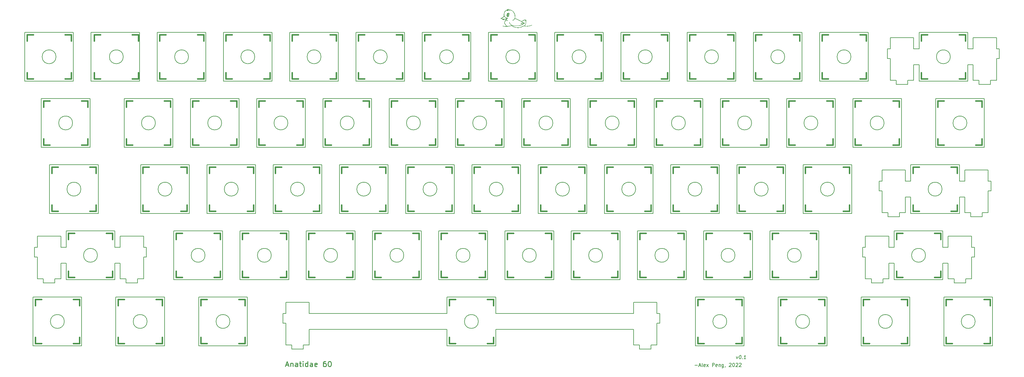
<source format=gto>
%TF.GenerationSoftware,KiCad,Pcbnew,(5.1.10)-1*%
%TF.CreationDate,2022-03-05T23:42:07-05:00*%
%TF.ProjectId,Keebrov2,4b656562-726f-4763-922e-6b696361645f,rev?*%
%TF.SameCoordinates,Original*%
%TF.FileFunction,Legend,Top*%
%TF.FilePolarity,Positive*%
%FSLAX46Y46*%
G04 Gerber Fmt 4.6, Leading zero omitted, Abs format (unit mm)*
G04 Created by KiCad (PCBNEW (5.1.10)-1) date 2022-03-05 23:42:07*
%MOMM*%
%LPD*%
G01*
G04 APERTURE LIST*
%ADD10C,0.250000*%
%ADD11C,0.150000*%
%ADD12C,0.200000*%
%ADD13C,0.010000*%
%ADD14C,0.381000*%
G04 APERTURE END LIST*
D10*
X91250000Y-149000000D02*
X91964285Y-149000000D01*
X91107142Y-149428571D02*
X91607142Y-147928571D01*
X92107142Y-149428571D01*
X92607142Y-148428571D02*
X92607142Y-149428571D01*
X92607142Y-148571428D02*
X92678571Y-148500000D01*
X92821428Y-148428571D01*
X93035714Y-148428571D01*
X93178571Y-148500000D01*
X93250000Y-148642857D01*
X93250000Y-149428571D01*
X94607142Y-149428571D02*
X94607142Y-148642857D01*
X94535714Y-148500000D01*
X94392857Y-148428571D01*
X94107142Y-148428571D01*
X93964285Y-148500000D01*
X94607142Y-149357142D02*
X94464285Y-149428571D01*
X94107142Y-149428571D01*
X93964285Y-149357142D01*
X93892857Y-149214285D01*
X93892857Y-149071428D01*
X93964285Y-148928571D01*
X94107142Y-148857142D01*
X94464285Y-148857142D01*
X94607142Y-148785714D01*
X95107142Y-148428571D02*
X95678571Y-148428571D01*
X95321428Y-147928571D02*
X95321428Y-149214285D01*
X95392857Y-149357142D01*
X95535714Y-149428571D01*
X95678571Y-149428571D01*
X96178571Y-149428571D02*
X96178571Y-148428571D01*
X96178571Y-147928571D02*
X96107142Y-148000000D01*
X96178571Y-148071428D01*
X96250000Y-148000000D01*
X96178571Y-147928571D01*
X96178571Y-148071428D01*
X97535714Y-149428571D02*
X97535714Y-147928571D01*
X97535714Y-149357142D02*
X97392857Y-149428571D01*
X97107142Y-149428571D01*
X96964285Y-149357142D01*
X96892857Y-149285714D01*
X96821428Y-149142857D01*
X96821428Y-148714285D01*
X96892857Y-148571428D01*
X96964285Y-148500000D01*
X97107142Y-148428571D01*
X97392857Y-148428571D01*
X97535714Y-148500000D01*
X98892857Y-149428571D02*
X98892857Y-148642857D01*
X98821428Y-148500000D01*
X98678571Y-148428571D01*
X98392857Y-148428571D01*
X98250000Y-148500000D01*
X98892857Y-149357142D02*
X98750000Y-149428571D01*
X98392857Y-149428571D01*
X98250000Y-149357142D01*
X98178571Y-149214285D01*
X98178571Y-149071428D01*
X98250000Y-148928571D01*
X98392857Y-148857142D01*
X98750000Y-148857142D01*
X98892857Y-148785714D01*
X100178571Y-149357142D02*
X100035714Y-149428571D01*
X99750000Y-149428571D01*
X99607142Y-149357142D01*
X99535714Y-149214285D01*
X99535714Y-148642857D01*
X99607142Y-148500000D01*
X99750000Y-148428571D01*
X100035714Y-148428571D01*
X100178571Y-148500000D01*
X100250000Y-148642857D01*
X100250000Y-148785714D01*
X99535714Y-148928571D01*
X102678571Y-147928571D02*
X102392857Y-147928571D01*
X102250000Y-148000000D01*
X102178571Y-148071428D01*
X102035714Y-148285714D01*
X101964285Y-148571428D01*
X101964285Y-149142857D01*
X102035714Y-149285714D01*
X102107142Y-149357142D01*
X102250000Y-149428571D01*
X102535714Y-149428571D01*
X102678571Y-149357142D01*
X102750000Y-149285714D01*
X102821428Y-149142857D01*
X102821428Y-148785714D01*
X102750000Y-148642857D01*
X102678571Y-148571428D01*
X102535714Y-148500000D01*
X102250000Y-148500000D01*
X102107142Y-148571428D01*
X102035714Y-148642857D01*
X101964285Y-148785714D01*
X103750000Y-147928571D02*
X103892857Y-147928571D01*
X104035714Y-148000000D01*
X104107142Y-148071428D01*
X104178571Y-148214285D01*
X104250000Y-148500000D01*
X104250000Y-148857142D01*
X104178571Y-149142857D01*
X104107142Y-149285714D01*
X104035714Y-149357142D01*
X103892857Y-149428571D01*
X103750000Y-149428571D01*
X103607142Y-149357142D01*
X103535714Y-149285714D01*
X103464285Y-149142857D01*
X103392857Y-148857142D01*
X103392857Y-148500000D01*
X103464285Y-148214285D01*
X103535714Y-148071428D01*
X103607142Y-148000000D01*
X103750000Y-147928571D01*
D11*
X220804776Y-146535714D02*
X220959538Y-147202380D01*
X221280967Y-146535714D01*
X221894062Y-146202380D02*
X221989300Y-146202380D01*
X222078586Y-146250000D01*
X222120252Y-146297619D01*
X222155967Y-146392857D01*
X222179776Y-146583333D01*
X222150014Y-146821428D01*
X222078586Y-147011904D01*
X222019062Y-147107142D01*
X221965491Y-147154761D01*
X221864300Y-147202380D01*
X221769062Y-147202380D01*
X221679776Y-147154761D01*
X221638110Y-147107142D01*
X221602395Y-147011904D01*
X221578586Y-146821428D01*
X221608348Y-146583333D01*
X221679776Y-146392857D01*
X221739300Y-146297619D01*
X221792872Y-146250000D01*
X221894062Y-146202380D01*
X222542872Y-147107142D02*
X222584538Y-147154761D01*
X222530967Y-147202380D01*
X222489300Y-147154761D01*
X222542872Y-147107142D01*
X222530967Y-147202380D01*
X223530967Y-147202380D02*
X222959538Y-147202380D01*
X223245252Y-147202380D02*
X223370252Y-146202380D01*
X223257157Y-146345238D01*
X223150014Y-146440476D01*
X223048824Y-146488095D01*
X208857142Y-149071428D02*
X209619047Y-149071428D01*
X210047619Y-149166666D02*
X210523809Y-149166666D01*
X209952380Y-149452380D02*
X210285714Y-148452380D01*
X210619047Y-149452380D01*
X211095238Y-149452380D02*
X211000000Y-149404761D01*
X210952380Y-149309523D01*
X210952380Y-148452380D01*
X211857142Y-149404761D02*
X211761904Y-149452380D01*
X211571428Y-149452380D01*
X211476190Y-149404761D01*
X211428571Y-149309523D01*
X211428571Y-148928571D01*
X211476190Y-148833333D01*
X211571428Y-148785714D01*
X211761904Y-148785714D01*
X211857142Y-148833333D01*
X211904761Y-148928571D01*
X211904761Y-149023809D01*
X211428571Y-149119047D01*
X212238095Y-149452380D02*
X212761904Y-148785714D01*
X212238095Y-148785714D02*
X212761904Y-149452380D01*
X213904761Y-149452380D02*
X213904761Y-148452380D01*
X214285714Y-148452380D01*
X214380952Y-148500000D01*
X214428571Y-148547619D01*
X214476190Y-148642857D01*
X214476190Y-148785714D01*
X214428571Y-148880952D01*
X214380952Y-148928571D01*
X214285714Y-148976190D01*
X213904761Y-148976190D01*
X215285714Y-149404761D02*
X215190476Y-149452380D01*
X215000000Y-149452380D01*
X214904761Y-149404761D01*
X214857142Y-149309523D01*
X214857142Y-148928571D01*
X214904761Y-148833333D01*
X215000000Y-148785714D01*
X215190476Y-148785714D01*
X215285714Y-148833333D01*
X215333333Y-148928571D01*
X215333333Y-149023809D01*
X214857142Y-149119047D01*
X215761904Y-148785714D02*
X215761904Y-149452380D01*
X215761904Y-148880952D02*
X215809523Y-148833333D01*
X215904761Y-148785714D01*
X216047619Y-148785714D01*
X216142857Y-148833333D01*
X216190476Y-148928571D01*
X216190476Y-149452380D01*
X217095238Y-148785714D02*
X217095238Y-149595238D01*
X217047619Y-149690476D01*
X217000000Y-149738095D01*
X216904761Y-149785714D01*
X216761904Y-149785714D01*
X216666666Y-149738095D01*
X217095238Y-149404761D02*
X217000000Y-149452380D01*
X216809523Y-149452380D01*
X216714285Y-149404761D01*
X216666666Y-149357142D01*
X216619047Y-149261904D01*
X216619047Y-148976190D01*
X216666666Y-148880952D01*
X216714285Y-148833333D01*
X216809523Y-148785714D01*
X217000000Y-148785714D01*
X217095238Y-148833333D01*
X217619047Y-149404761D02*
X217619047Y-149452380D01*
X217571428Y-149547619D01*
X217523809Y-149595238D01*
X218761904Y-148547619D02*
X218809523Y-148500000D01*
X218904761Y-148452380D01*
X219142857Y-148452380D01*
X219238095Y-148500000D01*
X219285714Y-148547619D01*
X219333333Y-148642857D01*
X219333333Y-148738095D01*
X219285714Y-148880952D01*
X218714285Y-149452380D01*
X219333333Y-149452380D01*
X219952380Y-148452380D02*
X220047619Y-148452380D01*
X220142857Y-148500000D01*
X220190476Y-148547619D01*
X220238095Y-148642857D01*
X220285714Y-148833333D01*
X220285714Y-149071428D01*
X220238095Y-149261904D01*
X220190476Y-149357142D01*
X220142857Y-149404761D01*
X220047619Y-149452380D01*
X219952380Y-149452380D01*
X219857142Y-149404761D01*
X219809523Y-149357142D01*
X219761904Y-149261904D01*
X219714285Y-149071428D01*
X219714285Y-148833333D01*
X219761904Y-148642857D01*
X219809523Y-148547619D01*
X219857142Y-148500000D01*
X219952380Y-148452380D01*
X220666666Y-148547619D02*
X220714285Y-148500000D01*
X220809523Y-148452380D01*
X221047619Y-148452380D01*
X221142857Y-148500000D01*
X221190476Y-148547619D01*
X221238095Y-148642857D01*
X221238095Y-148738095D01*
X221190476Y-148880952D01*
X220619047Y-149452380D01*
X221238095Y-149452380D01*
X221619047Y-148547619D02*
X221666666Y-148500000D01*
X221761904Y-148452380D01*
X222000000Y-148452380D01*
X222095238Y-148500000D01*
X222142857Y-148547619D01*
X222190476Y-148642857D01*
X222190476Y-148738095D01*
X222142857Y-148880952D01*
X221571428Y-149452380D01*
X222190476Y-149452380D01*
D12*
X25150425Y-60250349D02*
G75*
G03*
X25150425Y-60250349I-2000000J0D01*
G01*
X265656774Y-136450509D02*
G75*
G03*
X265656774Y-136450509I-2000000J0D01*
G01*
X51342775Y-136450509D02*
G75*
G03*
X51342775Y-136450509I-2000000J0D01*
G01*
X75156775Y-136450509D02*
G75*
G03*
X75156775Y-136450509I-2000000J0D01*
G01*
X146592775Y-136450509D02*
G75*
G03*
X146592775Y-136450509I-2000000J0D01*
G01*
X218031775Y-136450509D02*
G75*
G03*
X218031775Y-136450509I-2000000J0D01*
G01*
X289467775Y-136450509D02*
G75*
G03*
X289467775Y-136450509I-2000000J0D01*
G01*
X27531685Y-136450509D02*
G75*
G03*
X27531685Y-136450509I-2000000J0D01*
G01*
X241842775Y-136450509D02*
G75*
G03*
X241842775Y-136450509I-2000000J0D01*
G01*
X125162775Y-117400549D02*
G75*
G03*
X125162775Y-117400549I-2000000J0D01*
G01*
X239462775Y-117400549D02*
G75*
G03*
X239462775Y-117400549I-2000000J0D01*
G01*
X220412775Y-117400549D02*
G75*
G03*
X220412775Y-117400549I-2000000J0D01*
G01*
X201362775Y-117400549D02*
G75*
G03*
X201362775Y-117400549I-2000000J0D01*
G01*
X182312775Y-117400549D02*
G75*
G03*
X182312775Y-117400549I-2000000J0D01*
G01*
X163262775Y-117400549D02*
G75*
G03*
X163262775Y-117400549I-2000000J0D01*
G01*
X144212775Y-117400549D02*
G75*
G03*
X144212775Y-117400549I-2000000J0D01*
G01*
X97969100Y-134151200D02*
X97969100Y-130921000D01*
X192943000Y-144420300D02*
X196244000Y-144420300D01*
X137592999Y-134151200D02*
X97969100Y-134151200D01*
X246844000Y-129450699D02*
X246844000Y-143450160D01*
X66157000Y-129450699D02*
X80156300Y-129450699D01*
X270655999Y-129450699D02*
X270655999Y-143450160D01*
X42343000Y-129450699D02*
X56343800Y-129450699D01*
X66157000Y-143450160D02*
X66157000Y-129450699D01*
X91218000Y-143220029D02*
X92943000Y-143220029D01*
X197969000Y-134151200D02*
X197969000Y-130921000D01*
X80156300Y-143450160D02*
X66157000Y-143450160D01*
X246844000Y-143450160D02*
X232843000Y-143450160D01*
X232843000Y-129450699D02*
X246844000Y-129450699D01*
X280468000Y-129450699D02*
X294469000Y-129450699D01*
X198793000Y-136949960D02*
X198793000Y-134151200D01*
X97969100Y-130921000D02*
X91218000Y-130921000D01*
X151594000Y-129450699D02*
X137592999Y-129450699D01*
X97969100Y-138749690D02*
X137592999Y-138749690D01*
X197969000Y-143220029D02*
X197969000Y-136949960D01*
X91218000Y-130921000D02*
X91218000Y-134151200D01*
X137592999Y-138749690D02*
X137592999Y-143450160D01*
X280468000Y-143450160D02*
X280468000Y-129450699D01*
X92943000Y-143220029D02*
X92943000Y-144420300D01*
X151594000Y-134151200D02*
X151594000Y-129450699D01*
X256657000Y-143450160D02*
X256657000Y-129450699D01*
X92943000Y-144420300D02*
X96243599Y-144420300D01*
X196244000Y-143220029D02*
X197969000Y-143220029D01*
X137592999Y-143450160D02*
X151594000Y-143450160D01*
X96243599Y-143220029D02*
X97969100Y-143220029D01*
X198793000Y-134151200D02*
X197969000Y-134151200D01*
X151594000Y-143450160D02*
X151594000Y-138749690D01*
X137592999Y-129450699D02*
X137592999Y-134151200D01*
X80156300Y-129450699D02*
X80156300Y-143450160D01*
X191218000Y-134151200D02*
X151594000Y-134151200D01*
X191218000Y-130921000D02*
X191218000Y-134151200D01*
X197969000Y-130921000D02*
X191218000Y-130921000D01*
X96243599Y-144420300D02*
X96243599Y-143220029D01*
X196244000Y-144420300D02*
X196244000Y-143220029D01*
X91218000Y-136949960D02*
X91218000Y-143220029D01*
X91218000Y-134151200D02*
X90393899Y-134151200D01*
X191218000Y-143220029D02*
X192943000Y-143220029D01*
X209032000Y-143450160D02*
X209032000Y-129450699D01*
X223031000Y-143450160D02*
X209032000Y-143450160D01*
X192943000Y-143220029D02*
X192943000Y-144420300D01*
X209032000Y-129450699D02*
X223031000Y-129450699D01*
X270655999Y-143450160D02*
X256657000Y-143450160D01*
X191218000Y-138749690D02*
X191218000Y-143220029D01*
X97969100Y-143220029D02*
X97969100Y-138749690D01*
X151594000Y-138749690D02*
X191218000Y-138749690D01*
X223031000Y-129450699D02*
X223031000Y-143450160D01*
X256657000Y-129450699D02*
X270655999Y-129450699D01*
X232843000Y-143450160D02*
X232843000Y-129450699D01*
X90393899Y-134151200D02*
X90393899Y-136949960D01*
X294469000Y-143450160D02*
X280468000Y-143450160D01*
X90393899Y-136949960D02*
X91218000Y-136949960D01*
X294469000Y-129450699D02*
X294469000Y-143450160D01*
X197969000Y-136949960D02*
X198793000Y-136949960D01*
X43581900Y-124169999D02*
X45305800Y-124169999D01*
X225413000Y-124400199D02*
X211413000Y-124400199D01*
X225413000Y-110400800D02*
X225413000Y-124400199D01*
X43581900Y-111871000D02*
X43581900Y-115101200D01*
X45305800Y-124169999D02*
X45305800Y-125370299D01*
X211413000Y-110400800D02*
X225413000Y-110400800D01*
X230463000Y-124400199D02*
X230463000Y-110400800D01*
X244463000Y-124400199D02*
X230463000Y-124400199D01*
X230463000Y-110400800D02*
X244463000Y-110400800D01*
X42056400Y-110400800D02*
X28056900Y-110400800D01*
X50331400Y-111871000D02*
X43581900Y-111871000D01*
X51156900Y-115101200D02*
X50331400Y-115101200D01*
X50331400Y-115101200D02*
X50331400Y-111871000D01*
X50331400Y-117900000D02*
X51156900Y-117900000D01*
X48606200Y-125370299D02*
X48606200Y-124169999D01*
X50331400Y-124169999D02*
X50331400Y-117900000D01*
X45305800Y-125370299D02*
X48606200Y-125370299D01*
X48606200Y-124169999D02*
X50331400Y-124169999D01*
X43581900Y-115101200D02*
X42056400Y-115101200D01*
X51156900Y-117900000D02*
X51156900Y-115101200D01*
X187313000Y-124400199D02*
X173313000Y-124400199D01*
X187313000Y-110400800D02*
X187313000Y-124400199D01*
X173313000Y-110400800D02*
X187313000Y-110400800D01*
X206363000Y-124400199D02*
X192363000Y-124400199D01*
X192363000Y-124400199D02*
X192363000Y-110400800D01*
X42056400Y-115101200D02*
X42056400Y-110400800D01*
X206363000Y-110400800D02*
X206363000Y-124400199D01*
X192363000Y-110400800D02*
X206363000Y-110400800D01*
X211413000Y-124400199D02*
X211413000Y-110400800D01*
X244463000Y-110400800D02*
X244463000Y-124400199D01*
X42343000Y-143450160D02*
X42343000Y-129450699D01*
X262931000Y-125370299D02*
X262931000Y-124169999D01*
X266181000Y-124400199D02*
X280180999Y-124400199D01*
X264657000Y-124169999D02*
X264657000Y-119701100D01*
X280180999Y-115101200D02*
X280180999Y-110400800D01*
X28056900Y-110400800D02*
X28056900Y-115101200D01*
X283431000Y-124169999D02*
X283431000Y-125370299D01*
X259632000Y-125370299D02*
X262931000Y-125370299D01*
X257907000Y-117900000D02*
X257907000Y-124169999D01*
X280180999Y-124400199D02*
X280180999Y-119701100D01*
X266181000Y-115101200D02*
X264657000Y-115101200D01*
X56343800Y-129450699D02*
X56343800Y-143450160D01*
X280180999Y-119701100D02*
X281707000Y-119701100D01*
X264657000Y-111871000D02*
X257907000Y-111871000D01*
X21507090Y-124169999D02*
X21507090Y-125370299D01*
X18956330Y-117900000D02*
X19781800Y-117900000D01*
X19781800Y-115101200D02*
X18956330Y-115101200D01*
X19781800Y-111871000D02*
X19781800Y-115101200D01*
X28056900Y-115101200D02*
X26531400Y-115101200D01*
X289282000Y-115101200D02*
X288456000Y-115101200D01*
X264657000Y-119701100D02*
X266181000Y-119701100D01*
X289282000Y-117900000D02*
X289282000Y-115101200D01*
X281707000Y-124169999D02*
X283431000Y-124169999D01*
X18531910Y-129450699D02*
X32531400Y-129450699D01*
X288456000Y-124169999D02*
X288456000Y-117900000D01*
X281707000Y-119701100D02*
X281707000Y-124169999D01*
X266181000Y-119701100D02*
X266181000Y-124400199D01*
X257081000Y-115101200D02*
X257081000Y-117900000D01*
X264657000Y-115101200D02*
X264657000Y-111871000D01*
X28056900Y-119701100D02*
X28056900Y-124400199D01*
X26531400Y-119701100D02*
X28056900Y-119701100D01*
X32531400Y-143450160D02*
X18531910Y-143450160D01*
X281707000Y-111871000D02*
X281707000Y-115101200D01*
X288456000Y-117900000D02*
X289282000Y-117900000D01*
X259632000Y-124169999D02*
X259632000Y-125370299D01*
X257907000Y-124169999D02*
X259632000Y-124169999D01*
X32531400Y-129450699D02*
X32531400Y-143450160D01*
X257907000Y-111871000D02*
X257907000Y-115101200D01*
X43581900Y-119701100D02*
X43581900Y-124169999D01*
X24806100Y-125370299D02*
X24806100Y-124169999D01*
X257081000Y-117900000D02*
X257907000Y-117900000D01*
X26531400Y-115101200D02*
X26531400Y-111871000D01*
X280180999Y-110400800D02*
X266181000Y-110400800D01*
X288456000Y-115101200D02*
X288456000Y-111871000D01*
X262931000Y-124169999D02*
X264657000Y-124169999D01*
X257907000Y-115101200D02*
X257081000Y-115101200D01*
X266181000Y-110400800D02*
X266181000Y-115101200D01*
X18531910Y-143450160D02*
X18531910Y-129450699D01*
X56343800Y-143450160D02*
X42343000Y-143450160D01*
X283431000Y-125370299D02*
X286731000Y-125370299D01*
X42056400Y-119701100D02*
X43581900Y-119701100D01*
X21507090Y-125370299D02*
X24806100Y-125370299D01*
X288456000Y-111871000D02*
X281707000Y-111871000D01*
X26531400Y-124169999D02*
X26531400Y-119701100D01*
X286731000Y-124169999D02*
X288456000Y-124169999D01*
X286731000Y-125370299D02*
X286731000Y-124169999D01*
X42056400Y-124400199D02*
X42056400Y-119701100D01*
X26531400Y-111871000D02*
X19781800Y-111871000D01*
X28056900Y-124400199D02*
X42056400Y-124400199D01*
X24806100Y-124169999D02*
X26531400Y-124169999D01*
X19781800Y-124169999D02*
X21507090Y-124169999D01*
X18956330Y-115101200D02*
X18956330Y-117900000D01*
X281707000Y-115101200D02*
X280180999Y-115101200D01*
X19781800Y-117900000D02*
X19781800Y-124169999D01*
X284944000Y-105349999D02*
X284944000Y-100650999D01*
X270943000Y-96051200D02*
X269419000Y-96051200D01*
X116163000Y-124400199D02*
X116163000Y-110400800D01*
X267691999Y-106320199D02*
X267691999Y-105120000D01*
X59013200Y-110400800D02*
X73012500Y-110400800D01*
X154263000Y-110400800D02*
X168263000Y-110400800D01*
X288193000Y-105120000D02*
X288193000Y-106320199D01*
X130163000Y-110400800D02*
X130163000Y-124400199D01*
X293218999Y-105120000D02*
X293218999Y-98850100D01*
X293218999Y-96051200D02*
X293218999Y-92821100D01*
X135212999Y-110400800D02*
X149213000Y-110400800D01*
X173313000Y-124400199D02*
X173313000Y-110400800D01*
X293218999Y-98850100D02*
X294043000Y-98850100D01*
X291493999Y-105120000D02*
X293218999Y-105120000D01*
X286468000Y-105120000D02*
X288193000Y-105120000D01*
X92062499Y-124400199D02*
X78063200Y-124400199D01*
X135212999Y-124400199D02*
X135212999Y-110400800D01*
X154263000Y-124400199D02*
X154263000Y-110400800D01*
X97113200Y-124400199D02*
X97113200Y-110400800D01*
X264393000Y-105120000D02*
X264393000Y-106320199D01*
X111112500Y-124400199D02*
X97113200Y-124400199D01*
X111112500Y-110400800D02*
X111112500Y-124400199D01*
X78063200Y-124400199D02*
X78063200Y-110400800D01*
X269419000Y-100650999D02*
X270943000Y-100650999D01*
X262667999Y-105120000D02*
X264393000Y-105120000D01*
X262667999Y-96051200D02*
X261844000Y-96051200D01*
X149213000Y-110400800D02*
X149213000Y-124400199D01*
X264393000Y-106320199D02*
X267691999Y-106320199D01*
X261844000Y-98850100D02*
X262667999Y-98850100D01*
X168263000Y-124400199D02*
X154263000Y-124400199D01*
X270943000Y-105349999D02*
X284944000Y-105349999D01*
X59013200Y-124400199D02*
X59013200Y-110400800D01*
X130163000Y-124400199D02*
X116163000Y-124400199D01*
X294043000Y-96051200D02*
X293218999Y-96051200D01*
X286468000Y-100650999D02*
X286468000Y-105120000D01*
X294043000Y-98850100D02*
X294043000Y-96051200D01*
X291493999Y-106320199D02*
X291493999Y-105120000D01*
X288193000Y-106320199D02*
X291493999Y-106320199D01*
X284944000Y-100650999D02*
X286468000Y-100650999D01*
X269419000Y-105120000D02*
X269419000Y-100650999D01*
X267691999Y-105120000D02*
X269419000Y-105120000D01*
X262667999Y-98850100D02*
X262667999Y-105120000D01*
X269419000Y-96051200D02*
X269419000Y-92821100D01*
X270943000Y-91350700D02*
X270943000Y-96051200D01*
X73012500Y-110400800D02*
X73012500Y-124400199D01*
X92062499Y-110400800D02*
X92062499Y-124400199D01*
X149213000Y-124400199D02*
X135212999Y-124400199D01*
X262667999Y-92821100D02*
X262667999Y-96051200D01*
X73012500Y-124400199D02*
X59013200Y-124400199D01*
X78063200Y-110400800D02*
X92062499Y-110400800D01*
X97113200Y-110400800D02*
X111112500Y-110400800D01*
X116163000Y-110400800D02*
X130163000Y-110400800D01*
X261844000Y-96051200D02*
X261844000Y-98850100D01*
X270943000Y-100650999D02*
X270943000Y-105349999D01*
X168263000Y-110400800D02*
X168263000Y-124400199D01*
X269419000Y-92821100D02*
X262667999Y-92821100D01*
X235226000Y-86300000D02*
X235226000Y-72300700D01*
X182838000Y-91350700D02*
X196838000Y-91350700D01*
X286468000Y-92821100D02*
X286468000Y-96051200D01*
X23293030Y-105349999D02*
X23293030Y-91350700D01*
X82537500Y-105349999D02*
X68538200Y-105349999D01*
X68538200Y-91350700D02*
X82537500Y-91350700D01*
X220938000Y-105349999D02*
X220938000Y-91350700D01*
X125688000Y-105349999D02*
X125688000Y-91350700D01*
X286468000Y-96051200D02*
X284944000Y-96051200D01*
X139688000Y-91350700D02*
X139688000Y-105349999D01*
X37293900Y-105349999D02*
X23293030Y-105349999D01*
X37293900Y-91350700D02*
X37293900Y-105349999D01*
X106638200Y-105349999D02*
X106638200Y-91350700D01*
X139688000Y-105349999D02*
X125688000Y-105349999D01*
X144738000Y-105349999D02*
X144738000Y-91350700D01*
X158738000Y-105349999D02*
X144738000Y-105349999D01*
X101587500Y-105349999D02*
X87588200Y-105349999D01*
X120638000Y-105349999D02*
X106638200Y-105349999D01*
X196838000Y-105349999D02*
X182838000Y-105349999D01*
X196838000Y-91350700D02*
X196838000Y-105349999D01*
X215888000Y-105349999D02*
X201888000Y-105349999D01*
X220938000Y-91350700D02*
X234938000Y-91350700D01*
X63487500Y-105349999D02*
X49488200Y-105349999D01*
X144738000Y-91350700D02*
X158738000Y-91350700D01*
X63487500Y-91350700D02*
X63487500Y-105349999D01*
X49488200Y-91350700D02*
X63487500Y-91350700D01*
X234938000Y-105349999D02*
X220938000Y-105349999D01*
X249225000Y-86300000D02*
X235226000Y-86300000D01*
X249225000Y-72300700D02*
X249225000Y-86300000D01*
X235226000Y-72300700D02*
X249225000Y-72300700D01*
X87588200Y-91350700D02*
X101587500Y-91350700D01*
X177788000Y-91350700D02*
X177788000Y-105349999D01*
X163788000Y-105349999D02*
X163788000Y-91350700D01*
X284944000Y-91350700D02*
X270943000Y-91350700D01*
X120638000Y-91350700D02*
X120638000Y-105349999D01*
X234938000Y-91350700D02*
X234938000Y-105349999D01*
X268275000Y-72300700D02*
X268275000Y-86300000D01*
X292088000Y-86300000D02*
X278088000Y-86300000D01*
X82537500Y-91350700D02*
X82537500Y-105349999D01*
X284944000Y-96051200D02*
X284944000Y-91350700D01*
X201888000Y-105349999D02*
X201888000Y-91350700D01*
X182838000Y-105349999D02*
X182838000Y-91350700D01*
X253988000Y-105349999D02*
X239988000Y-105349999D01*
X163788000Y-91350700D02*
X177788000Y-91350700D01*
X125688000Y-91350700D02*
X139688000Y-91350700D01*
X253988000Y-91350700D02*
X253988000Y-105349999D01*
X239988000Y-91350700D02*
X253988000Y-91350700D01*
X278088000Y-86300000D02*
X278088000Y-72300700D01*
X278088000Y-72300700D02*
X292088000Y-72300700D01*
X23293030Y-91350700D02*
X37293900Y-91350700D01*
X239988000Y-105349999D02*
X239988000Y-91350700D01*
X201888000Y-91350700D02*
X215888000Y-91350700D01*
X293218999Y-92821100D02*
X286468000Y-92821100D01*
X292088000Y-72300700D02*
X292088000Y-86300000D01*
X101587500Y-91350700D02*
X101587500Y-105349999D01*
X49488200Y-105349999D02*
X49488200Y-91350700D01*
X68538200Y-105349999D02*
X68538200Y-91350700D01*
X158738000Y-91350700D02*
X158738000Y-105349999D01*
X87588200Y-105349999D02*
X87588200Y-91350700D01*
X215888000Y-91350700D02*
X215888000Y-105349999D01*
X254276000Y-86300000D02*
X254276000Y-72300700D01*
X268275000Y-86300000D02*
X254276000Y-86300000D01*
X254276000Y-72300700D02*
X268275000Y-72300700D01*
X106638200Y-91350700D02*
X120638000Y-91350700D01*
X177788000Y-105349999D02*
X163788000Y-105349999D01*
X32292805Y-98350349D02*
G75*
G03*
X32292805Y-98350349I-2000000J0D01*
G01*
X244225775Y-79300350D02*
G75*
G03*
X244225775Y-79300350I-2000000J0D01*
G01*
X148975775Y-79300350D02*
G75*
G03*
X148975775Y-79300350I-2000000J0D01*
G01*
X153737775Y-98350349D02*
G75*
G03*
X153737775Y-98350349I-2000000J0D01*
G01*
X58487975Y-98350349D02*
G75*
G03*
X58487975Y-98350349I-2000000J0D01*
G01*
X172787775Y-98350349D02*
G75*
G03*
X172787775Y-98350349I-2000000J0D01*
G01*
X134687774Y-98350349D02*
G75*
G03*
X134687774Y-98350349I-2000000J0D01*
G01*
X210887775Y-98350349D02*
G75*
G03*
X210887775Y-98350349I-2000000J0D01*
G01*
X110875475Y-79300350D02*
G75*
G03*
X110875475Y-79300350I-2000000J0D01*
G01*
X106112975Y-117400549D02*
G75*
G03*
X106112975Y-117400549I-2000000J0D01*
G01*
X87062975Y-117400549D02*
G75*
G03*
X87062975Y-117400549I-2000000J0D01*
G01*
X129925775Y-79300350D02*
G75*
G03*
X129925775Y-79300350I-2000000J0D01*
G01*
X248987775Y-98350349D02*
G75*
G03*
X248987775Y-98350349I-2000000J0D01*
G01*
X37056675Y-117400549D02*
G75*
G03*
X37056675Y-117400549I-2000000J0D01*
G01*
X77537975Y-98350349D02*
G75*
G03*
X77537975Y-98350349I-2000000J0D01*
G01*
X191837775Y-98350349D02*
G75*
G03*
X191837775Y-98350349I-2000000J0D01*
G01*
X206125775Y-79300350D02*
G75*
G03*
X206125775Y-79300350I-2000000J0D01*
G01*
X96587974Y-98350349D02*
G75*
G03*
X96587974Y-98350349I-2000000J0D01*
G01*
X68012975Y-117400549D02*
G75*
G03*
X68012975Y-117400549I-2000000J0D01*
G01*
X115637975Y-98350349D02*
G75*
G03*
X115637975Y-98350349I-2000000J0D01*
G01*
X263275774Y-79300350D02*
G75*
G03*
X263275774Y-79300350I-2000000J0D01*
G01*
X225175775Y-79300350D02*
G75*
G03*
X225175775Y-79300350I-2000000J0D01*
G01*
X168025775Y-79300350D02*
G75*
G03*
X168025775Y-79300350I-2000000J0D01*
G01*
X279942775Y-98350349D02*
G75*
G03*
X279942775Y-98350349I-2000000J0D01*
G01*
X187075775Y-79300350D02*
G75*
G03*
X187075775Y-79300350I-2000000J0D01*
G01*
X229937775Y-98350349D02*
G75*
G03*
X229937775Y-98350349I-2000000J0D01*
G01*
X287087775Y-79300350D02*
G75*
G03*
X287087775Y-79300350I-2000000J0D01*
G01*
X275180775Y-117400549D02*
G75*
G03*
X275180775Y-117400549I-2000000J0D01*
G01*
X168551000Y-67250000D02*
X168551000Y-53250699D01*
X130449000Y-53250699D02*
X144450000Y-53250699D01*
X92350700Y-67250000D02*
X92350700Y-53250699D01*
X106350000Y-53250699D02*
X106350000Y-67250000D01*
X187601000Y-67250000D02*
X187601000Y-53250699D01*
X187601000Y-53250699D02*
X201600000Y-53250699D01*
X92350700Y-53250699D02*
X106350000Y-53250699D01*
X111399300Y-67250000D02*
X111399300Y-53250699D01*
X125400000Y-53250699D02*
X125400000Y-67250000D01*
X111399300Y-53250699D02*
X125400000Y-53250699D01*
X144450000Y-67250000D02*
X130449000Y-67250000D01*
X144450000Y-53250699D02*
X144450000Y-67250000D01*
X149501000Y-53250699D02*
X163500000Y-53250699D01*
X182550000Y-53250699D02*
X182550000Y-67250000D01*
X163500000Y-53250699D02*
X163500000Y-67250000D01*
X182550000Y-67250000D02*
X168551000Y-67250000D01*
X130449000Y-67250000D02*
X130449000Y-53250699D01*
X125400000Y-67250000D02*
X111399300Y-67250000D01*
X201600000Y-67250000D02*
X187601000Y-67250000D01*
X163500000Y-67250000D02*
X149501000Y-67250000D01*
X168551000Y-53250699D02*
X182550000Y-53250699D01*
X201600000Y-53250699D02*
X201600000Y-67250000D01*
X87300000Y-53250699D02*
X87300000Y-67250000D01*
X73300700Y-53250699D02*
X87300000Y-53250699D01*
X106350000Y-67250000D02*
X92350700Y-67250000D01*
X149501000Y-67250000D02*
X149501000Y-53250699D01*
X206651000Y-67250000D02*
X206651000Y-53250699D01*
X49200000Y-53250699D02*
X49200000Y-67250000D01*
X73300700Y-67250000D02*
X73300700Y-53250699D01*
X30150200Y-67250000D02*
X16150650Y-67250000D01*
X30150200Y-53250699D02*
X30150200Y-67250000D01*
X54250700Y-53250699D02*
X68249999Y-53250699D01*
X68249999Y-53250699D02*
X68249999Y-67250000D01*
X215650775Y-60250349D02*
G75*
G03*
X215650775Y-60250349I-2000000J0D01*
G01*
X35200700Y-67250000D02*
X35200700Y-53250699D01*
X120399075Y-60250349D02*
G75*
G03*
X120399075Y-60250349I-2000000J0D01*
G01*
X49200000Y-67250000D02*
X35200700Y-67250000D01*
X35200700Y-53250699D02*
X49200000Y-53250699D01*
X63250475Y-60250349D02*
G75*
G03*
X63250475Y-60250349I-2000000J0D01*
G01*
X16150650Y-67250000D02*
X16150650Y-53250699D01*
X54250700Y-67250000D02*
X54250700Y-53250699D01*
X87300000Y-67250000D02*
X73300700Y-67250000D01*
X68249999Y-67250000D02*
X54250700Y-67250000D01*
X91825475Y-79300350D02*
G75*
G03*
X91825475Y-79300350I-2000000J0D01*
G01*
X72775475Y-79300350D02*
G75*
G03*
X72775475Y-79300350I-2000000J0D01*
G01*
X29912935Y-79300350D02*
G75*
G03*
X29912935Y-79300350I-2000000J0D01*
G01*
X53725475Y-79300350D02*
G75*
G03*
X53725475Y-79300350I-2000000J0D01*
G01*
X282325775Y-60250349D02*
G75*
G03*
X282325775Y-60250349I-2000000J0D01*
G01*
X253750775Y-60250349D02*
G75*
G03*
X253750775Y-60250349I-2000000J0D01*
G01*
X234700775Y-60250349D02*
G75*
G03*
X234700775Y-60250349I-2000000J0D01*
G01*
X196600775Y-60250349D02*
G75*
G03*
X196600775Y-60250349I-2000000J0D01*
G01*
X139448775Y-60250349D02*
G75*
G03*
X139448775Y-60250349I-2000000J0D01*
G01*
X177550775Y-60250349D02*
G75*
G03*
X177550775Y-60250349I-2000000J0D01*
G01*
X158500775Y-60250349D02*
G75*
G03*
X158500775Y-60250349I-2000000J0D01*
G01*
X16150650Y-53250699D02*
X30150200Y-53250699D01*
X101350475Y-60250349D02*
G75*
G03*
X101350475Y-60250349I-2000000J0D01*
G01*
X82300475Y-60250349D02*
G75*
G03*
X82300475Y-60250349I-2000000J0D01*
G01*
X44488015Y-60250349D02*
G75*
G03*
X44488015Y-60250349I-2000000J0D01*
G01*
X159026000Y-86300000D02*
X159026000Y-72300700D01*
X159026000Y-72300700D02*
X173025000Y-72300700D01*
X178076000Y-72300700D02*
X192075000Y-72300700D01*
X216176000Y-86300000D02*
X216176000Y-72300700D01*
X115875000Y-86300000D02*
X101875700Y-86300000D01*
X115875000Y-72300700D02*
X115875000Y-86300000D01*
X101875700Y-72300700D02*
X115875000Y-72300700D01*
X120926000Y-86300000D02*
X120926000Y-72300700D01*
X134924999Y-86300000D02*
X120926000Y-86300000D01*
X120926000Y-72300700D02*
X134924999Y-72300700D01*
X153975000Y-72300700D02*
X153975000Y-86300000D01*
X230175000Y-72300700D02*
X230175000Y-86300000D01*
X139976000Y-72300700D02*
X153975000Y-72300700D01*
X216176000Y-72300700D02*
X230175000Y-72300700D01*
X211125000Y-86300000D02*
X197126000Y-86300000D01*
X230175000Y-86300000D02*
X216176000Y-86300000D01*
X178076000Y-86300000D02*
X178076000Y-72300700D01*
X192075000Y-86300000D02*
X178076000Y-86300000D01*
X173025000Y-86300000D02*
X159026000Y-86300000D01*
X134924999Y-72300700D02*
X134924999Y-86300000D01*
X139976000Y-86300000D02*
X139976000Y-72300700D01*
X173025000Y-72300700D02*
X173025000Y-86300000D01*
X197126000Y-86300000D02*
X197126000Y-72300700D01*
X192075000Y-72300700D02*
X192075000Y-86300000D01*
X211125000Y-72300700D02*
X211125000Y-86300000D01*
X197126000Y-72300700D02*
X211125000Y-72300700D01*
X153975000Y-86300000D02*
X139976000Y-86300000D01*
X244751000Y-53250699D02*
X258750000Y-53250699D01*
X271799999Y-67019999D02*
X271799999Y-62550999D01*
X287325000Y-62550999D02*
X288851000Y-62550999D01*
X273326000Y-62550999D02*
X273326000Y-67250000D01*
X34912700Y-72300700D02*
X34912700Y-86300000D01*
X264225000Y-60750099D02*
X265051000Y-60750099D01*
X293875000Y-68220200D02*
X293875000Y-67019999D01*
X96824999Y-72300700D02*
X96824999Y-86300000D01*
X270075000Y-67019999D02*
X271799999Y-67019999D01*
X295600000Y-54721099D02*
X288851000Y-54721099D01*
X295600000Y-57951199D02*
X295600000Y-54721099D01*
X288851000Y-62550999D02*
X288851000Y-67019999D01*
X288851000Y-67019999D02*
X290576000Y-67019999D01*
X20913160Y-86300000D02*
X20913160Y-72300700D01*
X296426000Y-60750099D02*
X296426000Y-57951199D01*
X265051000Y-67019999D02*
X266774000Y-67019999D01*
X290576000Y-68220200D02*
X293875000Y-68220200D01*
X265051000Y-54721099D02*
X265051000Y-57951199D01*
X290576000Y-67019999D02*
X290576000Y-68220200D01*
X273326000Y-67250000D02*
X287325000Y-67250000D01*
X264225000Y-57951199D02*
X264225000Y-60750099D01*
X63775700Y-86300000D02*
X63775700Y-72300700D01*
X271799999Y-54721099D02*
X265051000Y-54721099D01*
X82825700Y-72300700D02*
X96824999Y-72300700D01*
X77775000Y-72300700D02*
X77775000Y-86300000D01*
X287325000Y-67250000D02*
X287325000Y-62550999D01*
X44725700Y-72300700D02*
X58725000Y-72300700D01*
X101875700Y-86300000D02*
X101875700Y-72300700D01*
X273326000Y-53250699D02*
X273326000Y-57951199D01*
X220650000Y-67250000D02*
X206651000Y-67250000D01*
X220650000Y-53250699D02*
X220650000Y-67250000D01*
X206651000Y-53250699D02*
X220650000Y-53250699D01*
X296426000Y-57951199D02*
X295600000Y-57951199D01*
X77775000Y-86300000D02*
X63775700Y-86300000D01*
X225701000Y-67250000D02*
X225701000Y-53250699D01*
X287325000Y-57951199D02*
X287325000Y-53250699D01*
X44725700Y-86300000D02*
X44725700Y-72300700D01*
X270075000Y-68220200D02*
X270075000Y-67019999D01*
X239700000Y-67250000D02*
X225701000Y-67250000D01*
X225701000Y-53250699D02*
X239700000Y-53250699D01*
X258750000Y-53250699D02*
X258750000Y-67250000D01*
X288851000Y-57951199D02*
X287325000Y-57951199D01*
X288851000Y-54721099D02*
X288851000Y-57951199D01*
X293875000Y-67019999D02*
X295600000Y-67019999D01*
X271799999Y-62550999D02*
X273326000Y-62550999D01*
X34912700Y-86300000D02*
X20913160Y-86300000D01*
X266774000Y-68220200D02*
X270075000Y-68220200D01*
X273326000Y-57951199D02*
X271799999Y-57951199D01*
X58725000Y-72300700D02*
X58725000Y-86300000D01*
X96824999Y-86300000D02*
X82825700Y-86300000D01*
X295600000Y-60750099D02*
X296426000Y-60750099D01*
X266774000Y-67019999D02*
X266774000Y-68220200D01*
X58725000Y-86300000D02*
X44725700Y-86300000D01*
X295600000Y-67019999D02*
X295600000Y-60750099D01*
X63775700Y-72300700D02*
X77775000Y-72300700D01*
X82825700Y-86300000D02*
X82825700Y-72300700D01*
X239700000Y-53250699D02*
X239700000Y-67250000D01*
X271799999Y-57951199D02*
X271799999Y-54721099D01*
X244751000Y-67250000D02*
X244751000Y-53250699D01*
X287325000Y-53250699D02*
X273326000Y-53250699D01*
X265051000Y-60750099D02*
X265051000Y-67019999D01*
X265051000Y-57951199D02*
X264225000Y-57951199D01*
X20913160Y-72300700D02*
X34912700Y-72300700D01*
X258750000Y-67250000D02*
X244751000Y-67250000D01*
D13*
%TO.C,G\u002A\u002A\u002A*%
G36*
X158087500Y-51945450D02*
G01*
X158081150Y-51951800D01*
X158074800Y-51945450D01*
X158081150Y-51939100D01*
X158087500Y-51945450D01*
G37*
X158087500Y-51945450D02*
X158081150Y-51951800D01*
X158074800Y-51945450D01*
X158081150Y-51939100D01*
X158087500Y-51945450D01*
G36*
X155229885Y-46492054D02*
G01*
X155260029Y-46520161D01*
X155290110Y-46566327D01*
X155313499Y-46617800D01*
X155327837Y-46653816D01*
X155341260Y-46678499D01*
X155358612Y-46693990D01*
X155384738Y-46702426D01*
X155424480Y-46705949D01*
X155482683Y-46706698D01*
X155514765Y-46706700D01*
X155575487Y-46707559D01*
X155627092Y-46709899D01*
X155664188Y-46713366D01*
X155681383Y-46717603D01*
X155681485Y-46717691D01*
X155698465Y-46724456D01*
X155734552Y-46733874D01*
X155783787Y-46744497D01*
X155820550Y-46751459D01*
X155875265Y-46761903D01*
X155920858Y-46771782D01*
X155951335Y-46779732D01*
X155960250Y-46783253D01*
X155978967Y-46790956D01*
X156013712Y-46801237D01*
X156042800Y-46808511D01*
X156125004Y-46834961D01*
X156208876Y-46877206D01*
X156296782Y-46936885D01*
X156391086Y-47015638D01*
X156494156Y-47115103D01*
X156512700Y-47134170D01*
X156581303Y-47205827D01*
X156633586Y-47261840D01*
X156671364Y-47304353D01*
X156696450Y-47335509D01*
X156710656Y-47357450D01*
X156715797Y-47372321D01*
X156715900Y-47374309D01*
X156725906Y-47393891D01*
X156739010Y-47403974D01*
X156757374Y-47423331D01*
X156774920Y-47456490D01*
X156779143Y-47467921D01*
X156791623Y-47499513D01*
X156802797Y-47517734D01*
X156805902Y-47519500D01*
X156817939Y-47529574D01*
X156833417Y-47553862D01*
X156833710Y-47554425D01*
X156847415Y-47580756D01*
X156869301Y-47622637D01*
X156895741Y-47673130D01*
X156910840Y-47701925D01*
X156935862Y-47750909D01*
X156955629Y-47792056D01*
X156967563Y-47819859D01*
X156969900Y-47828091D01*
X156974955Y-47847142D01*
X156987676Y-47879054D01*
X156994139Y-47893315D01*
X157011368Y-47935273D01*
X157029620Y-47987660D01*
X157039790Y-48021150D01*
X157052602Y-48063359D01*
X157064246Y-48095998D01*
X157071027Y-48110050D01*
X157078238Y-48128170D01*
X157087885Y-48163767D01*
X157097937Y-48209309D01*
X157098401Y-48211650D01*
X157103395Y-48249032D01*
X157107627Y-48304292D01*
X157111081Y-48373708D01*
X157113744Y-48453557D01*
X157115600Y-48540116D01*
X157116635Y-48629664D01*
X157116833Y-48718478D01*
X157116179Y-48802836D01*
X157114660Y-48879015D01*
X157112259Y-48943293D01*
X157108961Y-48991948D01*
X157104753Y-49021257D01*
X157101670Y-49028088D01*
X157089765Y-49045753D01*
X157079478Y-49077020D01*
X157078497Y-49081600D01*
X157070832Y-49117701D01*
X157064245Y-49145256D01*
X157063878Y-49146596D01*
X157065768Y-49160053D01*
X157083853Y-49168939D01*
X157119261Y-49175248D01*
X157161187Y-49183630D01*
X157195758Y-49195333D01*
X157205309Y-49200516D01*
X157231561Y-49213043D01*
X157271913Y-49226609D01*
X157300100Y-49234059D01*
X157348908Y-49247962D01*
X157395177Y-49265072D01*
X157414211Y-49273969D01*
X157447069Y-49289221D01*
X157472338Y-49297172D01*
X157475840Y-49297500D01*
X157496040Y-49303034D01*
X157529976Y-49317317D01*
X157558578Y-49331295D01*
X157611572Y-49358637D01*
X157650937Y-49378778D01*
X157685572Y-49396250D01*
X157712850Y-49409857D01*
X157750765Y-49429256D01*
X157782700Y-49446302D01*
X157814709Y-49462758D01*
X157855397Y-49482228D01*
X157867014Y-49487544D01*
X157899624Y-49504005D01*
X157920699Y-49517891D01*
X157924164Y-49521869D01*
X157936778Y-49531329D01*
X157967364Y-49549028D01*
X158010890Y-49572438D01*
X158062324Y-49599031D01*
X158116632Y-49626279D01*
X158168784Y-49651654D01*
X158213745Y-49672629D01*
X158246484Y-49686676D01*
X158261493Y-49691307D01*
X158281076Y-49700764D01*
X158286893Y-49707893D01*
X158303830Y-49720406D01*
X158337267Y-49735668D01*
X158370075Y-49747175D01*
X158408703Y-49760879D01*
X158435174Y-49773627D01*
X158443100Y-49781282D01*
X158453212Y-49791886D01*
X158459656Y-49792800D01*
X158469119Y-49794164D01*
X158484283Y-49799188D01*
X158508208Y-49809267D01*
X158543955Y-49825796D01*
X158594586Y-49850169D01*
X158663163Y-49883782D01*
X158709800Y-49906793D01*
X158789531Y-49946896D01*
X158854659Y-49981108D01*
X158902798Y-50008116D01*
X158931568Y-50026607D01*
X158938353Y-50032782D01*
X158953534Y-50043355D01*
X158981954Y-50056912D01*
X158985106Y-50058206D01*
X159020281Y-50076997D01*
X159047400Y-50098760D01*
X159067904Y-50117146D01*
X159080374Y-50123000D01*
X159096566Y-50129971D01*
X159126133Y-50147818D01*
X159162308Y-50171943D01*
X159198324Y-50197746D01*
X159227415Y-50220628D01*
X159237522Y-50229808D01*
X159258118Y-50245938D01*
X159268870Y-50250000D01*
X159285042Y-50256558D01*
X159314172Y-50273328D01*
X159334638Y-50286503D01*
X159372193Y-50309629D01*
X159405759Y-50327048D01*
X159417825Y-50331809D01*
X159439953Y-50342071D01*
X159446400Y-50349947D01*
X159457296Y-50359078D01*
X159485290Y-50372533D01*
X159509900Y-50382116D01*
X159545383Y-50396740D01*
X159568431Y-50409817D01*
X159573400Y-50415799D01*
X159584476Y-50425101D01*
X159611650Y-50433749D01*
X159616751Y-50434781D01*
X159653888Y-50446555D01*
X159683071Y-50463615D01*
X159683426Y-50463932D01*
X159711928Y-50484834D01*
X159744850Y-50503729D01*
X159774594Y-50521301D01*
X159802581Y-50542385D01*
X159823689Y-50562293D01*
X159832797Y-50576335D01*
X159828382Y-50580200D01*
X159819297Y-50587924D01*
X159821253Y-50593228D01*
X159816381Y-50605618D01*
X159793787Y-50618572D01*
X159790252Y-50619870D01*
X159763504Y-50631760D01*
X159751278Y-50642257D01*
X159751200Y-50642879D01*
X159740197Y-50651665D01*
X159711702Y-50664761D01*
X159681350Y-50676017D01*
X159643865Y-50689932D01*
X159618512Y-50701591D01*
X159611500Y-50707226D01*
X159600847Y-50715948D01*
X159573710Y-50729833D01*
X159554374Y-50738249D01*
X159520544Y-50754103D01*
X159507477Y-50766516D01*
X159511479Y-50778953D01*
X159517107Y-50791521D01*
X159502207Y-50795899D01*
X159493002Y-50796100D01*
X159459305Y-50800733D01*
X159425963Y-50812117D01*
X159401996Y-50826473D01*
X159395600Y-50836886D01*
X159385037Y-50848598D01*
X159358875Y-50863368D01*
X159351150Y-50866768D01*
X159322466Y-50880958D01*
X159307292Y-50892763D01*
X159306579Y-50894695D01*
X159295921Y-50904763D01*
X159268893Y-50920003D01*
X159249429Y-50929121D01*
X159216459Y-50945122D01*
X159195863Y-50958015D01*
X159192400Y-50962320D01*
X159181638Y-50971163D01*
X159154254Y-50984552D01*
X159135250Y-50992274D01*
X159101926Y-51007040D01*
X159081330Y-51020091D01*
X159078100Y-51024894D01*
X159067533Y-51036539D01*
X159049525Y-51044560D01*
X159018309Y-51058419D01*
X158986778Y-51077494D01*
X158958297Y-51091254D01*
X158913302Y-51106237D01*
X158860367Y-51119684D01*
X158847078Y-51122447D01*
X158798256Y-51132910D01*
X158759763Y-51142657D01*
X158737827Y-51150055D01*
X158735200Y-51151804D01*
X158720794Y-51157026D01*
X158686613Y-51164691D01*
X158638033Y-51173700D01*
X158589805Y-51181536D01*
X158533163Y-51190992D01*
X158486307Y-51200305D01*
X158454647Y-51208305D01*
X158443755Y-51213157D01*
X158429204Y-51219099D01*
X158395607Y-51227374D01*
X158349085Y-51236893D01*
X158295762Y-51246569D01*
X158241758Y-51255314D01*
X158193196Y-51262042D01*
X158156199Y-51265664D01*
X158146282Y-51266000D01*
X158120443Y-51271693D01*
X158109725Y-51281875D01*
X158095998Y-51286098D01*
X158059762Y-51289708D01*
X158003898Y-51292710D01*
X157931288Y-51295107D01*
X157844815Y-51296904D01*
X157747361Y-51298103D01*
X157641809Y-51298710D01*
X157531040Y-51298728D01*
X157417937Y-51298162D01*
X157305383Y-51297014D01*
X157196259Y-51295290D01*
X157093449Y-51292993D01*
X156999834Y-51290127D01*
X156918296Y-51286697D01*
X156851718Y-51282705D01*
X156820675Y-51280094D01*
X156756279Y-51273238D01*
X156701986Y-51266366D01*
X156662273Y-51260130D01*
X156641621Y-51255183D01*
X156639700Y-51253729D01*
X156628027Y-51248099D01*
X156596483Y-51239722D01*
X156550280Y-51229858D01*
X156509525Y-51222306D01*
X156454963Y-51212084D01*
X156410353Y-51202405D01*
X156381247Y-51194553D01*
X156373000Y-51190739D01*
X156358373Y-51183274D01*
X156325983Y-51172075D01*
X156282721Y-51159514D01*
X156280925Y-51159033D01*
X156238503Y-51146299D01*
X156207851Y-51134381D01*
X156195245Y-51125743D01*
X156195200Y-51125379D01*
X156184192Y-51115601D01*
X156156749Y-51104471D01*
X156146399Y-51101438D01*
X156106043Y-51086011D01*
X156071573Y-51065567D01*
X156068256Y-51062848D01*
X156042816Y-51044651D01*
X156024185Y-51037400D01*
X156007841Y-51029388D01*
X155979434Y-51008434D01*
X155946754Y-50980519D01*
X155908475Y-50948150D01*
X155872063Y-50921242D01*
X155849125Y-50907569D01*
X155824367Y-50892086D01*
X155814200Y-50877695D01*
X155804174Y-50861978D01*
X155784737Y-50848124D01*
X155754839Y-50824505D01*
X155717045Y-50783622D01*
X155675108Y-50730781D01*
X155632785Y-50671288D01*
X155593829Y-50610449D01*
X155561995Y-50553570D01*
X155541039Y-50505957D01*
X155539636Y-50501755D01*
X155524339Y-50459009D01*
X155508776Y-50423139D01*
X155500974Y-50409099D01*
X155490712Y-50383636D01*
X155485193Y-50350099D01*
X155484728Y-50317292D01*
X155489629Y-50294015D01*
X155496700Y-50288100D01*
X155505315Y-50299210D01*
X155509357Y-50326304D01*
X155509400Y-50329724D01*
X155514560Y-50367160D01*
X155526374Y-50396399D01*
X155539814Y-50422540D01*
X155555813Y-50462309D01*
X155565141Y-50489374D01*
X155579349Y-50529643D01*
X155592626Y-50560701D01*
X155599199Y-50571924D01*
X155613170Y-50590729D01*
X155634651Y-50621786D01*
X155646157Y-50638977D01*
X155676559Y-50682607D01*
X155711610Y-50729520D01*
X155745076Y-50771619D01*
X155770719Y-50800804D01*
X155770950Y-50801039D01*
X155792588Y-50820903D01*
X155826672Y-50849873D01*
X155868636Y-50884326D01*
X155913913Y-50920637D01*
X155957935Y-50955184D01*
X155996137Y-50984343D01*
X156023951Y-51004489D01*
X156036807Y-51012000D01*
X156052105Y-51018572D01*
X156077591Y-51034482D01*
X156078939Y-51035414D01*
X156158106Y-51080688D01*
X156262361Y-51123946D01*
X156391765Y-51165209D01*
X156546378Y-51204495D01*
X156716034Y-51239883D01*
X156766004Y-51247112D01*
X156834831Y-51253691D01*
X156919510Y-51259581D01*
X157017037Y-51264744D01*
X157124409Y-51269140D01*
X157238622Y-51272730D01*
X157356672Y-51275477D01*
X157475556Y-51277340D01*
X157592269Y-51278281D01*
X157703807Y-51278261D01*
X157807168Y-51277241D01*
X157899347Y-51275182D01*
X157977341Y-51272046D01*
X158038145Y-51267792D01*
X158078756Y-51262384D01*
X158093850Y-51257727D01*
X158116219Y-51250088D01*
X158157610Y-51240473D01*
X158211856Y-51230183D01*
X158265300Y-51221605D01*
X158324232Y-51212180D01*
X158374253Y-51202783D01*
X158409787Y-51194551D01*
X158424867Y-51189003D01*
X158442561Y-51182428D01*
X158479307Y-51173674D01*
X158529003Y-51164089D01*
X158564567Y-51158174D01*
X158621027Y-51148594D01*
X158670098Y-51138898D01*
X158704944Y-51130505D01*
X158716150Y-51126699D01*
X158740447Y-51118683D01*
X158781618Y-51108167D01*
X158831544Y-51097192D01*
X158841130Y-51095267D01*
X158893418Y-51082984D01*
X158939914Y-51068650D01*
X158971638Y-51055088D01*
X158974535Y-51053316D01*
X159019192Y-51024253D01*
X159051872Y-51004145D01*
X159081593Y-50987651D01*
X159109850Y-50973194D01*
X159143217Y-50956118D01*
X159172334Y-50940058D01*
X159204885Y-50920517D01*
X159248557Y-50893001D01*
X159266061Y-50881825D01*
X159299416Y-50861792D01*
X159324358Y-50849159D01*
X159331829Y-50846900D01*
X159349860Y-50838671D01*
X159368051Y-50820510D01*
X159377637Y-50802201D01*
X159376869Y-50796616D01*
X159362477Y-50791290D01*
X159328068Y-50784425D01*
X159278904Y-50776933D01*
X159224352Y-50770179D01*
X159166934Y-50763076D01*
X159120107Y-50755943D01*
X159088847Y-50749632D01*
X159078100Y-50745163D01*
X159066211Y-50740840D01*
X159033610Y-50735036D01*
X158984890Y-50728426D01*
X158924647Y-50721687D01*
X158906088Y-50719845D01*
X158832613Y-50711836D01*
X158780690Y-50704146D01*
X158751622Y-50697009D01*
X158746271Y-50691048D01*
X158762887Y-50687673D01*
X158798838Y-50687231D01*
X158848289Y-50689237D01*
X158905407Y-50693205D01*
X158964357Y-50698651D01*
X159019306Y-50705087D01*
X159064419Y-50712029D01*
X159093862Y-50718991D01*
X159097150Y-50720252D01*
X159118809Y-50725876D01*
X159160151Y-50733521D01*
X159215633Y-50742265D01*
X159279709Y-50751183D01*
X159293339Y-50752941D01*
X159366745Y-50761664D01*
X159418066Y-50766179D01*
X159450249Y-50766601D01*
X159466238Y-50763042D01*
X159469108Y-50759724D01*
X159482872Y-50745065D01*
X159510994Y-50726996D01*
X159520568Y-50722050D01*
X159557350Y-50703724D01*
X159588306Y-50687761D01*
X159592450Y-50685540D01*
X159616052Y-50673529D01*
X159654802Y-50654592D01*
X159700840Y-50632565D01*
X159706750Y-50629769D01*
X159749453Y-50609479D01*
X159782284Y-50593660D01*
X159799316Y-50585176D01*
X159800336Y-50584590D01*
X159797944Y-50574244D01*
X159779307Y-50557090D01*
X159750734Y-50538001D01*
X159719895Y-50522417D01*
X159691037Y-50507650D01*
X159675739Y-50494538D01*
X159675000Y-50492150D01*
X159664000Y-50482042D01*
X159635770Y-50468489D01*
X159611500Y-50459550D01*
X159575916Y-50446062D01*
X159552873Y-50434127D01*
X159548000Y-50428812D01*
X159537112Y-50419353D01*
X159509699Y-50406885D01*
X159495519Y-50401845D01*
X159459501Y-50388105D01*
X159433046Y-50374742D01*
X159428265Y-50371237D01*
X159401900Y-50352611D01*
X159366625Y-50333374D01*
X159332763Y-50318652D01*
X159312020Y-50313500D01*
X159295786Y-50306634D01*
X159294000Y-50301395D01*
X159283611Y-50288710D01*
X159257825Y-50272337D01*
X159249550Y-50268198D01*
X159221129Y-50252560D01*
X159205907Y-50239991D01*
X159205100Y-50237852D01*
X159194993Y-50226552D01*
X159169821Y-50209800D01*
X159160650Y-50204661D01*
X159132565Y-50187986D01*
X159117188Y-50175840D01*
X159116200Y-50173872D01*
X159105637Y-50165530D01*
X159077378Y-50149008D01*
X159036568Y-50127235D01*
X159015341Y-50116435D01*
X158970320Y-50092478D01*
X158935479Y-50071321D01*
X158916054Y-50056266D01*
X158913741Y-50052419D01*
X158902644Y-50039791D01*
X158875400Y-50023235D01*
X158859025Y-50015488D01*
X158824598Y-49998197D01*
X158800663Y-49981967D01*
X158795871Y-49976692D01*
X158778903Y-49964332D01*
X158746590Y-49950737D01*
X158729196Y-49945297D01*
X158695384Y-49933948D01*
X158674714Y-49923385D01*
X158671700Y-49919424D01*
X158660798Y-49910045D01*
X158632794Y-49896427D01*
X158608200Y-49886816D01*
X158572734Y-49872397D01*
X158549685Y-49859831D01*
X158544700Y-49854280D01*
X158533626Y-49845517D01*
X158505710Y-49834772D01*
X158490725Y-49830474D01*
X158454545Y-49818357D01*
X158428721Y-49804938D01*
X158424050Y-49800744D01*
X158405663Y-49788738D01*
X158371146Y-49773752D01*
X158338325Y-49762377D01*
X158299738Y-49748991D01*
X158273271Y-49737190D01*
X158265300Y-49730626D01*
X158254406Y-49721679D01*
X158226421Y-49708345D01*
X158201800Y-49698783D01*
X158166351Y-49684556D01*
X158143301Y-49672466D01*
X158138300Y-49667320D01*
X158127500Y-49658330D01*
X158099732Y-49644422D01*
X158074800Y-49634050D01*
X158039506Y-49619114D01*
X158016450Y-49606978D01*
X158011300Y-49602107D01*
X158000655Y-49593463D01*
X157973574Y-49579664D01*
X157954891Y-49571545D01*
X157920400Y-49554762D01*
X157897193Y-49538702D01*
X157892483Y-49532647D01*
X157876780Y-49519032D01*
X157850292Y-49509773D01*
X157812491Y-49495527D01*
X157786348Y-49478463D01*
X157756006Y-49458784D01*
X157716077Y-49440567D01*
X157707146Y-49437413D01*
X157675606Y-49425019D01*
X157657441Y-49414037D01*
X157655700Y-49411042D01*
X157644802Y-49401879D01*
X157616807Y-49388403D01*
X157592200Y-49378816D01*
X157556752Y-49364609D01*
X157533703Y-49352568D01*
X157528700Y-49347464D01*
X157517499Y-49339890D01*
X157488309Y-49328619D01*
X157452500Y-49317566D01*
X157412840Y-49305008D01*
X157385280Y-49293549D01*
X157376300Y-49286465D01*
X157364883Y-49279155D01*
X157334652Y-49268599D01*
X157291638Y-49256837D01*
X157281806Y-49254467D01*
X157236242Y-49242421D01*
X157201583Y-49230799D01*
X157184202Y-49221796D01*
X157183381Y-49220569D01*
X157169563Y-49212154D01*
X157138955Y-49203985D01*
X157119845Y-49200796D01*
X157075908Y-49198289D01*
X157046583Y-49208364D01*
X157024966Y-49235451D01*
X157008678Y-49272100D01*
X156993650Y-49304854D01*
X156979291Y-49327368D01*
X156977464Y-49329250D01*
X156963350Y-49347947D01*
X156944700Y-49379542D01*
X156938150Y-49392015D01*
X156912589Y-49431563D01*
X156874611Y-49477126D01*
X156828729Y-49524622D01*
X156779459Y-49569968D01*
X156731313Y-49609081D01*
X156688807Y-49637878D01*
X156656455Y-49652276D01*
X156649397Y-49653178D01*
X156627717Y-49658797D01*
X156597072Y-49672310D01*
X156595250Y-49673258D01*
X156554792Y-49693157D01*
X156515875Y-49710632D01*
X156488381Y-49720957D01*
X156476941Y-49719209D01*
X156474602Y-49704077D01*
X156474600Y-49702853D01*
X156484418Y-49678892D01*
X156496825Y-49670632D01*
X156522203Y-49660272D01*
X156557001Y-49643539D01*
X156565229Y-49639281D01*
X156598837Y-49623797D01*
X156625028Y-49615462D01*
X156629402Y-49615000D01*
X156652424Y-49606679D01*
X156687999Y-49584390D01*
X156730734Y-49552139D01*
X156775238Y-49513933D01*
X156808016Y-49482261D01*
X156853152Y-49430516D01*
X156898423Y-49369581D01*
X156938017Y-49307951D01*
X156966121Y-49254121D01*
X156969203Y-49246700D01*
X156985040Y-49211821D01*
X157000524Y-49185298D01*
X157002126Y-49183200D01*
X157013351Y-49160551D01*
X157025731Y-49122806D01*
X157032900Y-49094300D01*
X157045423Y-49045878D01*
X157060131Y-49000352D01*
X157067612Y-48981594D01*
X157073564Y-48964705D01*
X157077988Y-48941963D01*
X157080992Y-48910219D01*
X157082685Y-48866326D01*
X157083175Y-48807137D01*
X157082571Y-48729503D01*
X157080982Y-48630278D01*
X157080544Y-48606944D01*
X157077745Y-48487936D01*
X157074163Y-48391264D01*
X157069496Y-48313872D01*
X157063438Y-48252700D01*
X157055686Y-48204689D01*
X157045936Y-48166782D01*
X157033883Y-48135921D01*
X157033661Y-48135450D01*
X157023889Y-48109755D01*
X157010921Y-48069371D01*
X157000605Y-48033850D01*
X156987961Y-47991618D01*
X156976423Y-47958973D01*
X156969678Y-47944950D01*
X156960474Y-47925750D01*
X156948683Y-47892026D01*
X156943620Y-47875100D01*
X156930684Y-47836345D01*
X156917209Y-47806115D01*
X156912650Y-47798900D01*
X156898267Y-47774391D01*
X156882679Y-47739731D01*
X156881000Y-47735400D01*
X156865096Y-47700042D01*
X156848733Y-47672858D01*
X156847158Y-47670899D01*
X156833115Y-47648576D01*
X156830200Y-47637880D01*
X156823305Y-47620610D01*
X156805816Y-47591566D01*
X156794679Y-47575380D01*
X156768962Y-47535703D01*
X156747536Y-47496275D01*
X156742719Y-47485493D01*
X156723849Y-47450335D01*
X156702039Y-47423199D01*
X156683620Y-47402259D01*
X156677800Y-47389119D01*
X156668953Y-47370103D01*
X156643921Y-47336223D01*
X156604964Y-47290078D01*
X156554341Y-47234267D01*
X156494312Y-47171386D01*
X156446148Y-47122808D01*
X156387417Y-47067067D01*
X156327512Y-47014772D01*
X156270191Y-46968784D01*
X156219211Y-46931963D01*
X156178331Y-46907169D01*
X156151307Y-46897263D01*
X156149779Y-46897199D01*
X156129423Y-46888370D01*
X156120415Y-46879855D01*
X156100981Y-46868306D01*
X156064870Y-46855666D01*
X156026785Y-46846204D01*
X155983459Y-46836297D01*
X155949866Y-46826803D01*
X155934850Y-46820617D01*
X155917470Y-46814488D01*
X155881221Y-46805649D01*
X155832295Y-46795530D01*
X155801500Y-46789808D01*
X155746769Y-46779259D01*
X155699878Y-46768790D01*
X155667631Y-46759990D01*
X155658797Y-46756539D01*
X155637389Y-46751668D01*
X155596993Y-46747784D01*
X155544013Y-46745365D01*
X155501586Y-46744799D01*
X155366427Y-46744799D01*
X155374871Y-46808454D01*
X155381344Y-46849763D01*
X155388233Y-46882701D01*
X155391231Y-46892737D01*
X155391973Y-46907851D01*
X155381248Y-46907454D01*
X155368986Y-46892512D01*
X155356638Y-46860295D01*
X155349911Y-46832696D01*
X155341046Y-46790646D01*
X155332824Y-46757152D01*
X155328988Y-46744800D01*
X155321017Y-46723425D01*
X155307615Y-46686486D01*
X155293253Y-46646375D01*
X155277820Y-46606182D01*
X155264703Y-46577630D01*
X155256863Y-46567000D01*
X155246018Y-46556881D01*
X155236186Y-46539246D01*
X155219451Y-46513007D01*
X155204044Y-46511856D01*
X155189660Y-46535913D01*
X155181927Y-46560484D01*
X155170493Y-46594305D01*
X155158931Y-46614887D01*
X155154286Y-46617799D01*
X155145774Y-46629192D01*
X155137447Y-46658341D01*
X155133513Y-46681585D01*
X155126640Y-46719462D01*
X155118440Y-46745705D01*
X155114026Y-46752184D01*
X155108314Y-46767496D01*
X155104330Y-46800688D01*
X155103000Y-46839934D01*
X155103935Y-46884930D01*
X155108653Y-46912568D01*
X155120025Y-46930873D01*
X155140920Y-46947870D01*
X155141831Y-46948520D01*
X155164936Y-46968006D01*
X155173812Y-46981855D01*
X155173079Y-46983753D01*
X155158266Y-46983210D01*
X155132116Y-46972755D01*
X155103922Y-46957301D01*
X155082976Y-46941755D01*
X155077600Y-46933300D01*
X155067362Y-46923644D01*
X155059648Y-46922599D01*
X155040776Y-46912308D01*
X155015967Y-46886058D01*
X154990282Y-46850789D01*
X154968780Y-46813438D01*
X154956596Y-46781289D01*
X154955853Y-46779042D01*
X154988700Y-46779042D01*
X154995358Y-46801148D01*
X155011812Y-46832024D01*
X155032779Y-46863660D01*
X155052975Y-46888045D01*
X155066627Y-46897200D01*
X155072636Y-46885714D01*
X155076622Y-46856088D01*
X155077600Y-46827350D01*
X155077600Y-46757500D01*
X155033150Y-46757500D01*
X155001573Y-46760923D01*
X154989376Y-46772906D01*
X154988700Y-46779042D01*
X154955853Y-46779042D01*
X154948008Y-46755339D01*
X154938911Y-46744799D01*
X154931254Y-46733476D01*
X154921259Y-46704108D01*
X154913110Y-46671775D01*
X154900398Y-46618528D01*
X154890152Y-46588518D01*
X154880813Y-46579902D01*
X154870824Y-46590840D01*
X154861823Y-46611135D01*
X154848038Y-46640015D01*
X154835999Y-46655214D01*
X154833929Y-46655899D01*
X154828981Y-46667559D01*
X154825326Y-46698391D01*
X154823641Y-46742174D01*
X154823600Y-46750703D01*
X154824586Y-46801149D01*
X154828420Y-46832154D01*
X154836409Y-46849631D01*
X154847413Y-46858250D01*
X154867271Y-46875910D01*
X154878301Y-46898153D01*
X154877933Y-46916470D01*
X154866861Y-46922600D01*
X154850786Y-46912599D01*
X154849000Y-46904908D01*
X154838755Y-46885302D01*
X154829949Y-46879907D01*
X154814262Y-46862680D01*
X154810900Y-46846798D01*
X154802487Y-46825734D01*
X154781974Y-46822587D01*
X154757832Y-46837259D01*
X154735878Y-46850998D01*
X154700547Y-46866296D01*
X154685394Y-46871596D01*
X154648599Y-46885487D01*
X154621445Y-46899190D01*
X154615544Y-46903627D01*
X154595783Y-46916434D01*
X154562082Y-46932810D01*
X154544237Y-46940293D01*
X154509487Y-46955356D01*
X154485834Y-46967924D01*
X154480737Y-46972039D01*
X154466102Y-46982623D01*
X154437192Y-46998201D01*
X154425591Y-47003770D01*
X154388491Y-47023462D01*
X154358110Y-47043600D01*
X154353356Y-47047558D01*
X154328804Y-47068833D01*
X154295778Y-47096545D01*
X154284640Y-47105723D01*
X154257442Y-47131510D01*
X154241311Y-47153563D01*
X154239400Y-47160096D01*
X154229236Y-47179705D01*
X154221941Y-47184096D01*
X154206552Y-47199052D01*
X154188157Y-47228928D01*
X154180891Y-47244023D01*
X154163326Y-47279872D01*
X154147135Y-47306896D01*
X154142465Y-47312766D01*
X154130879Y-47333518D01*
X154117812Y-47369197D01*
X154111264Y-47392141D01*
X154100527Y-47428112D01*
X154090698Y-47451272D01*
X154086218Y-47456000D01*
X154079987Y-47467544D01*
X154070621Y-47498447D01*
X154059715Y-47543109D01*
X154054540Y-47567125D01*
X154043383Y-47617242D01*
X154033026Y-47657160D01*
X154025096Y-47680851D01*
X154022771Y-47684600D01*
X154017418Y-47699214D01*
X154010091Y-47733310D01*
X154001648Y-47781130D01*
X153992949Y-47836914D01*
X153984852Y-47894902D01*
X153978217Y-47949335D01*
X153973903Y-47994455D01*
X153972700Y-48020285D01*
X153969566Y-48050006D01*
X153961844Y-48065120D01*
X153960000Y-48065600D01*
X153954928Y-48077954D01*
X153951044Y-48113677D01*
X153948474Y-48170761D01*
X153947343Y-48247197D01*
X153947300Y-48267611D01*
X153947445Y-48343252D01*
X153948178Y-48397035D01*
X153949942Y-48432500D01*
X153953184Y-48453189D01*
X153958346Y-48462643D01*
X153965875Y-48464402D01*
X153971860Y-48463199D01*
X154000234Y-48462727D01*
X154036736Y-48470135D01*
X154040634Y-48471367D01*
X154066711Y-48483765D01*
X154090439Y-48505367D01*
X154116598Y-48541341D01*
X154138656Y-48577404D01*
X154168282Y-48627339D01*
X154197162Y-48675327D01*
X154219706Y-48712091D01*
X154222282Y-48716202D01*
X154240529Y-48747625D01*
X154251068Y-48770506D01*
X154252100Y-48775168D01*
X154262213Y-48789297D01*
X154271150Y-48794092D01*
X154288017Y-48809485D01*
X154290200Y-48818023D01*
X154301322Y-48842843D01*
X154331225Y-48872840D01*
X154374711Y-48904810D01*
X154426581Y-48935549D01*
X154481639Y-48961853D01*
X154534686Y-48980519D01*
X154564063Y-48986819D01*
X154603058Y-48994024D01*
X154631780Y-49002139D01*
X154639500Y-49005964D01*
X154660119Y-49014012D01*
X154692967Y-49019958D01*
X154695672Y-49020237D01*
X154726351Y-49027266D01*
X154743640Y-49038844D01*
X154744305Y-49040325D01*
X154736425Y-49049009D01*
X154711757Y-49054572D01*
X154678753Y-49056728D01*
X154645866Y-49055194D01*
X154621550Y-49049684D01*
X154614785Y-49044689D01*
X154598966Y-49036262D01*
X154566887Y-49027931D01*
X154547360Y-49024611D01*
X154499570Y-49013946D01*
X154453843Y-48997776D01*
X154442600Y-48992363D01*
X154406256Y-48973471D01*
X154375045Y-48957999D01*
X154371535Y-48956350D01*
X154350239Y-48941079D01*
X154320291Y-48913157D01*
X154286751Y-48878181D01*
X154254683Y-48841748D01*
X154229147Y-48809455D01*
X154215206Y-48786899D01*
X154213999Y-48782169D01*
X154205146Y-48762235D01*
X154194802Y-48751277D01*
X154177650Y-48730292D01*
X154157524Y-48696649D01*
X154150668Y-48683047D01*
X154134183Y-48649476D01*
X154118427Y-48620729D01*
X154098258Y-48587959D01*
X154071412Y-48546697D01*
X154050028Y-48525435D01*
X154019939Y-48507875D01*
X153988201Y-48496381D01*
X153961868Y-48493317D01*
X153947995Y-48501047D01*
X153947300Y-48505100D01*
X153939991Y-48521115D01*
X153934600Y-48522800D01*
X153924157Y-48533396D01*
X153921900Y-48547292D01*
X153913946Y-48577173D01*
X153906025Y-48589104D01*
X153879944Y-48622930D01*
X153855411Y-48662666D01*
X153850565Y-48672141D01*
X153837001Y-48690185D01*
X153809329Y-48720451D01*
X153771929Y-48758717D01*
X153729183Y-48800762D01*
X153685470Y-48842364D01*
X153645171Y-48879302D01*
X153612667Y-48907354D01*
X153592337Y-48922299D01*
X153589792Y-48923455D01*
X153570297Y-48934989D01*
X153566300Y-48942961D01*
X153555920Y-48955628D01*
X153530154Y-48972035D01*
X153521849Y-48976207D01*
X153493428Y-48992029D01*
X153478207Y-49004921D01*
X153477400Y-49007156D01*
X153466985Y-49018070D01*
X153440924Y-49033607D01*
X153429775Y-49039067D01*
X153398426Y-49054951D01*
X153378338Y-49067536D01*
X153375800Y-49069985D01*
X153361040Y-49079903D01*
X153331604Y-49094313D01*
X153318818Y-49099830D01*
X153281989Y-49110006D01*
X153241445Y-49113737D01*
X153204758Y-49111366D01*
X153179499Y-49103238D01*
X153172600Y-49093183D01*
X153161559Y-49085048D01*
X153134959Y-49081600D01*
X153134500Y-49081600D01*
X153107219Y-49085068D01*
X153097260Y-49099587D01*
X153096399Y-49112523D01*
X153102393Y-49157502D01*
X153118172Y-49191436D01*
X153140431Y-49207940D01*
X153146136Y-49208600D01*
X153170862Y-49214776D01*
X153179485Y-49222165D01*
X153196865Y-49230651D01*
X153205029Y-49229146D01*
X153224641Y-49231281D01*
X153258218Y-49243492D01*
X153291234Y-49259406D01*
X153341822Y-49281783D01*
X153396357Y-49299053D01*
X153425474Y-49304899D01*
X153463779Y-49311790D01*
X153490511Y-49319965D01*
X153497484Y-49324573D01*
X153513819Y-49330421D01*
X153551776Y-49334165D01*
X153607676Y-49335979D01*
X153677845Y-49336034D01*
X153758603Y-49334503D01*
X153846276Y-49331558D01*
X153937185Y-49327370D01*
X154027655Y-49322112D01*
X154114008Y-49315957D01*
X154192568Y-49309075D01*
X154259657Y-49301640D01*
X154311600Y-49293823D01*
X154344718Y-49285797D01*
X154347350Y-49284788D01*
X154391594Y-49270747D01*
X154441976Y-49260858D01*
X154490252Y-49256070D01*
X154528181Y-49257333D01*
X154543904Y-49262162D01*
X154569889Y-49270640D01*
X154601006Y-49261867D01*
X154632411Y-49250565D01*
X154654003Y-49246700D01*
X154688668Y-49238858D01*
X154732022Y-49218789D01*
X154774262Y-49191680D01*
X154799311Y-49169847D01*
X154819601Y-49141249D01*
X154838210Y-49103087D01*
X154852410Y-49063123D01*
X154859472Y-49029119D01*
X154856669Y-49008836D01*
X154856113Y-49008210D01*
X154839600Y-49001500D01*
X154805760Y-48993234D01*
X154768636Y-48986350D01*
X154722070Y-48976318D01*
X154700139Y-48966365D01*
X154702116Y-48957964D01*
X154727275Y-48952590D01*
X154774888Y-48951718D01*
X154785500Y-48952139D01*
X154841659Y-48957792D01*
X154876484Y-48970770D01*
X154893773Y-48994719D01*
X154897322Y-49033291D01*
X154895310Y-49057638D01*
X154894091Y-49100342D01*
X154900734Y-49127523D01*
X154903143Y-49130663D01*
X154910454Y-49143057D01*
X154903821Y-49145100D01*
X154888710Y-49155476D01*
X154882599Y-49167325D01*
X154869352Y-49196450D01*
X154850866Y-49227158D01*
X154834897Y-49246700D01*
X154824430Y-49261313D01*
X154808767Y-49288988D01*
X154805995Y-49294325D01*
X154789258Y-49321429D01*
X154775194Y-49335175D01*
X154773329Y-49335600D01*
X154760481Y-49346018D01*
X154754323Y-49359194D01*
X154737455Y-49387958D01*
X154706017Y-49423992D01*
X154666861Y-49460914D01*
X154626836Y-49492342D01*
X154592791Y-49511894D01*
X154588917Y-49513311D01*
X154558400Y-49528165D01*
X154552253Y-49544922D01*
X154552598Y-49545907D01*
X154551909Y-49553791D01*
X154540233Y-49559097D01*
X154513892Y-49562295D01*
X154469208Y-49563855D01*
X154409033Y-49564247D01*
X154258450Y-49564295D01*
X154333210Y-49601524D01*
X154381858Y-49622981D01*
X154430510Y-49640042D01*
X154460210Y-49647362D01*
X154496075Y-49655048D01*
X154521311Y-49663630D01*
X154525150Y-49665912D01*
X154543348Y-49672673D01*
X154579154Y-49681029D01*
X154624998Y-49689228D01*
X154627409Y-49689601D01*
X154689022Y-49701322D01*
X154755489Y-49717376D01*
X154798859Y-49730036D01*
X154855538Y-49745776D01*
X154916101Y-49758467D01*
X154953775Y-49763825D01*
X155000935Y-49771112D01*
X155023975Y-49781631D01*
X155026800Y-49788213D01*
X155015497Y-49799284D01*
X154985402Y-49804187D01*
X154942233Y-49803414D01*
X154891709Y-49797454D01*
X154839549Y-49786801D01*
X154791471Y-49771944D01*
X154779150Y-49766937D01*
X154701932Y-49741227D01*
X154628253Y-49731319D01*
X154563743Y-49737503D01*
X154523228Y-49753798D01*
X154483122Y-49781084D01*
X154440376Y-49814655D01*
X154399938Y-49850020D01*
X154366755Y-49882684D01*
X154345775Y-49908153D01*
X154341000Y-49919301D01*
X154331986Y-49934571D01*
X154311629Y-49953803D01*
X154285696Y-49978197D01*
X154270354Y-49998086D01*
X154255561Y-50018353D01*
X154229338Y-50049353D01*
X154203993Y-50077229D01*
X154166286Y-50122487D01*
X154140125Y-50168341D01*
X154123659Y-50220818D01*
X154115036Y-50285948D01*
X154112407Y-50369759D01*
X154112400Y-50375609D01*
X154113392Y-50442628D01*
X154116906Y-50490373D01*
X154123741Y-50524912D01*
X154134701Y-50552311D01*
X154136106Y-50554988D01*
X154154611Y-50595944D01*
X154167920Y-50636403D01*
X154168673Y-50639647D01*
X154180392Y-50672786D01*
X154195914Y-50695300D01*
X154212625Y-50715733D01*
X154232760Y-50748933D01*
X154239954Y-50762852D01*
X154269293Y-50820944D01*
X154291069Y-50859459D01*
X154307688Y-50882186D01*
X154321558Y-50892908D01*
X154323033Y-50893523D01*
X154339197Y-50908284D01*
X154341000Y-50915573D01*
X154350000Y-50935380D01*
X154374623Y-50968289D01*
X154411301Y-51010762D01*
X154456468Y-51059261D01*
X154506557Y-51110247D01*
X154558000Y-51160181D01*
X154607232Y-51205525D01*
X154650684Y-51242742D01*
X154684790Y-51268291D01*
X154705983Y-51278635D01*
X154707047Y-51278700D01*
X154723522Y-51288660D01*
X154734700Y-51304100D01*
X154752604Y-51324313D01*
X154766176Y-51329500D01*
X154787436Y-51338880D01*
X154800654Y-51352304D01*
X154822709Y-51372326D01*
X154856411Y-51393172D01*
X154864875Y-51397350D01*
X154894588Y-51414272D01*
X154911219Y-51429657D01*
X154912500Y-51433442D01*
X154923977Y-51438642D01*
X154954015Y-51440704D01*
X154996027Y-51440040D01*
X155043422Y-51437064D01*
X155089614Y-51432191D01*
X155128012Y-51425834D01*
X155152028Y-51418406D01*
X155152042Y-51418398D01*
X155172527Y-51412295D01*
X155212232Y-51404234D01*
X155265165Y-51395329D01*
X155317176Y-51387777D01*
X155375918Y-51379062D01*
X155425830Y-51370188D01*
X155461234Y-51362258D01*
X155475926Y-51356904D01*
X155493653Y-51350580D01*
X155530929Y-51341994D01*
X155582138Y-51332315D01*
X155636400Y-51323500D01*
X155695210Y-51313982D01*
X155745018Y-51304695D01*
X155780291Y-51296749D01*
X155795150Y-51291580D01*
X155814154Y-51283442D01*
X155848785Y-51273528D01*
X155872976Y-51267949D01*
X155925177Y-51252914D01*
X155979947Y-51231206D01*
X155998692Y-51222016D01*
X156043493Y-51200090D01*
X156074493Y-51192074D01*
X156099243Y-51198119D01*
X156125295Y-51218380D01*
X156131914Y-51224725D01*
X156173849Y-51264963D01*
X156201535Y-51289686D01*
X156218304Y-51301714D01*
X156225727Y-51304100D01*
X156240670Y-51310759D01*
X156268881Y-51327837D01*
X156290450Y-51342200D01*
X156323850Y-51363722D01*
X156349355Y-51377536D01*
X156357858Y-51380300D01*
X156375308Y-51389014D01*
X156385160Y-51398700D01*
X156406970Y-51414572D01*
X156440814Y-51429764D01*
X156447040Y-51431851D01*
X156480804Y-51445376D01*
X156504067Y-51459733D01*
X156506350Y-51462087D01*
X156525066Y-51475402D01*
X156558486Y-51491953D01*
X156579375Y-51500511D01*
X156613724Y-51515244D01*
X156635573Y-51527824D01*
X156639700Y-51532774D01*
X156650801Y-51541197D01*
X156679121Y-51552344D01*
X156700025Y-51558665D01*
X156741398Y-51571809D01*
X156775867Y-51585776D01*
X156785750Y-51591032D01*
X156813703Y-51603896D01*
X156853411Y-51617248D01*
X156868300Y-51621310D01*
X156912999Y-51634247D01*
X156954244Y-51648714D01*
X156963550Y-51652573D01*
X156995737Y-51663440D01*
X157042550Y-51675407D01*
X157090550Y-51685252D01*
X157136804Y-51694708D01*
X157173761Y-51704431D01*
X157193661Y-51712370D01*
X157193961Y-51712596D01*
X157205647Y-51717578D01*
X157230944Y-51724015D01*
X157271843Y-51732265D01*
X157330333Y-51742685D01*
X157408402Y-51755634D01*
X157508039Y-51771470D01*
X157604900Y-51786500D01*
X157670405Y-51793416D01*
X157755205Y-51797640D01*
X157853352Y-51799280D01*
X157958895Y-51798439D01*
X158065884Y-51795223D01*
X158168368Y-51789737D01*
X158260400Y-51782086D01*
X158327576Y-51773715D01*
X158391601Y-51763326D01*
X158447772Y-51753143D01*
X158490654Y-51744226D01*
X158514808Y-51737637D01*
X158516753Y-51736777D01*
X158538699Y-51729232D01*
X158578319Y-51718945D01*
X158628303Y-51707762D01*
X158646300Y-51704095D01*
X158696703Y-51693248D01*
X158737806Y-51682846D01*
X158762989Y-51674623D01*
X158766950Y-51672478D01*
X158785749Y-51663184D01*
X158819786Y-51650663D01*
X158843150Y-51643234D01*
X158888706Y-51627801D01*
X158930632Y-51610764D01*
X158944750Y-51603917D01*
X158976526Y-51589832D01*
X159001141Y-51583550D01*
X159001900Y-51583530D01*
X159025101Y-51577151D01*
X159056392Y-51561746D01*
X159059923Y-51559638D01*
X159095979Y-51540293D01*
X159129042Y-51526509D01*
X159129773Y-51526279D01*
X159161345Y-51514967D01*
X159201279Y-51498828D01*
X159211450Y-51494446D01*
X159255984Y-51475653D01*
X159300102Y-51458073D01*
X159306700Y-51455574D01*
X159338761Y-51440329D01*
X159359696Y-51424519D01*
X159361306Y-51422320D01*
X159381358Y-51407227D01*
X159390053Y-51405700D01*
X159416852Y-51399924D01*
X159430697Y-51393927D01*
X159459641Y-51379896D01*
X159471800Y-51374767D01*
X159495308Y-51363320D01*
X159526970Y-51345365D01*
X159529909Y-51343586D01*
X159589675Y-51315535D01*
X159643272Y-51309734D01*
X159695862Y-51325697D01*
X159699728Y-51327663D01*
X159749119Y-51353408D01*
X159808180Y-51287479D01*
X159843529Y-51248071D01*
X159876772Y-51211099D01*
X159898120Y-51187434D01*
X159918661Y-51161297D01*
X159928779Y-51141668D01*
X159929000Y-51139809D01*
X159937200Y-51121225D01*
X159951646Y-51103653D01*
X159971975Y-51077230D01*
X159993115Y-51041062D01*
X159996692Y-51033803D01*
X160013158Y-51004327D01*
X160027172Y-50987853D01*
X160030340Y-50986600D01*
X160042288Y-50976014D01*
X160050296Y-50958025D01*
X160064406Y-50926419D01*
X160075243Y-50910400D01*
X160086743Y-50888698D01*
X160100781Y-50850793D01*
X160113233Y-50808800D01*
X160127184Y-50759501D01*
X160141517Y-50714599D01*
X160151381Y-50688150D01*
X160160287Y-50658709D01*
X160170294Y-50612040D01*
X160179778Y-50556169D01*
X160183542Y-50529400D01*
X160191327Y-50475889D01*
X160199238Y-50431656D01*
X160206084Y-50402954D01*
X160208967Y-50396050D01*
X160213118Y-50379259D01*
X160217709Y-50342176D01*
X160222242Y-50289891D01*
X160226217Y-50227496D01*
X160227017Y-50211900D01*
X160234603Y-50093549D01*
X160244758Y-49998568D01*
X160257756Y-49925031D01*
X160273867Y-49871013D01*
X160275992Y-49865825D01*
X160291638Y-49837854D01*
X160303559Y-49833331D01*
X160309634Y-49852454D01*
X160310000Y-49862650D01*
X160306345Y-49886527D01*
X160299333Y-49894400D01*
X160290722Y-49906538D01*
X160281794Y-49940730D01*
X160273012Y-49993642D01*
X160264836Y-50061940D01*
X160257730Y-50142288D01*
X160252153Y-50231355D01*
X160251858Y-50237300D01*
X160248174Y-50300637D01*
X160243936Y-50354381D01*
X160239610Y-50393679D01*
X160235662Y-50413677D01*
X160234779Y-50415100D01*
X160229590Y-50429476D01*
X160222029Y-50463769D01*
X160213142Y-50512727D01*
X160204618Y-50566701D01*
X160195322Y-50624675D01*
X160186206Y-50672953D01*
X160178360Y-50706243D01*
X160173181Y-50719101D01*
X160165526Y-50734066D01*
X160154314Y-50767192D01*
X160141723Y-50811899D01*
X160139270Y-50821500D01*
X160125742Y-50868299D01*
X160111775Y-50905279D01*
X160100040Y-50925558D01*
X160098367Y-50926906D01*
X160083036Y-50946633D01*
X160081400Y-50955481D01*
X160073019Y-50978139D01*
X160058753Y-50996546D01*
X160038424Y-51022969D01*
X160017284Y-51059137D01*
X160013707Y-51066396D01*
X159997098Y-51095884D01*
X159982742Y-51112353D01*
X159979446Y-51113600D01*
X159967887Y-51124376D01*
X159959540Y-51145646D01*
X159945072Y-51176502D01*
X159929708Y-51193271D01*
X159907458Y-51214867D01*
X159884437Y-51245013D01*
X159884330Y-51245177D01*
X159859464Y-51278490D01*
X159828153Y-51314414D01*
X159821845Y-51320963D01*
X159782950Y-51360421D01*
X159821050Y-51368857D01*
X159861255Y-51375202D01*
X159905231Y-51378770D01*
X159906025Y-51378797D01*
X159938786Y-51382934D01*
X159959172Y-51391192D01*
X159960750Y-51393000D01*
X159977219Y-51399127D01*
X160015619Y-51403448D01*
X160072556Y-51406087D01*
X160144633Y-51407175D01*
X160228457Y-51406836D01*
X160320631Y-51405200D01*
X160417760Y-51402394D01*
X160516450Y-51398545D01*
X160613306Y-51393780D01*
X160704932Y-51388228D01*
X160787934Y-51382015D01*
X160858915Y-51375270D01*
X160914482Y-51368119D01*
X160951239Y-51360690D01*
X160964050Y-51355322D01*
X160982353Y-51349143D01*
X161018309Y-51342485D01*
X161064241Y-51336759D01*
X161065650Y-51336621D01*
X161136658Y-51328727D01*
X161203741Y-51319517D01*
X161261787Y-51309855D01*
X161305688Y-51300609D01*
X161330334Y-51292644D01*
X161332350Y-51291400D01*
X161350531Y-51284610D01*
X161386247Y-51275858D01*
X161431920Y-51266992D01*
X161433950Y-51266644D01*
X161484983Y-51256422D01*
X161531242Y-51244585D01*
X161560950Y-51234384D01*
X161599216Y-51219113D01*
X161643456Y-51203903D01*
X161649850Y-51201927D01*
X161696467Y-51185907D01*
X161744810Y-51166590D01*
X161751450Y-51163654D01*
X161793309Y-51146749D01*
X161832988Y-51133717D01*
X161840350Y-51131824D01*
X161875780Y-51118882D01*
X161900752Y-51103505D01*
X161922878Y-51090458D01*
X161932323Y-51097777D01*
X161928308Y-51117823D01*
X161912168Y-51132460D01*
X161878264Y-51148548D01*
X161845459Y-51159414D01*
X161806159Y-51171938D01*
X161779018Y-51183450D01*
X161770500Y-51190464D01*
X161759485Y-51199501D01*
X161732627Y-51208156D01*
X161729225Y-51208883D01*
X161684030Y-51219835D01*
X161640918Y-51233152D01*
X161607660Y-51246177D01*
X161592409Y-51255664D01*
X161577761Y-51261833D01*
X161544090Y-51270940D01*
X161497379Y-51281449D01*
X161471759Y-51286604D01*
X161420916Y-51297190D01*
X161380248Y-51307037D01*
X161355716Y-51314637D01*
X161351400Y-51317072D01*
X161335898Y-51323102D01*
X161299945Y-51330975D01*
X161248353Y-51339904D01*
X161185933Y-51349103D01*
X161117499Y-51357784D01*
X161072000Y-51362783D01*
X161028786Y-51368456D01*
X160996653Y-51374989D01*
X160983100Y-51380607D01*
X160968929Y-51384991D01*
X160933867Y-51391074D01*
X160882316Y-51398225D01*
X160818676Y-51405813D01*
X160773550Y-51410617D01*
X160708117Y-51416151D01*
X160630516Y-51420898D01*
X160544186Y-51424824D01*
X160452565Y-51427898D01*
X160359092Y-51430087D01*
X160267206Y-51431361D01*
X160180346Y-51431685D01*
X160101950Y-51431029D01*
X160035458Y-51429360D01*
X159984307Y-51426645D01*
X159951937Y-51422854D01*
X159941700Y-51418400D01*
X159930791Y-51408998D01*
X159908592Y-51405700D01*
X159873088Y-51402320D01*
X159826088Y-51393501D01*
X159775195Y-51381226D01*
X159728011Y-51367475D01*
X159692139Y-51354230D01*
X159676603Y-51345240D01*
X159649592Y-51334947D01*
X159610210Y-51338730D01*
X159565763Y-51354601D01*
X159523558Y-51380574D01*
X159512658Y-51389825D01*
X159485268Y-51403713D01*
X159471642Y-51405700D01*
X159447709Y-51411744D01*
X159440050Y-51418400D01*
X159422040Y-51429271D01*
X159408909Y-51431100D01*
X159386072Y-51438984D01*
X159379258Y-51447671D01*
X159364159Y-51461292D01*
X159333475Y-51476347D01*
X159317574Y-51482064D01*
X159283072Y-51494251D01*
X159260100Y-51504363D01*
X159255900Y-51507255D01*
X159241318Y-51514908D01*
X159209912Y-51527292D01*
X159176525Y-51538992D01*
X159138049Y-51553089D01*
X159111592Y-51565190D01*
X159103500Y-51571691D01*
X159092403Y-51579548D01*
X159063572Y-51591547D01*
X159030475Y-51602766D01*
X158990601Y-51616280D01*
X158961565Y-51628166D01*
X158951100Y-51634572D01*
X158936399Y-51642593D01*
X158904500Y-51654394D01*
X158868550Y-51665567D01*
X158826324Y-51678765D01*
X158793615Y-51690892D01*
X158779461Y-51698076D01*
X158761908Y-51705141D01*
X158725774Y-51715147D01*
X158677454Y-51726405D01*
X158652461Y-51731626D01*
X158601627Y-51742579D01*
X158560948Y-51752694D01*
X158536369Y-51760430D01*
X158532000Y-51762889D01*
X158517800Y-51767664D01*
X158483144Y-51775109D01*
X158432724Y-51784328D01*
X158371234Y-51794426D01*
X158347850Y-51798019D01*
X158271666Y-51808529D01*
X158200523Y-51815846D01*
X158127294Y-51820374D01*
X158044857Y-51822514D01*
X157946089Y-51822671D01*
X157916050Y-51822429D01*
X157832703Y-51821434D01*
X157752989Y-51820123D01*
X157682313Y-51818613D01*
X157626079Y-51817018D01*
X157589692Y-51815456D01*
X157589025Y-51815414D01*
X157549787Y-51811050D01*
X157523280Y-51804459D01*
X157516000Y-51798766D01*
X157504948Y-51790341D01*
X157478266Y-51786703D01*
X157477326Y-51786700D01*
X157446332Y-51784681D01*
X157401265Y-51779307D01*
X157348194Y-51771597D01*
X157293186Y-51762574D01*
X157242311Y-51753258D01*
X157201635Y-51744670D01*
X157177227Y-51737831D01*
X157173100Y-51735509D01*
X157158632Y-51729383D01*
X157125043Y-51720125D01*
X157078182Y-51709260D01*
X157049275Y-51703233D01*
X156998553Y-51692070D01*
X156958840Y-51681456D01*
X156935593Y-51672951D01*
X156931800Y-51669678D01*
X156921778Y-51660307D01*
X156916553Y-51659700D01*
X156893620Y-51656145D01*
X156858815Y-51647138D01*
X156819838Y-51635161D01*
X156784389Y-51622700D01*
X156760167Y-51612238D01*
X156754000Y-51607258D01*
X156742820Y-51599522D01*
X156714109Y-51589002D01*
X156689036Y-51581897D01*
X156651203Y-51569613D01*
X156624830Y-51556223D01*
X156617827Y-51548973D01*
X156602315Y-51533935D01*
X156595842Y-51532700D01*
X156574341Y-51527150D01*
X156542324Y-51513845D01*
X156510471Y-51497800D01*
X156489461Y-51484030D01*
X156487300Y-51481730D01*
X156472628Y-51472677D01*
X156442192Y-51458971D01*
X156420625Y-51450434D01*
X156386268Y-51435836D01*
X156364420Y-51423437D01*
X156360300Y-51418603D01*
X156349815Y-51408387D01*
X156323400Y-51393264D01*
X156309500Y-51386650D01*
X156278694Y-51371022D01*
X156260654Y-51358513D01*
X156258700Y-51355323D01*
X156248383Y-51345026D01*
X156222754Y-51329919D01*
X156214250Y-51325707D01*
X156185763Y-51309105D01*
X156170574Y-51294372D01*
X156169800Y-51291605D01*
X156159584Y-51280002D01*
X156151671Y-51278700D01*
X156131682Y-51269465D01*
X156108776Y-51247212D01*
X156108449Y-51246797D01*
X156087739Y-51225456D01*
X156067149Y-51222373D01*
X156047460Y-51228542D01*
X156019448Y-51241953D01*
X156004278Y-51253982D01*
X155989106Y-51262618D01*
X155956050Y-51274238D01*
X155912047Y-51286425D01*
X155908769Y-51287229D01*
X155864470Y-51298909D01*
X155830781Y-51309488D01*
X155814527Y-51316805D01*
X155814200Y-51317164D01*
X155799867Y-51322207D01*
X155765485Y-51329714D01*
X155716165Y-51338681D01*
X155657018Y-51348104D01*
X155655450Y-51348338D01*
X155596076Y-51357903D01*
X155546369Y-51367276D01*
X155511456Y-51375395D01*
X155496465Y-51381197D01*
X155496394Y-51381297D01*
X155481912Y-51386892D01*
X155447365Y-51394572D01*
X155397898Y-51403334D01*
X155338659Y-51412170D01*
X155337644Y-51412308D01*
X155276009Y-51421303D01*
X155221818Y-51430293D01*
X155181067Y-51438213D01*
X155160150Y-51443826D01*
X155133274Y-51451410D01*
X155092357Y-51459011D01*
X155065629Y-51462660D01*
X155025364Y-51468237D01*
X154995761Y-51473951D01*
X154986231Y-51477075D01*
X154965434Y-51482181D01*
X154923059Y-51486678D01*
X154862919Y-51490531D01*
X154788831Y-51493706D01*
X154704609Y-51496167D01*
X154614066Y-51497881D01*
X154521020Y-51498812D01*
X154429283Y-51498927D01*
X154342672Y-51498189D01*
X154265001Y-51496566D01*
X154200084Y-51494021D01*
X154151736Y-51490520D01*
X154123773Y-51486030D01*
X154120802Y-51484936D01*
X154097307Y-51477881D01*
X154055132Y-51468728D01*
X154000765Y-51458787D01*
X153954218Y-51451349D01*
X153897553Y-51442003D01*
X153850691Y-51432652D01*
X153819042Y-51424481D01*
X153808168Y-51419389D01*
X153793336Y-51411802D01*
X153759833Y-51401262D01*
X153713924Y-51389652D01*
X153696164Y-51385702D01*
X153643540Y-51372840D01*
X153611514Y-51361492D01*
X153602201Y-51352443D01*
X153603054Y-51351165D01*
X153620501Y-51348156D01*
X153655302Y-51351088D01*
X153700502Y-51358547D01*
X153749144Y-51369119D01*
X153794270Y-51381390D01*
X153828923Y-51393949D01*
X153838853Y-51399073D01*
X153862774Y-51407883D01*
X153904495Y-51417849D01*
X153956574Y-51427296D01*
X153979050Y-51430611D01*
X154034991Y-51439248D01*
X154085369Y-51448720D01*
X154121888Y-51457408D01*
X154130231Y-51460101D01*
X154158184Y-51465823D01*
X154205021Y-51470123D01*
X154266962Y-51473075D01*
X154340230Y-51474747D01*
X154421046Y-51475211D01*
X154505632Y-51474539D01*
X154590209Y-51472800D01*
X154671000Y-51470067D01*
X154744224Y-51466410D01*
X154806105Y-51461899D01*
X154852863Y-51456606D01*
X154880721Y-51450603D01*
X154886954Y-51445891D01*
X154876492Y-51435787D01*
X154850326Y-51420285D01*
X154836860Y-51413525D01*
X154804540Y-51394992D01*
X154783398Y-51377215D01*
X154780255Y-51372250D01*
X154764963Y-51356483D01*
X154757770Y-51354900D01*
X154737817Y-51346627D01*
X154716096Y-51329253D01*
X154692638Y-51308264D01*
X154656927Y-51278800D01*
X154620400Y-51250109D01*
X154582380Y-51219615D01*
X154551078Y-51192042D01*
X154533954Y-51174156D01*
X154512865Y-51155948D01*
X154499029Y-51151700D01*
X154482611Y-51143684D01*
X154480700Y-51137303D01*
X154472210Y-51121776D01*
X154449908Y-51094667D01*
X154418544Y-51061726D01*
X154417199Y-51060399D01*
X154385746Y-51028445D01*
X154363034Y-51003477D01*
X154353730Y-50990641D01*
X154353700Y-50990379D01*
X154346348Y-50977080D01*
X154327491Y-50951074D01*
X154311491Y-50930757D01*
X154285666Y-50896650D01*
X154266569Y-50867392D01*
X154261089Y-50856425D01*
X154249088Y-50837721D01*
X154241831Y-50834200D01*
X154231483Y-50823299D01*
X154218515Y-50795878D01*
X154213554Y-50782050D01*
X154199371Y-50748459D01*
X154184434Y-50726723D01*
X154179871Y-50723580D01*
X154167196Y-50708646D01*
X154152574Y-50677229D01*
X154144206Y-50652627D01*
X154130505Y-50614224D01*
X154116348Y-50586354D01*
X154109181Y-50578214D01*
X154101431Y-50561190D01*
X154095303Y-50524322D01*
X154090916Y-50473119D01*
X154088389Y-50413095D01*
X154087841Y-50349758D01*
X154089391Y-50288621D01*
X154093158Y-50235194D01*
X154099261Y-50194988D01*
X154100780Y-50188989D01*
X154123696Y-50138292D01*
X154167154Y-50075178D01*
X154230256Y-50000849D01*
X154283719Y-49944721D01*
X154304927Y-49920815D01*
X154315372Y-49904202D01*
X154315600Y-49902817D01*
X154324838Y-49886491D01*
X154349436Y-49859105D01*
X154384720Y-49825216D01*
X154426017Y-49789377D01*
X154457965Y-49764078D01*
X154489138Y-49738940D01*
X154503279Y-49720745D01*
X154498616Y-49706648D01*
X154473380Y-49693806D01*
X154425804Y-49679374D01*
X154401178Y-49672797D01*
X154357543Y-49660145D01*
X154324515Y-49648383D01*
X154309008Y-49639984D01*
X154308856Y-49639763D01*
X154294641Y-49628982D01*
X154264613Y-49611974D01*
X154235978Y-49597611D01*
X154210770Y-49586294D01*
X154186480Y-49577921D01*
X154158614Y-49571957D01*
X154122676Y-49567862D01*
X154074173Y-49565099D01*
X154008610Y-49563131D01*
X153935591Y-49561671D01*
X153845773Y-49559529D01*
X153779150Y-49556668D01*
X153733525Y-49552908D01*
X153706699Y-49548063D01*
X153696472Y-49541952D01*
X153696407Y-49541773D01*
X153680879Y-49527342D01*
X153673635Y-49526100D01*
X153644670Y-49521077D01*
X153604438Y-49508520D01*
X153562921Y-49492197D01*
X153530099Y-49475874D01*
X153518723Y-49467638D01*
X153491998Y-49446273D01*
X153476409Y-49436670D01*
X153459931Y-49419718D01*
X153452166Y-49397107D01*
X153454955Y-49378739D01*
X153464700Y-49373700D01*
X153476681Y-49383752D01*
X153477671Y-49389575D01*
X153489258Y-49409621D01*
X153520265Y-49434467D01*
X153565912Y-49461191D01*
X153621421Y-49486873D01*
X153661550Y-49501973D01*
X153688400Y-49510759D01*
X153713931Y-49517716D01*
X153741548Y-49523098D01*
X153774652Y-49527158D01*
X153816649Y-49530149D01*
X153870942Y-49532323D01*
X153940934Y-49533933D01*
X154030028Y-49535233D01*
X154123311Y-49536282D01*
X154233346Y-49537270D01*
X154320683Y-49537581D01*
X154388019Y-49537114D01*
X154438050Y-49535770D01*
X154473472Y-49533449D01*
X154496981Y-49530052D01*
X154511272Y-49525479D01*
X154517011Y-49521728D01*
X154542777Y-49504392D01*
X154578073Y-49486585D01*
X154582300Y-49484789D01*
X154607495Y-49471094D01*
X154636138Y-49448313D01*
X154671439Y-49413357D01*
X154716610Y-49363137D01*
X154752919Y-49320686D01*
X154774120Y-49291283D01*
X154784985Y-49273061D01*
X154792637Y-49253027D01*
X154783603Y-49246837D01*
X154779596Y-49246700D01*
X154762398Y-49252543D01*
X154760100Y-49257717D01*
X154748272Y-49266820D01*
X154712484Y-49278637D01*
X154652278Y-49293299D01*
X154591825Y-49306040D01*
X154566528Y-49314657D01*
X154556900Y-49324341D01*
X154545815Y-49331984D01*
X154518159Y-49335239D01*
X154482327Y-49334381D01*
X154446717Y-49329687D01*
X154419723Y-49321434D01*
X154416640Y-49319725D01*
X154392025Y-49310974D01*
X154381887Y-49317210D01*
X154364737Y-49324706D01*
X154325799Y-49332292D01*
X154268683Y-49339785D01*
X154197001Y-49347000D01*
X154114363Y-49353752D01*
X154024380Y-49359857D01*
X153930662Y-49365130D01*
X153836819Y-49369387D01*
X153746464Y-49372442D01*
X153663205Y-49374111D01*
X153590654Y-49374210D01*
X153532421Y-49372553D01*
X153492117Y-49368957D01*
X153473811Y-49363647D01*
X153452316Y-49353980D01*
X153416869Y-49344637D01*
X153402493Y-49341951D01*
X153337917Y-49325753D01*
X153270489Y-49296547D01*
X153236100Y-49277875D01*
X153204845Y-49264275D01*
X153182125Y-49259587D01*
X153163272Y-49253433D01*
X153159900Y-49246700D01*
X153149047Y-49237096D01*
X153128659Y-49234000D01*
X153105978Y-49228840D01*
X153091155Y-49209009D01*
X153083082Y-49186145D01*
X153074542Y-49143878D01*
X153072709Y-49104137D01*
X153073047Y-49100420D01*
X153078779Y-49075393D01*
X153093674Y-49063541D01*
X153125766Y-49058581D01*
X153126648Y-49058508D01*
X153161837Y-49059142D01*
X153186552Y-49065822D01*
X153189513Y-49068033D01*
X153218794Y-49080164D01*
X153260771Y-49073841D01*
X153295151Y-49058764D01*
X153333826Y-49038326D01*
X153377204Y-49016017D01*
X153384051Y-49012560D01*
X153426092Y-48988698D01*
X153465853Y-48962018D01*
X153471050Y-48958047D01*
X153505894Y-48931409D01*
X153538496Y-48907571D01*
X153540110Y-48906436D01*
X153566813Y-48884878D01*
X153604574Y-48850685D01*
X153649425Y-48807869D01*
X153697402Y-48760439D01*
X153744536Y-48712405D01*
X153786862Y-48667778D01*
X153820412Y-48630566D01*
X153841221Y-48604779D01*
X153845474Y-48597739D01*
X153861930Y-48565145D01*
X153882919Y-48529371D01*
X153883060Y-48529150D01*
X153892066Y-48512393D01*
X153898597Y-48491910D01*
X153903064Y-48463516D01*
X153905879Y-48423028D01*
X153907451Y-48366259D01*
X153908194Y-48289027D01*
X153908271Y-48272724D01*
X153909336Y-48192079D01*
X153911669Y-48126297D01*
X153915090Y-48078381D01*
X153919418Y-48051332D01*
X153921900Y-48046549D01*
X153930967Y-48029422D01*
X153934600Y-48000485D01*
X153936467Y-47968478D01*
X153941465Y-47921647D01*
X153948688Y-47865985D01*
X153957229Y-47807489D01*
X153966181Y-47752153D01*
X153974639Y-47705973D01*
X153981695Y-47674944D01*
X153985236Y-47665550D01*
X153992215Y-47647826D01*
X154002230Y-47612037D01*
X154013412Y-47565038D01*
X154016403Y-47551250D01*
X154030058Y-47494819D01*
X154045999Y-47440506D01*
X154061012Y-47399148D01*
X154062489Y-47395813D01*
X154077110Y-47361758D01*
X154085878Y-47337591D01*
X154087000Y-47332212D01*
X154093017Y-47314162D01*
X154108296Y-47282215D01*
X154128680Y-47244037D01*
X154150012Y-47207298D01*
X154168133Y-47179664D01*
X154173144Y-47173337D01*
X154195283Y-47142959D01*
X154206522Y-47123510D01*
X154223833Y-47102169D01*
X154256660Y-47071606D01*
X154299237Y-47036467D01*
X154345797Y-47001393D01*
X154390574Y-46971029D01*
X154411331Y-46958591D01*
X154440776Y-46942929D01*
X154484622Y-46920647D01*
X154534347Y-46896065D01*
X154544200Y-46891276D01*
X154598460Y-46864742D01*
X154652778Y-46837787D01*
X154696252Y-46815825D01*
X154699781Y-46814009D01*
X154737458Y-46796332D01*
X154768006Y-46785061D01*
X154779156Y-46782900D01*
X154790696Y-46776566D01*
X154796604Y-46754380D01*
X154798200Y-46713799D01*
X154800104Y-46674230D01*
X154805003Y-46646113D01*
X154809425Y-46637761D01*
X154820949Y-46623020D01*
X154837877Y-46593128D01*
X154848011Y-46572615D01*
X154867783Y-46539566D01*
X154886979Y-46521619D01*
X154901490Y-46521304D01*
X154907033Y-46536308D01*
X154911548Y-46559690D01*
X154921264Y-46597313D01*
X154933388Y-46639312D01*
X154945129Y-46675818D01*
X154950761Y-46690825D01*
X154967730Y-46712274D01*
X154998832Y-46719169D01*
X155004302Y-46719226D01*
X155054557Y-46716070D01*
X155085416Y-46704952D01*
X155102440Y-46682619D01*
X155109230Y-46657906D01*
X155119466Y-46621623D01*
X155133075Y-46594450D01*
X155134742Y-46592400D01*
X155149508Y-46567161D01*
X155162241Y-46531988D01*
X155162787Y-46529912D01*
X155178894Y-46495547D01*
X155202050Y-46483389D01*
X155229885Y-46492054D01*
G37*
X155229885Y-46492054D02*
X155260029Y-46520161D01*
X155290110Y-46566327D01*
X155313499Y-46617800D01*
X155327837Y-46653816D01*
X155341260Y-46678499D01*
X155358612Y-46693990D01*
X155384738Y-46702426D01*
X155424480Y-46705949D01*
X155482683Y-46706698D01*
X155514765Y-46706700D01*
X155575487Y-46707559D01*
X155627092Y-46709899D01*
X155664188Y-46713366D01*
X155681383Y-46717603D01*
X155681485Y-46717691D01*
X155698465Y-46724456D01*
X155734552Y-46733874D01*
X155783787Y-46744497D01*
X155820550Y-46751459D01*
X155875265Y-46761903D01*
X155920858Y-46771782D01*
X155951335Y-46779732D01*
X155960250Y-46783253D01*
X155978967Y-46790956D01*
X156013712Y-46801237D01*
X156042800Y-46808511D01*
X156125004Y-46834961D01*
X156208876Y-46877206D01*
X156296782Y-46936885D01*
X156391086Y-47015638D01*
X156494156Y-47115103D01*
X156512700Y-47134170D01*
X156581303Y-47205827D01*
X156633586Y-47261840D01*
X156671364Y-47304353D01*
X156696450Y-47335509D01*
X156710656Y-47357450D01*
X156715797Y-47372321D01*
X156715900Y-47374309D01*
X156725906Y-47393891D01*
X156739010Y-47403974D01*
X156757374Y-47423331D01*
X156774920Y-47456490D01*
X156779143Y-47467921D01*
X156791623Y-47499513D01*
X156802797Y-47517734D01*
X156805902Y-47519500D01*
X156817939Y-47529574D01*
X156833417Y-47553862D01*
X156833710Y-47554425D01*
X156847415Y-47580756D01*
X156869301Y-47622637D01*
X156895741Y-47673130D01*
X156910840Y-47701925D01*
X156935862Y-47750909D01*
X156955629Y-47792056D01*
X156967563Y-47819859D01*
X156969900Y-47828091D01*
X156974955Y-47847142D01*
X156987676Y-47879054D01*
X156994139Y-47893315D01*
X157011368Y-47935273D01*
X157029620Y-47987660D01*
X157039790Y-48021150D01*
X157052602Y-48063359D01*
X157064246Y-48095998D01*
X157071027Y-48110050D01*
X157078238Y-48128170D01*
X157087885Y-48163767D01*
X157097937Y-48209309D01*
X157098401Y-48211650D01*
X157103395Y-48249032D01*
X157107627Y-48304292D01*
X157111081Y-48373708D01*
X157113744Y-48453557D01*
X157115600Y-48540116D01*
X157116635Y-48629664D01*
X157116833Y-48718478D01*
X157116179Y-48802836D01*
X157114660Y-48879015D01*
X157112259Y-48943293D01*
X157108961Y-48991948D01*
X157104753Y-49021257D01*
X157101670Y-49028088D01*
X157089765Y-49045753D01*
X157079478Y-49077020D01*
X157078497Y-49081600D01*
X157070832Y-49117701D01*
X157064245Y-49145256D01*
X157063878Y-49146596D01*
X157065768Y-49160053D01*
X157083853Y-49168939D01*
X157119261Y-49175248D01*
X157161187Y-49183630D01*
X157195758Y-49195333D01*
X157205309Y-49200516D01*
X157231561Y-49213043D01*
X157271913Y-49226609D01*
X157300100Y-49234059D01*
X157348908Y-49247962D01*
X157395177Y-49265072D01*
X157414211Y-49273969D01*
X157447069Y-49289221D01*
X157472338Y-49297172D01*
X157475840Y-49297500D01*
X157496040Y-49303034D01*
X157529976Y-49317317D01*
X157558578Y-49331295D01*
X157611572Y-49358637D01*
X157650937Y-49378778D01*
X157685572Y-49396250D01*
X157712850Y-49409857D01*
X157750765Y-49429256D01*
X157782700Y-49446302D01*
X157814709Y-49462758D01*
X157855397Y-49482228D01*
X157867014Y-49487544D01*
X157899624Y-49504005D01*
X157920699Y-49517891D01*
X157924164Y-49521869D01*
X157936778Y-49531329D01*
X157967364Y-49549028D01*
X158010890Y-49572438D01*
X158062324Y-49599031D01*
X158116632Y-49626279D01*
X158168784Y-49651654D01*
X158213745Y-49672629D01*
X158246484Y-49686676D01*
X158261493Y-49691307D01*
X158281076Y-49700764D01*
X158286893Y-49707893D01*
X158303830Y-49720406D01*
X158337267Y-49735668D01*
X158370075Y-49747175D01*
X158408703Y-49760879D01*
X158435174Y-49773627D01*
X158443100Y-49781282D01*
X158453212Y-49791886D01*
X158459656Y-49792800D01*
X158469119Y-49794164D01*
X158484283Y-49799188D01*
X158508208Y-49809267D01*
X158543955Y-49825796D01*
X158594586Y-49850169D01*
X158663163Y-49883782D01*
X158709800Y-49906793D01*
X158789531Y-49946896D01*
X158854659Y-49981108D01*
X158902798Y-50008116D01*
X158931568Y-50026607D01*
X158938353Y-50032782D01*
X158953534Y-50043355D01*
X158981954Y-50056912D01*
X158985106Y-50058206D01*
X159020281Y-50076997D01*
X159047400Y-50098760D01*
X159067904Y-50117146D01*
X159080374Y-50123000D01*
X159096566Y-50129971D01*
X159126133Y-50147818D01*
X159162308Y-50171943D01*
X159198324Y-50197746D01*
X159227415Y-50220628D01*
X159237522Y-50229808D01*
X159258118Y-50245938D01*
X159268870Y-50250000D01*
X159285042Y-50256558D01*
X159314172Y-50273328D01*
X159334638Y-50286503D01*
X159372193Y-50309629D01*
X159405759Y-50327048D01*
X159417825Y-50331809D01*
X159439953Y-50342071D01*
X159446400Y-50349947D01*
X159457296Y-50359078D01*
X159485290Y-50372533D01*
X159509900Y-50382116D01*
X159545383Y-50396740D01*
X159568431Y-50409817D01*
X159573400Y-50415799D01*
X159584476Y-50425101D01*
X159611650Y-50433749D01*
X159616751Y-50434781D01*
X159653888Y-50446555D01*
X159683071Y-50463615D01*
X159683426Y-50463932D01*
X159711928Y-50484834D01*
X159744850Y-50503729D01*
X159774594Y-50521301D01*
X159802581Y-50542385D01*
X159823689Y-50562293D01*
X159832797Y-50576335D01*
X159828382Y-50580200D01*
X159819297Y-50587924D01*
X159821253Y-50593228D01*
X159816381Y-50605618D01*
X159793787Y-50618572D01*
X159790252Y-50619870D01*
X159763504Y-50631760D01*
X159751278Y-50642257D01*
X159751200Y-50642879D01*
X159740197Y-50651665D01*
X159711702Y-50664761D01*
X159681350Y-50676017D01*
X159643865Y-50689932D01*
X159618512Y-50701591D01*
X159611500Y-50707226D01*
X159600847Y-50715948D01*
X159573710Y-50729833D01*
X159554374Y-50738249D01*
X159520544Y-50754103D01*
X159507477Y-50766516D01*
X159511479Y-50778953D01*
X159517107Y-50791521D01*
X159502207Y-50795899D01*
X159493002Y-50796100D01*
X159459305Y-50800733D01*
X159425963Y-50812117D01*
X159401996Y-50826473D01*
X159395600Y-50836886D01*
X159385037Y-50848598D01*
X159358875Y-50863368D01*
X159351150Y-50866768D01*
X159322466Y-50880958D01*
X159307292Y-50892763D01*
X159306579Y-50894695D01*
X159295921Y-50904763D01*
X159268893Y-50920003D01*
X159249429Y-50929121D01*
X159216459Y-50945122D01*
X159195863Y-50958015D01*
X159192400Y-50962320D01*
X159181638Y-50971163D01*
X159154254Y-50984552D01*
X159135250Y-50992274D01*
X159101926Y-51007040D01*
X159081330Y-51020091D01*
X159078100Y-51024894D01*
X159067533Y-51036539D01*
X159049525Y-51044560D01*
X159018309Y-51058419D01*
X158986778Y-51077494D01*
X158958297Y-51091254D01*
X158913302Y-51106237D01*
X158860367Y-51119684D01*
X158847078Y-51122447D01*
X158798256Y-51132910D01*
X158759763Y-51142657D01*
X158737827Y-51150055D01*
X158735200Y-51151804D01*
X158720794Y-51157026D01*
X158686613Y-51164691D01*
X158638033Y-51173700D01*
X158589805Y-51181536D01*
X158533163Y-51190992D01*
X158486307Y-51200305D01*
X158454647Y-51208305D01*
X158443755Y-51213157D01*
X158429204Y-51219099D01*
X158395607Y-51227374D01*
X158349085Y-51236893D01*
X158295762Y-51246569D01*
X158241758Y-51255314D01*
X158193196Y-51262042D01*
X158156199Y-51265664D01*
X158146282Y-51266000D01*
X158120443Y-51271693D01*
X158109725Y-51281875D01*
X158095998Y-51286098D01*
X158059762Y-51289708D01*
X158003898Y-51292710D01*
X157931288Y-51295107D01*
X157844815Y-51296904D01*
X157747361Y-51298103D01*
X157641809Y-51298710D01*
X157531040Y-51298728D01*
X157417937Y-51298162D01*
X157305383Y-51297014D01*
X157196259Y-51295290D01*
X157093449Y-51292993D01*
X156999834Y-51290127D01*
X156918296Y-51286697D01*
X156851718Y-51282705D01*
X156820675Y-51280094D01*
X156756279Y-51273238D01*
X156701986Y-51266366D01*
X156662273Y-51260130D01*
X156641621Y-51255183D01*
X156639700Y-51253729D01*
X156628027Y-51248099D01*
X156596483Y-51239722D01*
X156550280Y-51229858D01*
X156509525Y-51222306D01*
X156454963Y-51212084D01*
X156410353Y-51202405D01*
X156381247Y-51194553D01*
X156373000Y-51190739D01*
X156358373Y-51183274D01*
X156325983Y-51172075D01*
X156282721Y-51159514D01*
X156280925Y-51159033D01*
X156238503Y-51146299D01*
X156207851Y-51134381D01*
X156195245Y-51125743D01*
X156195200Y-51125379D01*
X156184192Y-51115601D01*
X156156749Y-51104471D01*
X156146399Y-51101438D01*
X156106043Y-51086011D01*
X156071573Y-51065567D01*
X156068256Y-51062848D01*
X156042816Y-51044651D01*
X156024185Y-51037400D01*
X156007841Y-51029388D01*
X155979434Y-51008434D01*
X155946754Y-50980519D01*
X155908475Y-50948150D01*
X155872063Y-50921242D01*
X155849125Y-50907569D01*
X155824367Y-50892086D01*
X155814200Y-50877695D01*
X155804174Y-50861978D01*
X155784737Y-50848124D01*
X155754839Y-50824505D01*
X155717045Y-50783622D01*
X155675108Y-50730781D01*
X155632785Y-50671288D01*
X155593829Y-50610449D01*
X155561995Y-50553570D01*
X155541039Y-50505957D01*
X155539636Y-50501755D01*
X155524339Y-50459009D01*
X155508776Y-50423139D01*
X155500974Y-50409099D01*
X155490712Y-50383636D01*
X155485193Y-50350099D01*
X155484728Y-50317292D01*
X155489629Y-50294015D01*
X155496700Y-50288100D01*
X155505315Y-50299210D01*
X155509357Y-50326304D01*
X155509400Y-50329724D01*
X155514560Y-50367160D01*
X155526374Y-50396399D01*
X155539814Y-50422540D01*
X155555813Y-50462309D01*
X155565141Y-50489374D01*
X155579349Y-50529643D01*
X155592626Y-50560701D01*
X155599199Y-50571924D01*
X155613170Y-50590729D01*
X155634651Y-50621786D01*
X155646157Y-50638977D01*
X155676559Y-50682607D01*
X155711610Y-50729520D01*
X155745076Y-50771619D01*
X155770719Y-50800804D01*
X155770950Y-50801039D01*
X155792588Y-50820903D01*
X155826672Y-50849873D01*
X155868636Y-50884326D01*
X155913913Y-50920637D01*
X155957935Y-50955184D01*
X155996137Y-50984343D01*
X156023951Y-51004489D01*
X156036807Y-51012000D01*
X156052105Y-51018572D01*
X156077591Y-51034482D01*
X156078939Y-51035414D01*
X156158106Y-51080688D01*
X156262361Y-51123946D01*
X156391765Y-51165209D01*
X156546378Y-51204495D01*
X156716034Y-51239883D01*
X156766004Y-51247112D01*
X156834831Y-51253691D01*
X156919510Y-51259581D01*
X157017037Y-51264744D01*
X157124409Y-51269140D01*
X157238622Y-51272730D01*
X157356672Y-51275477D01*
X157475556Y-51277340D01*
X157592269Y-51278281D01*
X157703807Y-51278261D01*
X157807168Y-51277241D01*
X157899347Y-51275182D01*
X157977341Y-51272046D01*
X158038145Y-51267792D01*
X158078756Y-51262384D01*
X158093850Y-51257727D01*
X158116219Y-51250088D01*
X158157610Y-51240473D01*
X158211856Y-51230183D01*
X158265300Y-51221605D01*
X158324232Y-51212180D01*
X158374253Y-51202783D01*
X158409787Y-51194551D01*
X158424867Y-51189003D01*
X158442561Y-51182428D01*
X158479307Y-51173674D01*
X158529003Y-51164089D01*
X158564567Y-51158174D01*
X158621027Y-51148594D01*
X158670098Y-51138898D01*
X158704944Y-51130505D01*
X158716150Y-51126699D01*
X158740447Y-51118683D01*
X158781618Y-51108167D01*
X158831544Y-51097192D01*
X158841130Y-51095267D01*
X158893418Y-51082984D01*
X158939914Y-51068650D01*
X158971638Y-51055088D01*
X158974535Y-51053316D01*
X159019192Y-51024253D01*
X159051872Y-51004145D01*
X159081593Y-50987651D01*
X159109850Y-50973194D01*
X159143217Y-50956118D01*
X159172334Y-50940058D01*
X159204885Y-50920517D01*
X159248557Y-50893001D01*
X159266061Y-50881825D01*
X159299416Y-50861792D01*
X159324358Y-50849159D01*
X159331829Y-50846900D01*
X159349860Y-50838671D01*
X159368051Y-50820510D01*
X159377637Y-50802201D01*
X159376869Y-50796616D01*
X159362477Y-50791290D01*
X159328068Y-50784425D01*
X159278904Y-50776933D01*
X159224352Y-50770179D01*
X159166934Y-50763076D01*
X159120107Y-50755943D01*
X159088847Y-50749632D01*
X159078100Y-50745163D01*
X159066211Y-50740840D01*
X159033610Y-50735036D01*
X158984890Y-50728426D01*
X158924647Y-50721687D01*
X158906088Y-50719845D01*
X158832613Y-50711836D01*
X158780690Y-50704146D01*
X158751622Y-50697009D01*
X158746271Y-50691048D01*
X158762887Y-50687673D01*
X158798838Y-50687231D01*
X158848289Y-50689237D01*
X158905407Y-50693205D01*
X158964357Y-50698651D01*
X159019306Y-50705087D01*
X159064419Y-50712029D01*
X159093862Y-50718991D01*
X159097150Y-50720252D01*
X159118809Y-50725876D01*
X159160151Y-50733521D01*
X159215633Y-50742265D01*
X159279709Y-50751183D01*
X159293339Y-50752941D01*
X159366745Y-50761664D01*
X159418066Y-50766179D01*
X159450249Y-50766601D01*
X159466238Y-50763042D01*
X159469108Y-50759724D01*
X159482872Y-50745065D01*
X159510994Y-50726996D01*
X159520568Y-50722050D01*
X159557350Y-50703724D01*
X159588306Y-50687761D01*
X159592450Y-50685540D01*
X159616052Y-50673529D01*
X159654802Y-50654592D01*
X159700840Y-50632565D01*
X159706750Y-50629769D01*
X159749453Y-50609479D01*
X159782284Y-50593660D01*
X159799316Y-50585176D01*
X159800336Y-50584590D01*
X159797944Y-50574244D01*
X159779307Y-50557090D01*
X159750734Y-50538001D01*
X159719895Y-50522417D01*
X159691037Y-50507650D01*
X159675739Y-50494538D01*
X159675000Y-50492150D01*
X159664000Y-50482042D01*
X159635770Y-50468489D01*
X159611500Y-50459550D01*
X159575916Y-50446062D01*
X159552873Y-50434127D01*
X159548000Y-50428812D01*
X159537112Y-50419353D01*
X159509699Y-50406885D01*
X159495519Y-50401845D01*
X159459501Y-50388105D01*
X159433046Y-50374742D01*
X159428265Y-50371237D01*
X159401900Y-50352611D01*
X159366625Y-50333374D01*
X159332763Y-50318652D01*
X159312020Y-50313500D01*
X159295786Y-50306634D01*
X159294000Y-50301395D01*
X159283611Y-50288710D01*
X159257825Y-50272337D01*
X159249550Y-50268198D01*
X159221129Y-50252560D01*
X159205907Y-50239991D01*
X159205100Y-50237852D01*
X159194993Y-50226552D01*
X159169821Y-50209800D01*
X159160650Y-50204661D01*
X159132565Y-50187986D01*
X159117188Y-50175840D01*
X159116200Y-50173872D01*
X159105637Y-50165530D01*
X159077378Y-50149008D01*
X159036568Y-50127235D01*
X159015341Y-50116435D01*
X158970320Y-50092478D01*
X158935479Y-50071321D01*
X158916054Y-50056266D01*
X158913741Y-50052419D01*
X158902644Y-50039791D01*
X158875400Y-50023235D01*
X158859025Y-50015488D01*
X158824598Y-49998197D01*
X158800663Y-49981967D01*
X158795871Y-49976692D01*
X158778903Y-49964332D01*
X158746590Y-49950737D01*
X158729196Y-49945297D01*
X158695384Y-49933948D01*
X158674714Y-49923385D01*
X158671700Y-49919424D01*
X158660798Y-49910045D01*
X158632794Y-49896427D01*
X158608200Y-49886816D01*
X158572734Y-49872397D01*
X158549685Y-49859831D01*
X158544700Y-49854280D01*
X158533626Y-49845517D01*
X158505710Y-49834772D01*
X158490725Y-49830474D01*
X158454545Y-49818357D01*
X158428721Y-49804938D01*
X158424050Y-49800744D01*
X158405663Y-49788738D01*
X158371146Y-49773752D01*
X158338325Y-49762377D01*
X158299738Y-49748991D01*
X158273271Y-49737190D01*
X158265300Y-49730626D01*
X158254406Y-49721679D01*
X158226421Y-49708345D01*
X158201800Y-49698783D01*
X158166351Y-49684556D01*
X158143301Y-49672466D01*
X158138300Y-49667320D01*
X158127500Y-49658330D01*
X158099732Y-49644422D01*
X158074800Y-49634050D01*
X158039506Y-49619114D01*
X158016450Y-49606978D01*
X158011300Y-49602107D01*
X158000655Y-49593463D01*
X157973574Y-49579664D01*
X157954891Y-49571545D01*
X157920400Y-49554762D01*
X157897193Y-49538702D01*
X157892483Y-49532647D01*
X157876780Y-49519032D01*
X157850292Y-49509773D01*
X157812491Y-49495527D01*
X157786348Y-49478463D01*
X157756006Y-49458784D01*
X157716077Y-49440567D01*
X157707146Y-49437413D01*
X157675606Y-49425019D01*
X157657441Y-49414037D01*
X157655700Y-49411042D01*
X157644802Y-49401879D01*
X157616807Y-49388403D01*
X157592200Y-49378816D01*
X157556752Y-49364609D01*
X157533703Y-49352568D01*
X157528700Y-49347464D01*
X157517499Y-49339890D01*
X157488309Y-49328619D01*
X157452500Y-49317566D01*
X157412840Y-49305008D01*
X157385280Y-49293549D01*
X157376300Y-49286465D01*
X157364883Y-49279155D01*
X157334652Y-49268599D01*
X157291638Y-49256837D01*
X157281806Y-49254467D01*
X157236242Y-49242421D01*
X157201583Y-49230799D01*
X157184202Y-49221796D01*
X157183381Y-49220569D01*
X157169563Y-49212154D01*
X157138955Y-49203985D01*
X157119845Y-49200796D01*
X157075908Y-49198289D01*
X157046583Y-49208364D01*
X157024966Y-49235451D01*
X157008678Y-49272100D01*
X156993650Y-49304854D01*
X156979291Y-49327368D01*
X156977464Y-49329250D01*
X156963350Y-49347947D01*
X156944700Y-49379542D01*
X156938150Y-49392015D01*
X156912589Y-49431563D01*
X156874611Y-49477126D01*
X156828729Y-49524622D01*
X156779459Y-49569968D01*
X156731313Y-49609081D01*
X156688807Y-49637878D01*
X156656455Y-49652276D01*
X156649397Y-49653178D01*
X156627717Y-49658797D01*
X156597072Y-49672310D01*
X156595250Y-49673258D01*
X156554792Y-49693157D01*
X156515875Y-49710632D01*
X156488381Y-49720957D01*
X156476941Y-49719209D01*
X156474602Y-49704077D01*
X156474600Y-49702853D01*
X156484418Y-49678892D01*
X156496825Y-49670632D01*
X156522203Y-49660272D01*
X156557001Y-49643539D01*
X156565229Y-49639281D01*
X156598837Y-49623797D01*
X156625028Y-49615462D01*
X156629402Y-49615000D01*
X156652424Y-49606679D01*
X156687999Y-49584390D01*
X156730734Y-49552139D01*
X156775238Y-49513933D01*
X156808016Y-49482261D01*
X156853152Y-49430516D01*
X156898423Y-49369581D01*
X156938017Y-49307951D01*
X156966121Y-49254121D01*
X156969203Y-49246700D01*
X156985040Y-49211821D01*
X157000524Y-49185298D01*
X157002126Y-49183200D01*
X157013351Y-49160551D01*
X157025731Y-49122806D01*
X157032900Y-49094300D01*
X157045423Y-49045878D01*
X157060131Y-49000352D01*
X157067612Y-48981594D01*
X157073564Y-48964705D01*
X157077988Y-48941963D01*
X157080992Y-48910219D01*
X157082685Y-48866326D01*
X157083175Y-48807137D01*
X157082571Y-48729503D01*
X157080982Y-48630278D01*
X157080544Y-48606944D01*
X157077745Y-48487936D01*
X157074163Y-48391264D01*
X157069496Y-48313872D01*
X157063438Y-48252700D01*
X157055686Y-48204689D01*
X157045936Y-48166782D01*
X157033883Y-48135921D01*
X157033661Y-48135450D01*
X157023889Y-48109755D01*
X157010921Y-48069371D01*
X157000605Y-48033850D01*
X156987961Y-47991618D01*
X156976423Y-47958973D01*
X156969678Y-47944950D01*
X156960474Y-47925750D01*
X156948683Y-47892026D01*
X156943620Y-47875100D01*
X156930684Y-47836345D01*
X156917209Y-47806115D01*
X156912650Y-47798900D01*
X156898267Y-47774391D01*
X156882679Y-47739731D01*
X156881000Y-47735400D01*
X156865096Y-47700042D01*
X156848733Y-47672858D01*
X156847158Y-47670899D01*
X156833115Y-47648576D01*
X156830200Y-47637880D01*
X156823305Y-47620610D01*
X156805816Y-47591566D01*
X156794679Y-47575380D01*
X156768962Y-47535703D01*
X156747536Y-47496275D01*
X156742719Y-47485493D01*
X156723849Y-47450335D01*
X156702039Y-47423199D01*
X156683620Y-47402259D01*
X156677800Y-47389119D01*
X156668953Y-47370103D01*
X156643921Y-47336223D01*
X156604964Y-47290078D01*
X156554341Y-47234267D01*
X156494312Y-47171386D01*
X156446148Y-47122808D01*
X156387417Y-47067067D01*
X156327512Y-47014772D01*
X156270191Y-46968784D01*
X156219211Y-46931963D01*
X156178331Y-46907169D01*
X156151307Y-46897263D01*
X156149779Y-46897199D01*
X156129423Y-46888370D01*
X156120415Y-46879855D01*
X156100981Y-46868306D01*
X156064870Y-46855666D01*
X156026785Y-46846204D01*
X155983459Y-46836297D01*
X155949866Y-46826803D01*
X155934850Y-46820617D01*
X155917470Y-46814488D01*
X155881221Y-46805649D01*
X155832295Y-46795530D01*
X155801500Y-46789808D01*
X155746769Y-46779259D01*
X155699878Y-46768790D01*
X155667631Y-46759990D01*
X155658797Y-46756539D01*
X155637389Y-46751668D01*
X155596993Y-46747784D01*
X155544013Y-46745365D01*
X155501586Y-46744799D01*
X155366427Y-46744799D01*
X155374871Y-46808454D01*
X155381344Y-46849763D01*
X155388233Y-46882701D01*
X155391231Y-46892737D01*
X155391973Y-46907851D01*
X155381248Y-46907454D01*
X155368986Y-46892512D01*
X155356638Y-46860295D01*
X155349911Y-46832696D01*
X155341046Y-46790646D01*
X155332824Y-46757152D01*
X155328988Y-46744800D01*
X155321017Y-46723425D01*
X155307615Y-46686486D01*
X155293253Y-46646375D01*
X155277820Y-46606182D01*
X155264703Y-46577630D01*
X155256863Y-46567000D01*
X155246018Y-46556881D01*
X155236186Y-46539246D01*
X155219451Y-46513007D01*
X155204044Y-46511856D01*
X155189660Y-46535913D01*
X155181927Y-46560484D01*
X155170493Y-46594305D01*
X155158931Y-46614887D01*
X155154286Y-46617799D01*
X155145774Y-46629192D01*
X155137447Y-46658341D01*
X155133513Y-46681585D01*
X155126640Y-46719462D01*
X155118440Y-46745705D01*
X155114026Y-46752184D01*
X155108314Y-46767496D01*
X155104330Y-46800688D01*
X155103000Y-46839934D01*
X155103935Y-46884930D01*
X155108653Y-46912568D01*
X155120025Y-46930873D01*
X155140920Y-46947870D01*
X155141831Y-46948520D01*
X155164936Y-46968006D01*
X155173812Y-46981855D01*
X155173079Y-46983753D01*
X155158266Y-46983210D01*
X155132116Y-46972755D01*
X155103922Y-46957301D01*
X155082976Y-46941755D01*
X155077600Y-46933300D01*
X155067362Y-46923644D01*
X155059648Y-46922599D01*
X155040776Y-46912308D01*
X155015967Y-46886058D01*
X154990282Y-46850789D01*
X154968780Y-46813438D01*
X154956596Y-46781289D01*
X154955853Y-46779042D01*
X154988700Y-46779042D01*
X154995358Y-46801148D01*
X155011812Y-46832024D01*
X155032779Y-46863660D01*
X155052975Y-46888045D01*
X155066627Y-46897200D01*
X155072636Y-46885714D01*
X155076622Y-46856088D01*
X155077600Y-46827350D01*
X155077600Y-46757500D01*
X155033150Y-46757500D01*
X155001573Y-46760923D01*
X154989376Y-46772906D01*
X154988700Y-46779042D01*
X154955853Y-46779042D01*
X154948008Y-46755339D01*
X154938911Y-46744799D01*
X154931254Y-46733476D01*
X154921259Y-46704108D01*
X154913110Y-46671775D01*
X154900398Y-46618528D01*
X154890152Y-46588518D01*
X154880813Y-46579902D01*
X154870824Y-46590840D01*
X154861823Y-46611135D01*
X154848038Y-46640015D01*
X154835999Y-46655214D01*
X154833929Y-46655899D01*
X154828981Y-46667559D01*
X154825326Y-46698391D01*
X154823641Y-46742174D01*
X154823600Y-46750703D01*
X154824586Y-46801149D01*
X154828420Y-46832154D01*
X154836409Y-46849631D01*
X154847413Y-46858250D01*
X154867271Y-46875910D01*
X154878301Y-46898153D01*
X154877933Y-46916470D01*
X154866861Y-46922600D01*
X154850786Y-46912599D01*
X154849000Y-46904908D01*
X154838755Y-46885302D01*
X154829949Y-46879907D01*
X154814262Y-46862680D01*
X154810900Y-46846798D01*
X154802487Y-46825734D01*
X154781974Y-46822587D01*
X154757832Y-46837259D01*
X154735878Y-46850998D01*
X154700547Y-46866296D01*
X154685394Y-46871596D01*
X154648599Y-46885487D01*
X154621445Y-46899190D01*
X154615544Y-46903627D01*
X154595783Y-46916434D01*
X154562082Y-46932810D01*
X154544237Y-46940293D01*
X154509487Y-46955356D01*
X154485834Y-46967924D01*
X154480737Y-46972039D01*
X154466102Y-46982623D01*
X154437192Y-46998201D01*
X154425591Y-47003770D01*
X154388491Y-47023462D01*
X154358110Y-47043600D01*
X154353356Y-47047558D01*
X154328804Y-47068833D01*
X154295778Y-47096545D01*
X154284640Y-47105723D01*
X154257442Y-47131510D01*
X154241311Y-47153563D01*
X154239400Y-47160096D01*
X154229236Y-47179705D01*
X154221941Y-47184096D01*
X154206552Y-47199052D01*
X154188157Y-47228928D01*
X154180891Y-47244023D01*
X154163326Y-47279872D01*
X154147135Y-47306896D01*
X154142465Y-47312766D01*
X154130879Y-47333518D01*
X154117812Y-47369197D01*
X154111264Y-47392141D01*
X154100527Y-47428112D01*
X154090698Y-47451272D01*
X154086218Y-47456000D01*
X154079987Y-47467544D01*
X154070621Y-47498447D01*
X154059715Y-47543109D01*
X154054540Y-47567125D01*
X154043383Y-47617242D01*
X154033026Y-47657160D01*
X154025096Y-47680851D01*
X154022771Y-47684600D01*
X154017418Y-47699214D01*
X154010091Y-47733310D01*
X154001648Y-47781130D01*
X153992949Y-47836914D01*
X153984852Y-47894902D01*
X153978217Y-47949335D01*
X153973903Y-47994455D01*
X153972700Y-48020285D01*
X153969566Y-48050006D01*
X153961844Y-48065120D01*
X153960000Y-48065600D01*
X153954928Y-48077954D01*
X153951044Y-48113677D01*
X153948474Y-48170761D01*
X153947343Y-48247197D01*
X153947300Y-48267611D01*
X153947445Y-48343252D01*
X153948178Y-48397035D01*
X153949942Y-48432500D01*
X153953184Y-48453189D01*
X153958346Y-48462643D01*
X153965875Y-48464402D01*
X153971860Y-48463199D01*
X154000234Y-48462727D01*
X154036736Y-48470135D01*
X154040634Y-48471367D01*
X154066711Y-48483765D01*
X154090439Y-48505367D01*
X154116598Y-48541341D01*
X154138656Y-48577404D01*
X154168282Y-48627339D01*
X154197162Y-48675327D01*
X154219706Y-48712091D01*
X154222282Y-48716202D01*
X154240529Y-48747625D01*
X154251068Y-48770506D01*
X154252100Y-48775168D01*
X154262213Y-48789297D01*
X154271150Y-48794092D01*
X154288017Y-48809485D01*
X154290200Y-48818023D01*
X154301322Y-48842843D01*
X154331225Y-48872840D01*
X154374711Y-48904810D01*
X154426581Y-48935549D01*
X154481639Y-48961853D01*
X154534686Y-48980519D01*
X154564063Y-48986819D01*
X154603058Y-48994024D01*
X154631780Y-49002139D01*
X154639500Y-49005964D01*
X154660119Y-49014012D01*
X154692967Y-49019958D01*
X154695672Y-49020237D01*
X154726351Y-49027266D01*
X154743640Y-49038844D01*
X154744305Y-49040325D01*
X154736425Y-49049009D01*
X154711757Y-49054572D01*
X154678753Y-49056728D01*
X154645866Y-49055194D01*
X154621550Y-49049684D01*
X154614785Y-49044689D01*
X154598966Y-49036262D01*
X154566887Y-49027931D01*
X154547360Y-49024611D01*
X154499570Y-49013946D01*
X154453843Y-48997776D01*
X154442600Y-48992363D01*
X154406256Y-48973471D01*
X154375045Y-48957999D01*
X154371535Y-48956350D01*
X154350239Y-48941079D01*
X154320291Y-48913157D01*
X154286751Y-48878181D01*
X154254683Y-48841748D01*
X154229147Y-48809455D01*
X154215206Y-48786899D01*
X154213999Y-48782169D01*
X154205146Y-48762235D01*
X154194802Y-48751277D01*
X154177650Y-48730292D01*
X154157524Y-48696649D01*
X154150668Y-48683047D01*
X154134183Y-48649476D01*
X154118427Y-48620729D01*
X154098258Y-48587959D01*
X154071412Y-48546697D01*
X154050028Y-48525435D01*
X154019939Y-48507875D01*
X153988201Y-48496381D01*
X153961868Y-48493317D01*
X153947995Y-48501047D01*
X153947300Y-48505100D01*
X153939991Y-48521115D01*
X153934600Y-48522800D01*
X153924157Y-48533396D01*
X153921900Y-48547292D01*
X153913946Y-48577173D01*
X153906025Y-48589104D01*
X153879944Y-48622930D01*
X153855411Y-48662666D01*
X153850565Y-48672141D01*
X153837001Y-48690185D01*
X153809329Y-48720451D01*
X153771929Y-48758717D01*
X153729183Y-48800762D01*
X153685470Y-48842364D01*
X153645171Y-48879302D01*
X153612667Y-48907354D01*
X153592337Y-48922299D01*
X153589792Y-48923455D01*
X153570297Y-48934989D01*
X153566300Y-48942961D01*
X153555920Y-48955628D01*
X153530154Y-48972035D01*
X153521849Y-48976207D01*
X153493428Y-48992029D01*
X153478207Y-49004921D01*
X153477400Y-49007156D01*
X153466985Y-49018070D01*
X153440924Y-49033607D01*
X153429775Y-49039067D01*
X153398426Y-49054951D01*
X153378338Y-49067536D01*
X153375800Y-49069985D01*
X153361040Y-49079903D01*
X153331604Y-49094313D01*
X153318818Y-49099830D01*
X153281989Y-49110006D01*
X153241445Y-49113737D01*
X153204758Y-49111366D01*
X153179499Y-49103238D01*
X153172600Y-49093183D01*
X153161559Y-49085048D01*
X153134959Y-49081600D01*
X153134500Y-49081600D01*
X153107219Y-49085068D01*
X153097260Y-49099587D01*
X153096399Y-49112523D01*
X153102393Y-49157502D01*
X153118172Y-49191436D01*
X153140431Y-49207940D01*
X153146136Y-49208600D01*
X153170862Y-49214776D01*
X153179485Y-49222165D01*
X153196865Y-49230651D01*
X153205029Y-49229146D01*
X153224641Y-49231281D01*
X153258218Y-49243492D01*
X153291234Y-49259406D01*
X153341822Y-49281783D01*
X153396357Y-49299053D01*
X153425474Y-49304899D01*
X153463779Y-49311790D01*
X153490511Y-49319965D01*
X153497484Y-49324573D01*
X153513819Y-49330421D01*
X153551776Y-49334165D01*
X153607676Y-49335979D01*
X153677845Y-49336034D01*
X153758603Y-49334503D01*
X153846276Y-49331558D01*
X153937185Y-49327370D01*
X154027655Y-49322112D01*
X154114008Y-49315957D01*
X154192568Y-49309075D01*
X154259657Y-49301640D01*
X154311600Y-49293823D01*
X154344718Y-49285797D01*
X154347350Y-49284788D01*
X154391594Y-49270747D01*
X154441976Y-49260858D01*
X154490252Y-49256070D01*
X154528181Y-49257333D01*
X154543904Y-49262162D01*
X154569889Y-49270640D01*
X154601006Y-49261867D01*
X154632411Y-49250565D01*
X154654003Y-49246700D01*
X154688668Y-49238858D01*
X154732022Y-49218789D01*
X154774262Y-49191680D01*
X154799311Y-49169847D01*
X154819601Y-49141249D01*
X154838210Y-49103087D01*
X154852410Y-49063123D01*
X154859472Y-49029119D01*
X154856669Y-49008836D01*
X154856113Y-49008210D01*
X154839600Y-49001500D01*
X154805760Y-48993234D01*
X154768636Y-48986350D01*
X154722070Y-48976318D01*
X154700139Y-48966365D01*
X154702116Y-48957964D01*
X154727275Y-48952590D01*
X154774888Y-48951718D01*
X154785500Y-48952139D01*
X154841659Y-48957792D01*
X154876484Y-48970770D01*
X154893773Y-48994719D01*
X154897322Y-49033291D01*
X154895310Y-49057638D01*
X154894091Y-49100342D01*
X154900734Y-49127523D01*
X154903143Y-49130663D01*
X154910454Y-49143057D01*
X154903821Y-49145100D01*
X154888710Y-49155476D01*
X154882599Y-49167325D01*
X154869352Y-49196450D01*
X154850866Y-49227158D01*
X154834897Y-49246700D01*
X154824430Y-49261313D01*
X154808767Y-49288988D01*
X154805995Y-49294325D01*
X154789258Y-49321429D01*
X154775194Y-49335175D01*
X154773329Y-49335600D01*
X154760481Y-49346018D01*
X154754323Y-49359194D01*
X154737455Y-49387958D01*
X154706017Y-49423992D01*
X154666861Y-49460914D01*
X154626836Y-49492342D01*
X154592791Y-49511894D01*
X154588917Y-49513311D01*
X154558400Y-49528165D01*
X154552253Y-49544922D01*
X154552598Y-49545907D01*
X154551909Y-49553791D01*
X154540233Y-49559097D01*
X154513892Y-49562295D01*
X154469208Y-49563855D01*
X154409033Y-49564247D01*
X154258450Y-49564295D01*
X154333210Y-49601524D01*
X154381858Y-49622981D01*
X154430510Y-49640042D01*
X154460210Y-49647362D01*
X154496075Y-49655048D01*
X154521311Y-49663630D01*
X154525150Y-49665912D01*
X154543348Y-49672673D01*
X154579154Y-49681029D01*
X154624998Y-49689228D01*
X154627409Y-49689601D01*
X154689022Y-49701322D01*
X154755489Y-49717376D01*
X154798859Y-49730036D01*
X154855538Y-49745776D01*
X154916101Y-49758467D01*
X154953775Y-49763825D01*
X155000935Y-49771112D01*
X155023975Y-49781631D01*
X155026800Y-49788213D01*
X155015497Y-49799284D01*
X154985402Y-49804187D01*
X154942233Y-49803414D01*
X154891709Y-49797454D01*
X154839549Y-49786801D01*
X154791471Y-49771944D01*
X154779150Y-49766937D01*
X154701932Y-49741227D01*
X154628253Y-49731319D01*
X154563743Y-49737503D01*
X154523228Y-49753798D01*
X154483122Y-49781084D01*
X154440376Y-49814655D01*
X154399938Y-49850020D01*
X154366755Y-49882684D01*
X154345775Y-49908153D01*
X154341000Y-49919301D01*
X154331986Y-49934571D01*
X154311629Y-49953803D01*
X154285696Y-49978197D01*
X154270354Y-49998086D01*
X154255561Y-50018353D01*
X154229338Y-50049353D01*
X154203993Y-50077229D01*
X154166286Y-50122487D01*
X154140125Y-50168341D01*
X154123659Y-50220818D01*
X154115036Y-50285948D01*
X154112407Y-50369759D01*
X154112400Y-50375609D01*
X154113392Y-50442628D01*
X154116906Y-50490373D01*
X154123741Y-50524912D01*
X154134701Y-50552311D01*
X154136106Y-50554988D01*
X154154611Y-50595944D01*
X154167920Y-50636403D01*
X154168673Y-50639647D01*
X154180392Y-50672786D01*
X154195914Y-50695300D01*
X154212625Y-50715733D01*
X154232760Y-50748933D01*
X154239954Y-50762852D01*
X154269293Y-50820944D01*
X154291069Y-50859459D01*
X154307688Y-50882186D01*
X154321558Y-50892908D01*
X154323033Y-50893523D01*
X154339197Y-50908284D01*
X154341000Y-50915573D01*
X154350000Y-50935380D01*
X154374623Y-50968289D01*
X154411301Y-51010762D01*
X154456468Y-51059261D01*
X154506557Y-51110247D01*
X154558000Y-51160181D01*
X154607232Y-51205525D01*
X154650684Y-51242742D01*
X154684790Y-51268291D01*
X154705983Y-51278635D01*
X154707047Y-51278700D01*
X154723522Y-51288660D01*
X154734700Y-51304100D01*
X154752604Y-51324313D01*
X154766176Y-51329500D01*
X154787436Y-51338880D01*
X154800654Y-51352304D01*
X154822709Y-51372326D01*
X154856411Y-51393172D01*
X154864875Y-51397350D01*
X154894588Y-51414272D01*
X154911219Y-51429657D01*
X154912500Y-51433442D01*
X154923977Y-51438642D01*
X154954015Y-51440704D01*
X154996027Y-51440040D01*
X155043422Y-51437064D01*
X155089614Y-51432191D01*
X155128012Y-51425834D01*
X155152028Y-51418406D01*
X155152042Y-51418398D01*
X155172527Y-51412295D01*
X155212232Y-51404234D01*
X155265165Y-51395329D01*
X155317176Y-51387777D01*
X155375918Y-51379062D01*
X155425830Y-51370188D01*
X155461234Y-51362258D01*
X155475926Y-51356904D01*
X155493653Y-51350580D01*
X155530929Y-51341994D01*
X155582138Y-51332315D01*
X155636400Y-51323500D01*
X155695210Y-51313982D01*
X155745018Y-51304695D01*
X155780291Y-51296749D01*
X155795150Y-51291580D01*
X155814154Y-51283442D01*
X155848785Y-51273528D01*
X155872976Y-51267949D01*
X155925177Y-51252914D01*
X155979947Y-51231206D01*
X155998692Y-51222016D01*
X156043493Y-51200090D01*
X156074493Y-51192074D01*
X156099243Y-51198119D01*
X156125295Y-51218380D01*
X156131914Y-51224725D01*
X156173849Y-51264963D01*
X156201535Y-51289686D01*
X156218304Y-51301714D01*
X156225727Y-51304100D01*
X156240670Y-51310759D01*
X156268881Y-51327837D01*
X156290450Y-51342200D01*
X156323850Y-51363722D01*
X156349355Y-51377536D01*
X156357858Y-51380300D01*
X156375308Y-51389014D01*
X156385160Y-51398700D01*
X156406970Y-51414572D01*
X156440814Y-51429764D01*
X156447040Y-51431851D01*
X156480804Y-51445376D01*
X156504067Y-51459733D01*
X156506350Y-51462087D01*
X156525066Y-51475402D01*
X156558486Y-51491953D01*
X156579375Y-51500511D01*
X156613724Y-51515244D01*
X156635573Y-51527824D01*
X156639700Y-51532774D01*
X156650801Y-51541197D01*
X156679121Y-51552344D01*
X156700025Y-51558665D01*
X156741398Y-51571809D01*
X156775867Y-51585776D01*
X156785750Y-51591032D01*
X156813703Y-51603896D01*
X156853411Y-51617248D01*
X156868300Y-51621310D01*
X156912999Y-51634247D01*
X156954244Y-51648714D01*
X156963550Y-51652573D01*
X156995737Y-51663440D01*
X157042550Y-51675407D01*
X157090550Y-51685252D01*
X157136804Y-51694708D01*
X157173761Y-51704431D01*
X157193661Y-51712370D01*
X157193961Y-51712596D01*
X157205647Y-51717578D01*
X157230944Y-51724015D01*
X157271843Y-51732265D01*
X157330333Y-51742685D01*
X157408402Y-51755634D01*
X157508039Y-51771470D01*
X157604900Y-51786500D01*
X157670405Y-51793416D01*
X157755205Y-51797640D01*
X157853352Y-51799280D01*
X157958895Y-51798439D01*
X158065884Y-51795223D01*
X158168368Y-51789737D01*
X158260400Y-51782086D01*
X158327576Y-51773715D01*
X158391601Y-51763326D01*
X158447772Y-51753143D01*
X158490654Y-51744226D01*
X158514808Y-51737637D01*
X158516753Y-51736777D01*
X158538699Y-51729232D01*
X158578319Y-51718945D01*
X158628303Y-51707762D01*
X158646300Y-51704095D01*
X158696703Y-51693248D01*
X158737806Y-51682846D01*
X158762989Y-51674623D01*
X158766950Y-51672478D01*
X158785749Y-51663184D01*
X158819786Y-51650663D01*
X158843150Y-51643234D01*
X158888706Y-51627801D01*
X158930632Y-51610764D01*
X158944750Y-51603917D01*
X158976526Y-51589832D01*
X159001141Y-51583550D01*
X159001900Y-51583530D01*
X159025101Y-51577151D01*
X159056392Y-51561746D01*
X159059923Y-51559638D01*
X159095979Y-51540293D01*
X159129042Y-51526509D01*
X159129773Y-51526279D01*
X159161345Y-51514967D01*
X159201279Y-51498828D01*
X159211450Y-51494446D01*
X159255984Y-51475653D01*
X159300102Y-51458073D01*
X159306700Y-51455574D01*
X159338761Y-51440329D01*
X159359696Y-51424519D01*
X159361306Y-51422320D01*
X159381358Y-51407227D01*
X159390053Y-51405700D01*
X159416852Y-51399924D01*
X159430697Y-51393927D01*
X159459641Y-51379896D01*
X159471800Y-51374767D01*
X159495308Y-51363320D01*
X159526970Y-51345365D01*
X159529909Y-51343586D01*
X159589675Y-51315535D01*
X159643272Y-51309734D01*
X159695862Y-51325697D01*
X159699728Y-51327663D01*
X159749119Y-51353408D01*
X159808180Y-51287479D01*
X159843529Y-51248071D01*
X159876772Y-51211099D01*
X159898120Y-51187434D01*
X159918661Y-51161297D01*
X159928779Y-51141668D01*
X159929000Y-51139809D01*
X159937200Y-51121225D01*
X159951646Y-51103653D01*
X159971975Y-51077230D01*
X159993115Y-51041062D01*
X159996692Y-51033803D01*
X160013158Y-51004327D01*
X160027172Y-50987853D01*
X160030340Y-50986600D01*
X160042288Y-50976014D01*
X160050296Y-50958025D01*
X160064406Y-50926419D01*
X160075243Y-50910400D01*
X160086743Y-50888698D01*
X160100781Y-50850793D01*
X160113233Y-50808800D01*
X160127184Y-50759501D01*
X160141517Y-50714599D01*
X160151381Y-50688150D01*
X160160287Y-50658709D01*
X160170294Y-50612040D01*
X160179778Y-50556169D01*
X160183542Y-50529400D01*
X160191327Y-50475889D01*
X160199238Y-50431656D01*
X160206084Y-50402954D01*
X160208967Y-50396050D01*
X160213118Y-50379259D01*
X160217709Y-50342176D01*
X160222242Y-50289891D01*
X160226217Y-50227496D01*
X160227017Y-50211900D01*
X160234603Y-50093549D01*
X160244758Y-49998568D01*
X160257756Y-49925031D01*
X160273867Y-49871013D01*
X160275992Y-49865825D01*
X160291638Y-49837854D01*
X160303559Y-49833331D01*
X160309634Y-49852454D01*
X160310000Y-49862650D01*
X160306345Y-49886527D01*
X160299333Y-49894400D01*
X160290722Y-49906538D01*
X160281794Y-49940730D01*
X160273012Y-49993642D01*
X160264836Y-50061940D01*
X160257730Y-50142288D01*
X160252153Y-50231355D01*
X160251858Y-50237300D01*
X160248174Y-50300637D01*
X160243936Y-50354381D01*
X160239610Y-50393679D01*
X160235662Y-50413677D01*
X160234779Y-50415100D01*
X160229590Y-50429476D01*
X160222029Y-50463769D01*
X160213142Y-50512727D01*
X160204618Y-50566701D01*
X160195322Y-50624675D01*
X160186206Y-50672953D01*
X160178360Y-50706243D01*
X160173181Y-50719101D01*
X160165526Y-50734066D01*
X160154314Y-50767192D01*
X160141723Y-50811899D01*
X160139270Y-50821500D01*
X160125742Y-50868299D01*
X160111775Y-50905279D01*
X160100040Y-50925558D01*
X160098367Y-50926906D01*
X160083036Y-50946633D01*
X160081400Y-50955481D01*
X160073019Y-50978139D01*
X160058753Y-50996546D01*
X160038424Y-51022969D01*
X160017284Y-51059137D01*
X160013707Y-51066396D01*
X159997098Y-51095884D01*
X159982742Y-51112353D01*
X159979446Y-51113600D01*
X159967887Y-51124376D01*
X159959540Y-51145646D01*
X159945072Y-51176502D01*
X159929708Y-51193271D01*
X159907458Y-51214867D01*
X159884437Y-51245013D01*
X159884330Y-51245177D01*
X159859464Y-51278490D01*
X159828153Y-51314414D01*
X159821845Y-51320963D01*
X159782950Y-51360421D01*
X159821050Y-51368857D01*
X159861255Y-51375202D01*
X159905231Y-51378770D01*
X159906025Y-51378797D01*
X159938786Y-51382934D01*
X159959172Y-51391192D01*
X159960750Y-51393000D01*
X159977219Y-51399127D01*
X160015619Y-51403448D01*
X160072556Y-51406087D01*
X160144633Y-51407175D01*
X160228457Y-51406836D01*
X160320631Y-51405200D01*
X160417760Y-51402394D01*
X160516450Y-51398545D01*
X160613306Y-51393780D01*
X160704932Y-51388228D01*
X160787934Y-51382015D01*
X160858915Y-51375270D01*
X160914482Y-51368119D01*
X160951239Y-51360690D01*
X160964050Y-51355322D01*
X160982353Y-51349143D01*
X161018309Y-51342485D01*
X161064241Y-51336759D01*
X161065650Y-51336621D01*
X161136658Y-51328727D01*
X161203741Y-51319517D01*
X161261787Y-51309855D01*
X161305688Y-51300609D01*
X161330334Y-51292644D01*
X161332350Y-51291400D01*
X161350531Y-51284610D01*
X161386247Y-51275858D01*
X161431920Y-51266992D01*
X161433950Y-51266644D01*
X161484983Y-51256422D01*
X161531242Y-51244585D01*
X161560950Y-51234384D01*
X161599216Y-51219113D01*
X161643456Y-51203903D01*
X161649850Y-51201927D01*
X161696467Y-51185907D01*
X161744810Y-51166590D01*
X161751450Y-51163654D01*
X161793309Y-51146749D01*
X161832988Y-51133717D01*
X161840350Y-51131824D01*
X161875780Y-51118882D01*
X161900752Y-51103505D01*
X161922878Y-51090458D01*
X161932323Y-51097777D01*
X161928308Y-51117823D01*
X161912168Y-51132460D01*
X161878264Y-51148548D01*
X161845459Y-51159414D01*
X161806159Y-51171938D01*
X161779018Y-51183450D01*
X161770500Y-51190464D01*
X161759485Y-51199501D01*
X161732627Y-51208156D01*
X161729225Y-51208883D01*
X161684030Y-51219835D01*
X161640918Y-51233152D01*
X161607660Y-51246177D01*
X161592409Y-51255664D01*
X161577761Y-51261833D01*
X161544090Y-51270940D01*
X161497379Y-51281449D01*
X161471759Y-51286604D01*
X161420916Y-51297190D01*
X161380248Y-51307037D01*
X161355716Y-51314637D01*
X161351400Y-51317072D01*
X161335898Y-51323102D01*
X161299945Y-51330975D01*
X161248353Y-51339904D01*
X161185933Y-51349103D01*
X161117499Y-51357784D01*
X161072000Y-51362783D01*
X161028786Y-51368456D01*
X160996653Y-51374989D01*
X160983100Y-51380607D01*
X160968929Y-51384991D01*
X160933867Y-51391074D01*
X160882316Y-51398225D01*
X160818676Y-51405813D01*
X160773550Y-51410617D01*
X160708117Y-51416151D01*
X160630516Y-51420898D01*
X160544186Y-51424824D01*
X160452565Y-51427898D01*
X160359092Y-51430087D01*
X160267206Y-51431361D01*
X160180346Y-51431685D01*
X160101950Y-51431029D01*
X160035458Y-51429360D01*
X159984307Y-51426645D01*
X159951937Y-51422854D01*
X159941700Y-51418400D01*
X159930791Y-51408998D01*
X159908592Y-51405700D01*
X159873088Y-51402320D01*
X159826088Y-51393501D01*
X159775195Y-51381226D01*
X159728011Y-51367475D01*
X159692139Y-51354230D01*
X159676603Y-51345240D01*
X159649592Y-51334947D01*
X159610210Y-51338730D01*
X159565763Y-51354601D01*
X159523558Y-51380574D01*
X159512658Y-51389825D01*
X159485268Y-51403713D01*
X159471642Y-51405700D01*
X159447709Y-51411744D01*
X159440050Y-51418400D01*
X159422040Y-51429271D01*
X159408909Y-51431100D01*
X159386072Y-51438984D01*
X159379258Y-51447671D01*
X159364159Y-51461292D01*
X159333475Y-51476347D01*
X159317574Y-51482064D01*
X159283072Y-51494251D01*
X159260100Y-51504363D01*
X159255900Y-51507255D01*
X159241318Y-51514908D01*
X159209912Y-51527292D01*
X159176525Y-51538992D01*
X159138049Y-51553089D01*
X159111592Y-51565190D01*
X159103500Y-51571691D01*
X159092403Y-51579548D01*
X159063572Y-51591547D01*
X159030475Y-51602766D01*
X158990601Y-51616280D01*
X158961565Y-51628166D01*
X158951100Y-51634572D01*
X158936399Y-51642593D01*
X158904500Y-51654394D01*
X158868550Y-51665567D01*
X158826324Y-51678765D01*
X158793615Y-51690892D01*
X158779461Y-51698076D01*
X158761908Y-51705141D01*
X158725774Y-51715147D01*
X158677454Y-51726405D01*
X158652461Y-51731626D01*
X158601627Y-51742579D01*
X158560948Y-51752694D01*
X158536369Y-51760430D01*
X158532000Y-51762889D01*
X158517800Y-51767664D01*
X158483144Y-51775109D01*
X158432724Y-51784328D01*
X158371234Y-51794426D01*
X158347850Y-51798019D01*
X158271666Y-51808529D01*
X158200523Y-51815846D01*
X158127294Y-51820374D01*
X158044857Y-51822514D01*
X157946089Y-51822671D01*
X157916050Y-51822429D01*
X157832703Y-51821434D01*
X157752989Y-51820123D01*
X157682313Y-51818613D01*
X157626079Y-51817018D01*
X157589692Y-51815456D01*
X157589025Y-51815414D01*
X157549787Y-51811050D01*
X157523280Y-51804459D01*
X157516000Y-51798766D01*
X157504948Y-51790341D01*
X157478266Y-51786703D01*
X157477326Y-51786700D01*
X157446332Y-51784681D01*
X157401265Y-51779307D01*
X157348194Y-51771597D01*
X157293186Y-51762574D01*
X157242311Y-51753258D01*
X157201635Y-51744670D01*
X157177227Y-51737831D01*
X157173100Y-51735509D01*
X157158632Y-51729383D01*
X157125043Y-51720125D01*
X157078182Y-51709260D01*
X157049275Y-51703233D01*
X156998553Y-51692070D01*
X156958840Y-51681456D01*
X156935593Y-51672951D01*
X156931800Y-51669678D01*
X156921778Y-51660307D01*
X156916553Y-51659700D01*
X156893620Y-51656145D01*
X156858815Y-51647138D01*
X156819838Y-51635161D01*
X156784389Y-51622700D01*
X156760167Y-51612238D01*
X156754000Y-51607258D01*
X156742820Y-51599522D01*
X156714109Y-51589002D01*
X156689036Y-51581897D01*
X156651203Y-51569613D01*
X156624830Y-51556223D01*
X156617827Y-51548973D01*
X156602315Y-51533935D01*
X156595842Y-51532700D01*
X156574341Y-51527150D01*
X156542324Y-51513845D01*
X156510471Y-51497800D01*
X156489461Y-51484030D01*
X156487300Y-51481730D01*
X156472628Y-51472677D01*
X156442192Y-51458971D01*
X156420625Y-51450434D01*
X156386268Y-51435836D01*
X156364420Y-51423437D01*
X156360300Y-51418603D01*
X156349815Y-51408387D01*
X156323400Y-51393264D01*
X156309500Y-51386650D01*
X156278694Y-51371022D01*
X156260654Y-51358513D01*
X156258700Y-51355323D01*
X156248383Y-51345026D01*
X156222754Y-51329919D01*
X156214250Y-51325707D01*
X156185763Y-51309105D01*
X156170574Y-51294372D01*
X156169800Y-51291605D01*
X156159584Y-51280002D01*
X156151671Y-51278700D01*
X156131682Y-51269465D01*
X156108776Y-51247212D01*
X156108449Y-51246797D01*
X156087739Y-51225456D01*
X156067149Y-51222373D01*
X156047460Y-51228542D01*
X156019448Y-51241953D01*
X156004278Y-51253982D01*
X155989106Y-51262618D01*
X155956050Y-51274238D01*
X155912047Y-51286425D01*
X155908769Y-51287229D01*
X155864470Y-51298909D01*
X155830781Y-51309488D01*
X155814527Y-51316805D01*
X155814200Y-51317164D01*
X155799867Y-51322207D01*
X155765485Y-51329714D01*
X155716165Y-51338681D01*
X155657018Y-51348104D01*
X155655450Y-51348338D01*
X155596076Y-51357903D01*
X155546369Y-51367276D01*
X155511456Y-51375395D01*
X155496465Y-51381197D01*
X155496394Y-51381297D01*
X155481912Y-51386892D01*
X155447365Y-51394572D01*
X155397898Y-51403334D01*
X155338659Y-51412170D01*
X155337644Y-51412308D01*
X155276009Y-51421303D01*
X155221818Y-51430293D01*
X155181067Y-51438213D01*
X155160150Y-51443826D01*
X155133274Y-51451410D01*
X155092357Y-51459011D01*
X155065629Y-51462660D01*
X155025364Y-51468237D01*
X154995761Y-51473951D01*
X154986231Y-51477075D01*
X154965434Y-51482181D01*
X154923059Y-51486678D01*
X154862919Y-51490531D01*
X154788831Y-51493706D01*
X154704609Y-51496167D01*
X154614066Y-51497881D01*
X154521020Y-51498812D01*
X154429283Y-51498927D01*
X154342672Y-51498189D01*
X154265001Y-51496566D01*
X154200084Y-51494021D01*
X154151736Y-51490520D01*
X154123773Y-51486030D01*
X154120802Y-51484936D01*
X154097307Y-51477881D01*
X154055132Y-51468728D01*
X154000765Y-51458787D01*
X153954218Y-51451349D01*
X153897553Y-51442003D01*
X153850691Y-51432652D01*
X153819042Y-51424481D01*
X153808168Y-51419389D01*
X153793336Y-51411802D01*
X153759833Y-51401262D01*
X153713924Y-51389652D01*
X153696164Y-51385702D01*
X153643540Y-51372840D01*
X153611514Y-51361492D01*
X153602201Y-51352443D01*
X153603054Y-51351165D01*
X153620501Y-51348156D01*
X153655302Y-51351088D01*
X153700502Y-51358547D01*
X153749144Y-51369119D01*
X153794270Y-51381390D01*
X153828923Y-51393949D01*
X153838853Y-51399073D01*
X153862774Y-51407883D01*
X153904495Y-51417849D01*
X153956574Y-51427296D01*
X153979050Y-51430611D01*
X154034991Y-51439248D01*
X154085369Y-51448720D01*
X154121888Y-51457408D01*
X154130231Y-51460101D01*
X154158184Y-51465823D01*
X154205021Y-51470123D01*
X154266962Y-51473075D01*
X154340230Y-51474747D01*
X154421046Y-51475211D01*
X154505632Y-51474539D01*
X154590209Y-51472800D01*
X154671000Y-51470067D01*
X154744224Y-51466410D01*
X154806105Y-51461899D01*
X154852863Y-51456606D01*
X154880721Y-51450603D01*
X154886954Y-51445891D01*
X154876492Y-51435787D01*
X154850326Y-51420285D01*
X154836860Y-51413525D01*
X154804540Y-51394992D01*
X154783398Y-51377215D01*
X154780255Y-51372250D01*
X154764963Y-51356483D01*
X154757770Y-51354900D01*
X154737817Y-51346627D01*
X154716096Y-51329253D01*
X154692638Y-51308264D01*
X154656927Y-51278800D01*
X154620400Y-51250109D01*
X154582380Y-51219615D01*
X154551078Y-51192042D01*
X154533954Y-51174156D01*
X154512865Y-51155948D01*
X154499029Y-51151700D01*
X154482611Y-51143684D01*
X154480700Y-51137303D01*
X154472210Y-51121776D01*
X154449908Y-51094667D01*
X154418544Y-51061726D01*
X154417199Y-51060399D01*
X154385746Y-51028445D01*
X154363034Y-51003477D01*
X154353730Y-50990641D01*
X154353700Y-50990379D01*
X154346348Y-50977080D01*
X154327491Y-50951074D01*
X154311491Y-50930757D01*
X154285666Y-50896650D01*
X154266569Y-50867392D01*
X154261089Y-50856425D01*
X154249088Y-50837721D01*
X154241831Y-50834200D01*
X154231483Y-50823299D01*
X154218515Y-50795878D01*
X154213554Y-50782050D01*
X154199371Y-50748459D01*
X154184434Y-50726723D01*
X154179871Y-50723580D01*
X154167196Y-50708646D01*
X154152574Y-50677229D01*
X154144206Y-50652627D01*
X154130505Y-50614224D01*
X154116348Y-50586354D01*
X154109181Y-50578214D01*
X154101431Y-50561190D01*
X154095303Y-50524322D01*
X154090916Y-50473119D01*
X154088389Y-50413095D01*
X154087841Y-50349758D01*
X154089391Y-50288621D01*
X154093158Y-50235194D01*
X154099261Y-50194988D01*
X154100780Y-50188989D01*
X154123696Y-50138292D01*
X154167154Y-50075178D01*
X154230256Y-50000849D01*
X154283719Y-49944721D01*
X154304927Y-49920815D01*
X154315372Y-49904202D01*
X154315600Y-49902817D01*
X154324838Y-49886491D01*
X154349436Y-49859105D01*
X154384720Y-49825216D01*
X154426017Y-49789377D01*
X154457965Y-49764078D01*
X154489138Y-49738940D01*
X154503279Y-49720745D01*
X154498616Y-49706648D01*
X154473380Y-49693806D01*
X154425804Y-49679374D01*
X154401178Y-49672797D01*
X154357543Y-49660145D01*
X154324515Y-49648383D01*
X154309008Y-49639984D01*
X154308856Y-49639763D01*
X154294641Y-49628982D01*
X154264613Y-49611974D01*
X154235978Y-49597611D01*
X154210770Y-49586294D01*
X154186480Y-49577921D01*
X154158614Y-49571957D01*
X154122676Y-49567862D01*
X154074173Y-49565099D01*
X154008610Y-49563131D01*
X153935591Y-49561671D01*
X153845773Y-49559529D01*
X153779150Y-49556668D01*
X153733525Y-49552908D01*
X153706699Y-49548063D01*
X153696472Y-49541952D01*
X153696407Y-49541773D01*
X153680879Y-49527342D01*
X153673635Y-49526100D01*
X153644670Y-49521077D01*
X153604438Y-49508520D01*
X153562921Y-49492197D01*
X153530099Y-49475874D01*
X153518723Y-49467638D01*
X153491998Y-49446273D01*
X153476409Y-49436670D01*
X153459931Y-49419718D01*
X153452166Y-49397107D01*
X153454955Y-49378739D01*
X153464700Y-49373700D01*
X153476681Y-49383752D01*
X153477671Y-49389575D01*
X153489258Y-49409621D01*
X153520265Y-49434467D01*
X153565912Y-49461191D01*
X153621421Y-49486873D01*
X153661550Y-49501973D01*
X153688400Y-49510759D01*
X153713931Y-49517716D01*
X153741548Y-49523098D01*
X153774652Y-49527158D01*
X153816649Y-49530149D01*
X153870942Y-49532323D01*
X153940934Y-49533933D01*
X154030028Y-49535233D01*
X154123311Y-49536282D01*
X154233346Y-49537270D01*
X154320683Y-49537581D01*
X154388019Y-49537114D01*
X154438050Y-49535770D01*
X154473472Y-49533449D01*
X154496981Y-49530052D01*
X154511272Y-49525479D01*
X154517011Y-49521728D01*
X154542777Y-49504392D01*
X154578073Y-49486585D01*
X154582300Y-49484789D01*
X154607495Y-49471094D01*
X154636138Y-49448313D01*
X154671439Y-49413357D01*
X154716610Y-49363137D01*
X154752919Y-49320686D01*
X154774120Y-49291283D01*
X154784985Y-49273061D01*
X154792637Y-49253027D01*
X154783603Y-49246837D01*
X154779596Y-49246700D01*
X154762398Y-49252543D01*
X154760100Y-49257717D01*
X154748272Y-49266820D01*
X154712484Y-49278637D01*
X154652278Y-49293299D01*
X154591825Y-49306040D01*
X154566528Y-49314657D01*
X154556900Y-49324341D01*
X154545815Y-49331984D01*
X154518159Y-49335239D01*
X154482327Y-49334381D01*
X154446717Y-49329687D01*
X154419723Y-49321434D01*
X154416640Y-49319725D01*
X154392025Y-49310974D01*
X154381887Y-49317210D01*
X154364737Y-49324706D01*
X154325799Y-49332292D01*
X154268683Y-49339785D01*
X154197001Y-49347000D01*
X154114363Y-49353752D01*
X154024380Y-49359857D01*
X153930662Y-49365130D01*
X153836819Y-49369387D01*
X153746464Y-49372442D01*
X153663205Y-49374111D01*
X153590654Y-49374210D01*
X153532421Y-49372553D01*
X153492117Y-49368957D01*
X153473811Y-49363647D01*
X153452316Y-49353980D01*
X153416869Y-49344637D01*
X153402493Y-49341951D01*
X153337917Y-49325753D01*
X153270489Y-49296547D01*
X153236100Y-49277875D01*
X153204845Y-49264275D01*
X153182125Y-49259587D01*
X153163272Y-49253433D01*
X153159900Y-49246700D01*
X153149047Y-49237096D01*
X153128659Y-49234000D01*
X153105978Y-49228840D01*
X153091155Y-49209009D01*
X153083082Y-49186145D01*
X153074542Y-49143878D01*
X153072709Y-49104137D01*
X153073047Y-49100420D01*
X153078779Y-49075393D01*
X153093674Y-49063541D01*
X153125766Y-49058581D01*
X153126648Y-49058508D01*
X153161837Y-49059142D01*
X153186552Y-49065822D01*
X153189513Y-49068033D01*
X153218794Y-49080164D01*
X153260771Y-49073841D01*
X153295151Y-49058764D01*
X153333826Y-49038326D01*
X153377204Y-49016017D01*
X153384051Y-49012560D01*
X153426092Y-48988698D01*
X153465853Y-48962018D01*
X153471050Y-48958047D01*
X153505894Y-48931409D01*
X153538496Y-48907571D01*
X153540110Y-48906436D01*
X153566813Y-48884878D01*
X153604574Y-48850685D01*
X153649425Y-48807869D01*
X153697402Y-48760439D01*
X153744536Y-48712405D01*
X153786862Y-48667778D01*
X153820412Y-48630566D01*
X153841221Y-48604779D01*
X153845474Y-48597739D01*
X153861930Y-48565145D01*
X153882919Y-48529371D01*
X153883060Y-48529150D01*
X153892066Y-48512393D01*
X153898597Y-48491910D01*
X153903064Y-48463516D01*
X153905879Y-48423028D01*
X153907451Y-48366259D01*
X153908194Y-48289027D01*
X153908271Y-48272724D01*
X153909336Y-48192079D01*
X153911669Y-48126297D01*
X153915090Y-48078381D01*
X153919418Y-48051332D01*
X153921900Y-48046549D01*
X153930967Y-48029422D01*
X153934600Y-48000485D01*
X153936467Y-47968478D01*
X153941465Y-47921647D01*
X153948688Y-47865985D01*
X153957229Y-47807489D01*
X153966181Y-47752153D01*
X153974639Y-47705973D01*
X153981695Y-47674944D01*
X153985236Y-47665550D01*
X153992215Y-47647826D01*
X154002230Y-47612037D01*
X154013412Y-47565038D01*
X154016403Y-47551250D01*
X154030058Y-47494819D01*
X154045999Y-47440506D01*
X154061012Y-47399148D01*
X154062489Y-47395813D01*
X154077110Y-47361758D01*
X154085878Y-47337591D01*
X154087000Y-47332212D01*
X154093017Y-47314162D01*
X154108296Y-47282215D01*
X154128680Y-47244037D01*
X154150012Y-47207298D01*
X154168133Y-47179664D01*
X154173144Y-47173337D01*
X154195283Y-47142959D01*
X154206522Y-47123510D01*
X154223833Y-47102169D01*
X154256660Y-47071606D01*
X154299237Y-47036467D01*
X154345797Y-47001393D01*
X154390574Y-46971029D01*
X154411331Y-46958591D01*
X154440776Y-46942929D01*
X154484622Y-46920647D01*
X154534347Y-46896065D01*
X154544200Y-46891276D01*
X154598460Y-46864742D01*
X154652778Y-46837787D01*
X154696252Y-46815825D01*
X154699781Y-46814009D01*
X154737458Y-46796332D01*
X154768006Y-46785061D01*
X154779156Y-46782900D01*
X154790696Y-46776566D01*
X154796604Y-46754380D01*
X154798200Y-46713799D01*
X154800104Y-46674230D01*
X154805003Y-46646113D01*
X154809425Y-46637761D01*
X154820949Y-46623020D01*
X154837877Y-46593128D01*
X154848011Y-46572615D01*
X154867783Y-46539566D01*
X154886979Y-46521619D01*
X154901490Y-46521304D01*
X154907033Y-46536308D01*
X154911548Y-46559690D01*
X154921264Y-46597313D01*
X154933388Y-46639312D01*
X154945129Y-46675818D01*
X154950761Y-46690825D01*
X154967730Y-46712274D01*
X154998832Y-46719169D01*
X155004302Y-46719226D01*
X155054557Y-46716070D01*
X155085416Y-46704952D01*
X155102440Y-46682619D01*
X155109230Y-46657906D01*
X155119466Y-46621623D01*
X155133075Y-46594450D01*
X155134742Y-46592400D01*
X155149508Y-46567161D01*
X155162241Y-46531988D01*
X155162787Y-46529912D01*
X155178894Y-46495547D01*
X155202050Y-46483389D01*
X155229885Y-46492054D01*
G36*
X158874900Y-51754950D02*
G01*
X158868550Y-51761300D01*
X158862200Y-51754950D01*
X158868550Y-51748600D01*
X158874900Y-51754950D01*
G37*
X158874900Y-51754950D02*
X158868550Y-51761300D01*
X158862200Y-51754950D01*
X158868550Y-51748600D01*
X158874900Y-51754950D01*
G36*
X159151367Y-50454434D02*
G01*
X159183270Y-50458123D01*
X159197643Y-50464109D01*
X159212816Y-50470761D01*
X159246121Y-50477721D01*
X159290356Y-50483485D01*
X159290467Y-50483496D01*
X159369093Y-50492768D01*
X159439218Y-50503941D01*
X159496152Y-50516077D01*
X159535203Y-50528235D01*
X159548000Y-50535072D01*
X159573811Y-50551054D01*
X159601975Y-50564772D01*
X159626819Y-50579236D01*
X159636900Y-50592627D01*
X159628644Y-50604600D01*
X159612603Y-50601388D01*
X159606019Y-50594306D01*
X159589613Y-50583182D01*
X159564122Y-50574249D01*
X159536135Y-50564045D01*
X159522014Y-50553852D01*
X159507185Y-50547376D01*
X159473160Y-50539027D01*
X159425983Y-50529805D01*
X159371694Y-50520707D01*
X159316336Y-50512734D01*
X159265951Y-50506884D01*
X159226581Y-50504157D01*
X159220975Y-50504074D01*
X159192880Y-50500606D01*
X159179817Y-50492260D01*
X159179700Y-50491300D01*
X159168025Y-50484678D01*
X159137055Y-50480139D01*
X159096400Y-50478600D01*
X159050021Y-50476857D01*
X159024594Y-50471900D01*
X159020950Y-50465900D01*
X159036976Y-50459272D01*
X159069721Y-50455095D01*
X159110684Y-50453454D01*
X159151367Y-50454434D01*
G37*
X159151367Y-50454434D02*
X159183270Y-50458123D01*
X159197643Y-50464109D01*
X159212816Y-50470761D01*
X159246121Y-50477721D01*
X159290356Y-50483485D01*
X159290467Y-50483496D01*
X159369093Y-50492768D01*
X159439218Y-50503941D01*
X159496152Y-50516077D01*
X159535203Y-50528235D01*
X159548000Y-50535072D01*
X159573811Y-50551054D01*
X159601975Y-50564772D01*
X159626819Y-50579236D01*
X159636900Y-50592627D01*
X159628644Y-50604600D01*
X159612603Y-50601388D01*
X159606019Y-50594306D01*
X159589613Y-50583182D01*
X159564122Y-50574249D01*
X159536135Y-50564045D01*
X159522014Y-50553852D01*
X159507185Y-50547376D01*
X159473160Y-50539027D01*
X159425983Y-50529805D01*
X159371694Y-50520707D01*
X159316336Y-50512734D01*
X159265951Y-50506884D01*
X159226581Y-50504157D01*
X159220975Y-50504074D01*
X159192880Y-50500606D01*
X159179817Y-50492260D01*
X159179700Y-50491300D01*
X159168025Y-50484678D01*
X159137055Y-50480139D01*
X159096400Y-50478600D01*
X159050021Y-50476857D01*
X159024594Y-50471900D01*
X159020950Y-50465900D01*
X159036976Y-50459272D01*
X159069721Y-50455095D01*
X159110684Y-50453454D01*
X159151367Y-50454434D01*
G36*
X159929324Y-49517965D02*
G01*
X159920299Y-49531024D01*
X159889712Y-49551624D01*
X159855944Y-49570054D01*
X159816543Y-49591900D01*
X159786437Y-49611444D01*
X159773271Y-49623175D01*
X159752472Y-49641802D01*
X159718288Y-49660843D01*
X159682026Y-49674759D01*
X159660348Y-49678500D01*
X159640797Y-49684351D01*
X159636900Y-49691514D01*
X159626490Y-49705653D01*
X159608325Y-49715818D01*
X159579808Y-49730719D01*
X159544681Y-49753619D01*
X159536007Y-49759953D01*
X159503653Y-49780530D01*
X159476055Y-49791967D01*
X159469963Y-49792800D01*
X159445275Y-49801059D01*
X159437506Y-49808874D01*
X159420466Y-49823667D01*
X159389273Y-49842303D01*
X159373520Y-49850149D01*
X159341734Y-49866492D01*
X159322331Y-49879285D01*
X159319545Y-49882961D01*
X159308801Y-49891770D01*
X159281594Y-49905714D01*
X159262250Y-49914139D01*
X159229091Y-49929510D01*
X159208470Y-49942337D01*
X159205100Y-49946794D01*
X159194178Y-49955556D01*
X159167837Y-49964064D01*
X159167145Y-49964218D01*
X159137935Y-49973672D01*
X159121946Y-49984277D01*
X159104596Y-49994110D01*
X159090050Y-49996000D01*
X159069823Y-50001462D01*
X159065400Y-50008700D01*
X159054448Y-50017825D01*
X159030475Y-50021117D01*
X158995550Y-50020835D01*
X159027300Y-49996000D01*
X159053692Y-49978425D01*
X159072778Y-49970884D01*
X159072860Y-49970882D01*
X159089753Y-49965271D01*
X159123120Y-49950519D01*
X159166969Y-49929339D01*
X159187160Y-49919134D01*
X159242439Y-49890652D01*
X159282897Y-49869133D01*
X159316401Y-49850113D01*
X159350814Y-49829130D01*
X159393061Y-49802325D01*
X159427564Y-49782166D01*
X159454897Y-49769549D01*
X159463824Y-49767400D01*
X159482798Y-49760200D01*
X159512791Y-49741904D01*
X159529862Y-49729653D01*
X159561790Y-49707515D01*
X159586768Y-49693751D01*
X159594266Y-49691553D01*
X159611037Y-49681024D01*
X159616092Y-49672150D01*
X159633422Y-49656044D01*
X159647250Y-49653100D01*
X159673729Y-49647925D01*
X159705812Y-49635354D01*
X159734367Y-49619820D01*
X159750261Y-49605753D01*
X159751200Y-49602656D01*
X159761563Y-49592306D01*
X159787993Y-49575095D01*
X159823498Y-49554813D01*
X159861087Y-49535255D01*
X159893767Y-49520210D01*
X159914546Y-49513471D01*
X159915779Y-49513400D01*
X159929324Y-49517965D01*
G37*
X159929324Y-49517965D02*
X159920299Y-49531024D01*
X159889712Y-49551624D01*
X159855944Y-49570054D01*
X159816543Y-49591900D01*
X159786437Y-49611444D01*
X159773271Y-49623175D01*
X159752472Y-49641802D01*
X159718288Y-49660843D01*
X159682026Y-49674759D01*
X159660348Y-49678500D01*
X159640797Y-49684351D01*
X159636900Y-49691514D01*
X159626490Y-49705653D01*
X159608325Y-49715818D01*
X159579808Y-49730719D01*
X159544681Y-49753619D01*
X159536007Y-49759953D01*
X159503653Y-49780530D01*
X159476055Y-49791967D01*
X159469963Y-49792800D01*
X159445275Y-49801059D01*
X159437506Y-49808874D01*
X159420466Y-49823667D01*
X159389273Y-49842303D01*
X159373520Y-49850149D01*
X159341734Y-49866492D01*
X159322331Y-49879285D01*
X159319545Y-49882961D01*
X159308801Y-49891770D01*
X159281594Y-49905714D01*
X159262250Y-49914139D01*
X159229091Y-49929510D01*
X159208470Y-49942337D01*
X159205100Y-49946794D01*
X159194178Y-49955556D01*
X159167837Y-49964064D01*
X159167145Y-49964218D01*
X159137935Y-49973672D01*
X159121946Y-49984277D01*
X159104596Y-49994110D01*
X159090050Y-49996000D01*
X159069823Y-50001462D01*
X159065400Y-50008700D01*
X159054448Y-50017825D01*
X159030475Y-50021117D01*
X158995550Y-50020835D01*
X159027300Y-49996000D01*
X159053692Y-49978425D01*
X159072778Y-49970884D01*
X159072860Y-49970882D01*
X159089753Y-49965271D01*
X159123120Y-49950519D01*
X159166969Y-49929339D01*
X159187160Y-49919134D01*
X159242439Y-49890652D01*
X159282897Y-49869133D01*
X159316401Y-49850113D01*
X159350814Y-49829130D01*
X159393061Y-49802325D01*
X159427564Y-49782166D01*
X159454897Y-49769549D01*
X159463824Y-49767400D01*
X159482798Y-49760200D01*
X159512791Y-49741904D01*
X159529862Y-49729653D01*
X159561790Y-49707515D01*
X159586768Y-49693751D01*
X159594266Y-49691553D01*
X159611037Y-49681024D01*
X159616092Y-49672150D01*
X159633422Y-49656044D01*
X159647250Y-49653100D01*
X159673729Y-49647925D01*
X159705812Y-49635354D01*
X159734367Y-49619820D01*
X159750261Y-49605753D01*
X159751200Y-49602656D01*
X159761563Y-49592306D01*
X159787993Y-49575095D01*
X159823498Y-49554813D01*
X159861087Y-49535255D01*
X159893767Y-49520210D01*
X159914546Y-49513471D01*
X159915779Y-49513400D01*
X159929324Y-49517965D01*
G36*
X160245249Y-49549109D02*
G01*
X160246500Y-49557850D01*
X160240217Y-49574759D01*
X160234883Y-49576900D01*
X160226809Y-49588353D01*
X160215698Y-49618767D01*
X160203619Y-49662219D01*
X160200482Y-49675325D01*
X160188974Y-49722254D01*
X160178806Y-49758798D01*
X160171798Y-49778543D01*
X160170756Y-49780100D01*
X160161512Y-49797305D01*
X160149215Y-49830925D01*
X160136599Y-49872640D01*
X160126397Y-49914134D01*
X160125883Y-49916625D01*
X160115114Y-49949117D01*
X160104117Y-49957792D01*
X160097515Y-49943765D01*
X160099552Y-49910275D01*
X160126142Y-49810971D01*
X160145744Y-49761050D01*
X160154463Y-49735782D01*
X160166301Y-49695107D01*
X160177348Y-49653100D01*
X160194368Y-49593773D01*
X160210578Y-49557110D01*
X160227323Y-49540464D01*
X160235355Y-49538800D01*
X160245249Y-49549109D01*
G37*
X160245249Y-49549109D02*
X160246500Y-49557850D01*
X160240217Y-49574759D01*
X160234883Y-49576900D01*
X160226809Y-49588353D01*
X160215698Y-49618767D01*
X160203619Y-49662219D01*
X160200482Y-49675325D01*
X160188974Y-49722254D01*
X160178806Y-49758798D01*
X160171798Y-49778543D01*
X160170756Y-49780100D01*
X160161512Y-49797305D01*
X160149215Y-49830925D01*
X160136599Y-49872640D01*
X160126397Y-49914134D01*
X160125883Y-49916625D01*
X160115114Y-49949117D01*
X160104117Y-49957792D01*
X160097515Y-49943765D01*
X160099552Y-49910275D01*
X160126142Y-49810971D01*
X160145744Y-49761050D01*
X160154463Y-49735782D01*
X160166301Y-49695107D01*
X160177348Y-49653100D01*
X160194368Y-49593773D01*
X160210578Y-49557110D01*
X160227323Y-49540464D01*
X160235355Y-49538800D01*
X160245249Y-49549109D01*
G36*
X160122915Y-49586544D02*
G01*
X160126721Y-49591009D01*
X160122953Y-49603775D01*
X160108077Y-49610986D01*
X160086770Y-49623244D01*
X160081400Y-49634675D01*
X160070877Y-49651769D01*
X160057136Y-49659089D01*
X160032405Y-49675107D01*
X160012393Y-49698045D01*
X159991576Y-49720684D01*
X159972758Y-49729300D01*
X159951831Y-49739569D01*
X159946292Y-49748350D01*
X159929445Y-49762590D01*
X159905416Y-49767336D01*
X159871850Y-49767273D01*
X159909950Y-49736043D01*
X159937072Y-49715799D01*
X159956351Y-49704920D01*
X159958833Y-49704356D01*
X159972740Y-49695597D01*
X159997821Y-49673342D01*
X160022333Y-49648893D01*
X160068106Y-49605866D01*
X160101634Y-49585082D01*
X160122915Y-49586544D01*
G37*
X160122915Y-49586544D02*
X160126721Y-49591009D01*
X160122953Y-49603775D01*
X160108077Y-49610986D01*
X160086770Y-49623244D01*
X160081400Y-49634675D01*
X160070877Y-49651769D01*
X160057136Y-49659089D01*
X160032405Y-49675107D01*
X160012393Y-49698045D01*
X159991576Y-49720684D01*
X159972758Y-49729300D01*
X159951831Y-49739569D01*
X159946292Y-49748350D01*
X159929445Y-49762590D01*
X159905416Y-49767336D01*
X159871850Y-49767273D01*
X159909950Y-49736043D01*
X159937072Y-49715799D01*
X159956351Y-49704920D01*
X159958833Y-49704356D01*
X159972740Y-49695597D01*
X159997821Y-49673342D01*
X160022333Y-49648893D01*
X160068106Y-49605866D01*
X160101634Y-49585082D01*
X160122915Y-49586544D01*
G36*
X153990311Y-48628440D02*
G01*
X154015111Y-48649517D01*
X154020210Y-48682978D01*
X154012741Y-48707759D01*
X153993146Y-48733521D01*
X153967638Y-48734955D01*
X153945717Y-48722185D01*
X153928424Y-48696944D01*
X153928361Y-48681660D01*
X153960398Y-48681660D01*
X153966379Y-48702157D01*
X153968821Y-48705188D01*
X153980324Y-48704666D01*
X153990612Y-48689537D01*
X153994120Y-48670219D01*
X153991687Y-48662399D01*
X153975435Y-48650261D01*
X153971950Y-48649800D01*
X153962497Y-48659912D01*
X153960398Y-48681660D01*
X153928361Y-48681660D01*
X153928301Y-48667532D01*
X153941730Y-48641562D01*
X153965088Y-48626645D01*
X153990311Y-48628440D01*
G37*
X153990311Y-48628440D02*
X154015111Y-48649517D01*
X154020210Y-48682978D01*
X154012741Y-48707759D01*
X153993146Y-48733521D01*
X153967638Y-48734955D01*
X153945717Y-48722185D01*
X153928424Y-48696944D01*
X153928361Y-48681660D01*
X153960398Y-48681660D01*
X153966379Y-48702157D01*
X153968821Y-48705188D01*
X153980324Y-48704666D01*
X153990612Y-48689537D01*
X153994120Y-48670219D01*
X153991687Y-48662399D01*
X153975435Y-48650261D01*
X153971950Y-48649800D01*
X153962497Y-48659912D01*
X153960398Y-48681660D01*
X153928361Y-48681660D01*
X153928301Y-48667532D01*
X153941730Y-48641562D01*
X153965088Y-48626645D01*
X153990311Y-48628440D01*
G36*
X155012027Y-47674242D02*
G01*
X155068036Y-47677853D01*
X155106682Y-47683607D01*
X155136004Y-47693699D01*
X155164039Y-47710325D01*
X155176549Y-47719192D01*
X155250869Y-47786954D01*
X155313402Y-47871080D01*
X155357185Y-47961273D01*
X155369868Y-47999098D01*
X155377726Y-48032847D01*
X155381446Y-48069705D01*
X155381713Y-48116856D01*
X155379212Y-48181484D01*
X155378869Y-48188534D01*
X155375149Y-48247252D01*
X155370487Y-48296263D01*
X155365494Y-48330230D01*
X155361061Y-48343660D01*
X155350611Y-48359610D01*
X155337238Y-48390198D01*
X155332873Y-48402150D01*
X155314885Y-48441956D01*
X155292914Y-48475601D01*
X155288491Y-48480576D01*
X155264384Y-48506852D01*
X155233578Y-48542157D01*
X155218527Y-48559951D01*
X155191104Y-48589180D01*
X155167721Y-48607943D01*
X155158202Y-48611700D01*
X155142591Y-48619227D01*
X155141100Y-48624400D01*
X155128970Y-48630169D01*
X155094805Y-48634369D01*
X155041933Y-48636689D01*
X155004575Y-48637052D01*
X154939440Y-48636228D01*
X154893726Y-48633255D01*
X154861487Y-48627303D01*
X154836778Y-48617541D01*
X154827585Y-48612332D01*
X154801531Y-48592650D01*
X154874400Y-48592650D01*
X154880750Y-48599000D01*
X154887100Y-48592650D01*
X154880750Y-48586300D01*
X154874400Y-48592650D01*
X154801531Y-48592650D01*
X154796634Y-48588951D01*
X154788578Y-48579950D01*
X154849000Y-48579950D01*
X154855350Y-48586300D01*
X154861700Y-48579950D01*
X155103000Y-48579950D01*
X155109350Y-48586300D01*
X155115700Y-48579950D01*
X155109350Y-48573600D01*
X155103000Y-48579950D01*
X154861700Y-48579950D01*
X154855350Y-48573600D01*
X154849000Y-48579950D01*
X154788578Y-48579950D01*
X154775303Y-48565117D01*
X155143580Y-48565117D01*
X155143666Y-48573391D01*
X155145894Y-48573600D01*
X155156496Y-48564921D01*
X155168119Y-48551375D01*
X155179103Y-48536331D01*
X155172526Y-48539485D01*
X155163325Y-48546580D01*
X155143580Y-48565117D01*
X154775303Y-48565117D01*
X154774954Y-48564728D01*
X154773610Y-48562414D01*
X154771756Y-48554550D01*
X154823600Y-48554550D01*
X154829950Y-48560900D01*
X154836300Y-48554550D01*
X154829950Y-48548200D01*
X154823600Y-48554550D01*
X154771756Y-48554550D01*
X154768413Y-48540376D01*
X154767326Y-48529150D01*
X154798200Y-48529150D01*
X154804550Y-48535500D01*
X154810900Y-48529150D01*
X154804550Y-48522800D01*
X154798200Y-48529150D01*
X154767326Y-48529150D01*
X154766096Y-48516450D01*
X155179200Y-48516450D01*
X155185550Y-48522800D01*
X155191900Y-48516450D01*
X155185550Y-48510100D01*
X155179200Y-48516450D01*
X154766096Y-48516450D01*
X154764866Y-48503750D01*
X155204600Y-48503750D01*
X155210950Y-48510100D01*
X155217300Y-48503750D01*
X155210950Y-48497400D01*
X155204600Y-48503750D01*
X154764866Y-48503750D01*
X154764483Y-48499800D01*
X154763422Y-48478350D01*
X155217300Y-48478350D01*
X155223650Y-48484700D01*
X155230000Y-48478350D01*
X155223650Y-48472000D01*
X155217300Y-48478350D01*
X154763422Y-48478350D01*
X154762438Y-48458473D01*
X155233113Y-48458473D01*
X155234850Y-48459300D01*
X155246440Y-48450359D01*
X155249050Y-48446600D01*
X155252286Y-48434726D01*
X155250549Y-48433900D01*
X155238959Y-48442840D01*
X155236350Y-48446600D01*
X155233113Y-48458473D01*
X154762438Y-48458473D01*
X154761837Y-48446346D01*
X154761421Y-48427550D01*
X155268100Y-48427550D01*
X155274450Y-48433900D01*
X155280800Y-48427550D01*
X155274450Y-48421200D01*
X155268100Y-48427550D01*
X154761421Y-48427550D01*
X154760858Y-48402150D01*
X155280800Y-48402150D01*
X155287150Y-48408500D01*
X155293500Y-48402150D01*
X155287150Y-48395800D01*
X155280800Y-48402150D01*
X154760858Y-48402150D01*
X154760492Y-48385670D01*
X154760465Y-48323431D01*
X154761773Y-48265286D01*
X154764432Y-48216893D01*
X154766623Y-48198950D01*
X154798200Y-48198950D01*
X154804550Y-48205300D01*
X154810900Y-48198950D01*
X154804550Y-48192600D01*
X154798200Y-48198950D01*
X154766623Y-48198950D01*
X154767422Y-48192409D01*
X154937900Y-48192409D01*
X154948433Y-48252392D01*
X154976983Y-48304963D01*
X155018973Y-48344993D01*
X155069823Y-48367353D01*
X155096650Y-48370305D01*
X155131339Y-48364050D01*
X155293500Y-48364050D01*
X155299850Y-48370400D01*
X155306200Y-48364050D01*
X155299850Y-48357700D01*
X155293500Y-48364050D01*
X155131339Y-48364050D01*
X155134390Y-48363500D01*
X155172844Y-48347067D01*
X155173866Y-48346451D01*
X155206210Y-48318176D01*
X155209722Y-48313250D01*
X155306200Y-48313250D01*
X155312550Y-48319600D01*
X155318900Y-48313250D01*
X155312550Y-48306900D01*
X155306200Y-48313250D01*
X155209722Y-48313250D01*
X155232491Y-48281323D01*
X155234191Y-48277905D01*
X155250103Y-48224350D01*
X155331600Y-48224350D01*
X155337950Y-48230700D01*
X155344300Y-48224350D01*
X155337950Y-48218000D01*
X155331600Y-48224350D01*
X155250103Y-48224350D01*
X155252077Y-48217707D01*
X155250799Y-48159457D01*
X155233367Y-48106670D01*
X155202793Y-48062859D01*
X155165094Y-48033850D01*
X155331600Y-48033850D01*
X155337950Y-48040200D01*
X155344300Y-48033850D01*
X155337950Y-48027500D01*
X155331600Y-48033850D01*
X155165094Y-48033850D01*
X155162089Y-48031538D01*
X155114266Y-48016220D01*
X155062335Y-48020420D01*
X155026781Y-48035881D01*
X154988779Y-48070057D01*
X154957779Y-48118729D01*
X154939966Y-48171002D01*
X154937900Y-48192409D01*
X154767422Y-48192409D01*
X154768461Y-48183910D01*
X154772441Y-48172638D01*
X154779351Y-48154675D01*
X154786182Y-48118671D01*
X154791591Y-48071955D01*
X154792132Y-48065323D01*
X154800531Y-47995750D01*
X155318900Y-47995750D01*
X155325250Y-48002100D01*
X155331600Y-47995750D01*
X155325250Y-47989400D01*
X155318900Y-47995750D01*
X154800531Y-47995750D01*
X154804242Y-47965010D01*
X154806024Y-47957650D01*
X155306200Y-47957650D01*
X155312550Y-47964000D01*
X155318900Y-47957650D01*
X155312550Y-47951300D01*
X155306200Y-47957650D01*
X154806024Y-47957650D01*
X154812177Y-47932250D01*
X155293500Y-47932250D01*
X155299850Y-47938600D01*
X155306200Y-47932250D01*
X155299850Y-47925900D01*
X155293500Y-47932250D01*
X154812177Y-47932250D01*
X154821407Y-47894150D01*
X155268100Y-47894150D01*
X155274450Y-47900500D01*
X155280800Y-47894150D01*
X155274450Y-47887800D01*
X155268100Y-47894150D01*
X154821407Y-47894150D01*
X154824538Y-47881229D01*
X154829234Y-47868750D01*
X155255400Y-47868750D01*
X155261750Y-47875100D01*
X155268100Y-47868750D01*
X155261750Y-47862400D01*
X155255400Y-47868750D01*
X154829234Y-47868750D01*
X154844295Y-47828730D01*
X154844578Y-47827940D01*
X155232047Y-47827940D01*
X155235137Y-47835037D01*
X155247924Y-47848671D01*
X155255276Y-47845874D01*
X155255400Y-47844099D01*
X155246379Y-47833357D01*
X155240737Y-47829437D01*
X155232047Y-47827940D01*
X154844578Y-47827940D01*
X154848162Y-47817950D01*
X155204600Y-47817950D01*
X155210950Y-47824300D01*
X155217300Y-47817950D01*
X155210950Y-47811600D01*
X155204600Y-47817950D01*
X154848162Y-47817950D01*
X154856368Y-47795079D01*
X154861687Y-47768592D01*
X154861700Y-47767774D01*
X154862439Y-47764440D01*
X155168547Y-47764440D01*
X155171637Y-47771537D01*
X155184424Y-47785171D01*
X155191776Y-47782374D01*
X155191900Y-47780599D01*
X155182879Y-47769857D01*
X155177237Y-47765937D01*
X155168547Y-47764440D01*
X154862439Y-47764440D01*
X154864655Y-47754450D01*
X155141100Y-47754450D01*
X155147450Y-47760800D01*
X155153800Y-47754450D01*
X155147450Y-47748100D01*
X155141100Y-47754450D01*
X154864655Y-47754450D01*
X154867320Y-47742437D01*
X154867605Y-47741750D01*
X155115700Y-47741750D01*
X155122050Y-47748100D01*
X155128400Y-47741750D01*
X155122050Y-47735400D01*
X155115700Y-47741750D01*
X154867605Y-47741750D01*
X154878157Y-47716350D01*
X155064900Y-47716350D01*
X155071250Y-47722700D01*
X155077600Y-47716350D01*
X155071250Y-47710000D01*
X155064900Y-47716350D01*
X154878157Y-47716350D01*
X154880938Y-47709656D01*
X154881852Y-47707868D01*
X154902004Y-47668898D01*
X155012027Y-47674242D01*
G37*
X155012027Y-47674242D02*
X155068036Y-47677853D01*
X155106682Y-47683607D01*
X155136004Y-47693699D01*
X155164039Y-47710325D01*
X155176549Y-47719192D01*
X155250869Y-47786954D01*
X155313402Y-47871080D01*
X155357185Y-47961273D01*
X155369868Y-47999098D01*
X155377726Y-48032847D01*
X155381446Y-48069705D01*
X155381713Y-48116856D01*
X155379212Y-48181484D01*
X155378869Y-48188534D01*
X155375149Y-48247252D01*
X155370487Y-48296263D01*
X155365494Y-48330230D01*
X155361061Y-48343660D01*
X155350611Y-48359610D01*
X155337238Y-48390198D01*
X155332873Y-48402150D01*
X155314885Y-48441956D01*
X155292914Y-48475601D01*
X155288491Y-48480576D01*
X155264384Y-48506852D01*
X155233578Y-48542157D01*
X155218527Y-48559951D01*
X155191104Y-48589180D01*
X155167721Y-48607943D01*
X155158202Y-48611700D01*
X155142591Y-48619227D01*
X155141100Y-48624400D01*
X155128970Y-48630169D01*
X155094805Y-48634369D01*
X155041933Y-48636689D01*
X155004575Y-48637052D01*
X154939440Y-48636228D01*
X154893726Y-48633255D01*
X154861487Y-48627303D01*
X154836778Y-48617541D01*
X154827585Y-48612332D01*
X154801531Y-48592650D01*
X154874400Y-48592650D01*
X154880750Y-48599000D01*
X154887100Y-48592650D01*
X154880750Y-48586300D01*
X154874400Y-48592650D01*
X154801531Y-48592650D01*
X154796634Y-48588951D01*
X154788578Y-48579950D01*
X154849000Y-48579950D01*
X154855350Y-48586300D01*
X154861700Y-48579950D01*
X155103000Y-48579950D01*
X155109350Y-48586300D01*
X155115700Y-48579950D01*
X155109350Y-48573600D01*
X155103000Y-48579950D01*
X154861700Y-48579950D01*
X154855350Y-48573600D01*
X154849000Y-48579950D01*
X154788578Y-48579950D01*
X154775303Y-48565117D01*
X155143580Y-48565117D01*
X155143666Y-48573391D01*
X155145894Y-48573600D01*
X155156496Y-48564921D01*
X155168119Y-48551375D01*
X155179103Y-48536331D01*
X155172526Y-48539485D01*
X155163325Y-48546580D01*
X155143580Y-48565117D01*
X154775303Y-48565117D01*
X154774954Y-48564728D01*
X154773610Y-48562414D01*
X154771756Y-48554550D01*
X154823600Y-48554550D01*
X154829950Y-48560900D01*
X154836300Y-48554550D01*
X154829950Y-48548200D01*
X154823600Y-48554550D01*
X154771756Y-48554550D01*
X154768413Y-48540376D01*
X154767326Y-48529150D01*
X154798200Y-48529150D01*
X154804550Y-48535500D01*
X154810900Y-48529150D01*
X154804550Y-48522800D01*
X154798200Y-48529150D01*
X154767326Y-48529150D01*
X154766096Y-48516450D01*
X155179200Y-48516450D01*
X155185550Y-48522800D01*
X155191900Y-48516450D01*
X155185550Y-48510100D01*
X155179200Y-48516450D01*
X154766096Y-48516450D01*
X154764866Y-48503750D01*
X155204600Y-48503750D01*
X155210950Y-48510100D01*
X155217300Y-48503750D01*
X155210950Y-48497400D01*
X155204600Y-48503750D01*
X154764866Y-48503750D01*
X154764483Y-48499800D01*
X154763422Y-48478350D01*
X155217300Y-48478350D01*
X155223650Y-48484700D01*
X155230000Y-48478350D01*
X155223650Y-48472000D01*
X155217300Y-48478350D01*
X154763422Y-48478350D01*
X154762438Y-48458473D01*
X155233113Y-48458473D01*
X155234850Y-48459300D01*
X155246440Y-48450359D01*
X155249050Y-48446600D01*
X155252286Y-48434726D01*
X155250549Y-48433900D01*
X155238959Y-48442840D01*
X155236350Y-48446600D01*
X155233113Y-48458473D01*
X154762438Y-48458473D01*
X154761837Y-48446346D01*
X154761421Y-48427550D01*
X155268100Y-48427550D01*
X155274450Y-48433900D01*
X155280800Y-48427550D01*
X155274450Y-48421200D01*
X155268100Y-48427550D01*
X154761421Y-48427550D01*
X154760858Y-48402150D01*
X155280800Y-48402150D01*
X155287150Y-48408500D01*
X155293500Y-48402150D01*
X155287150Y-48395800D01*
X155280800Y-48402150D01*
X154760858Y-48402150D01*
X154760492Y-48385670D01*
X154760465Y-48323431D01*
X154761773Y-48265286D01*
X154764432Y-48216893D01*
X154766623Y-48198950D01*
X154798200Y-48198950D01*
X154804550Y-48205300D01*
X154810900Y-48198950D01*
X154804550Y-48192600D01*
X154798200Y-48198950D01*
X154766623Y-48198950D01*
X154767422Y-48192409D01*
X154937900Y-48192409D01*
X154948433Y-48252392D01*
X154976983Y-48304963D01*
X155018973Y-48344993D01*
X155069823Y-48367353D01*
X155096650Y-48370305D01*
X155131339Y-48364050D01*
X155293500Y-48364050D01*
X155299850Y-48370400D01*
X155306200Y-48364050D01*
X155299850Y-48357700D01*
X155293500Y-48364050D01*
X155131339Y-48364050D01*
X155134390Y-48363500D01*
X155172844Y-48347067D01*
X155173866Y-48346451D01*
X155206210Y-48318176D01*
X155209722Y-48313250D01*
X155306200Y-48313250D01*
X155312550Y-48319600D01*
X155318900Y-48313250D01*
X155312550Y-48306900D01*
X155306200Y-48313250D01*
X155209722Y-48313250D01*
X155232491Y-48281323D01*
X155234191Y-48277905D01*
X155250103Y-48224350D01*
X155331600Y-48224350D01*
X155337950Y-48230700D01*
X155344300Y-48224350D01*
X155337950Y-48218000D01*
X155331600Y-48224350D01*
X155250103Y-48224350D01*
X155252077Y-48217707D01*
X155250799Y-48159457D01*
X155233367Y-48106670D01*
X155202793Y-48062859D01*
X155165094Y-48033850D01*
X155331600Y-48033850D01*
X155337950Y-48040200D01*
X155344300Y-48033850D01*
X155337950Y-48027500D01*
X155331600Y-48033850D01*
X155165094Y-48033850D01*
X155162089Y-48031538D01*
X155114266Y-48016220D01*
X155062335Y-48020420D01*
X155026781Y-48035881D01*
X154988779Y-48070057D01*
X154957779Y-48118729D01*
X154939966Y-48171002D01*
X154937900Y-48192409D01*
X154767422Y-48192409D01*
X154768461Y-48183910D01*
X154772441Y-48172638D01*
X154779351Y-48154675D01*
X154786182Y-48118671D01*
X154791591Y-48071955D01*
X154792132Y-48065323D01*
X154800531Y-47995750D01*
X155318900Y-47995750D01*
X155325250Y-48002100D01*
X155331600Y-47995750D01*
X155325250Y-47989400D01*
X155318900Y-47995750D01*
X154800531Y-47995750D01*
X154804242Y-47965010D01*
X154806024Y-47957650D01*
X155306200Y-47957650D01*
X155312550Y-47964000D01*
X155318900Y-47957650D01*
X155312550Y-47951300D01*
X155306200Y-47957650D01*
X154806024Y-47957650D01*
X154812177Y-47932250D01*
X155293500Y-47932250D01*
X155299850Y-47938600D01*
X155306200Y-47932250D01*
X155299850Y-47925900D01*
X155293500Y-47932250D01*
X154812177Y-47932250D01*
X154821407Y-47894150D01*
X155268100Y-47894150D01*
X155274450Y-47900500D01*
X155280800Y-47894150D01*
X155274450Y-47887800D01*
X155268100Y-47894150D01*
X154821407Y-47894150D01*
X154824538Y-47881229D01*
X154829234Y-47868750D01*
X155255400Y-47868750D01*
X155261750Y-47875100D01*
X155268100Y-47868750D01*
X155261750Y-47862400D01*
X155255400Y-47868750D01*
X154829234Y-47868750D01*
X154844295Y-47828730D01*
X154844578Y-47827940D01*
X155232047Y-47827940D01*
X155235137Y-47835037D01*
X155247924Y-47848671D01*
X155255276Y-47845874D01*
X155255400Y-47844099D01*
X155246379Y-47833357D01*
X155240737Y-47829437D01*
X155232047Y-47827940D01*
X154844578Y-47827940D01*
X154848162Y-47817950D01*
X155204600Y-47817950D01*
X155210950Y-47824300D01*
X155217300Y-47817950D01*
X155210950Y-47811600D01*
X155204600Y-47817950D01*
X154848162Y-47817950D01*
X154856368Y-47795079D01*
X154861687Y-47768592D01*
X154861700Y-47767774D01*
X154862439Y-47764440D01*
X155168547Y-47764440D01*
X155171637Y-47771537D01*
X155184424Y-47785171D01*
X155191776Y-47782374D01*
X155191900Y-47780599D01*
X155182879Y-47769857D01*
X155177237Y-47765937D01*
X155168547Y-47764440D01*
X154862439Y-47764440D01*
X154864655Y-47754450D01*
X155141100Y-47754450D01*
X155147450Y-47760800D01*
X155153800Y-47754450D01*
X155147450Y-47748100D01*
X155141100Y-47754450D01*
X154864655Y-47754450D01*
X154867320Y-47742437D01*
X154867605Y-47741750D01*
X155115700Y-47741750D01*
X155122050Y-47748100D01*
X155128400Y-47741750D01*
X155122050Y-47735400D01*
X155115700Y-47741750D01*
X154867605Y-47741750D01*
X154878157Y-47716350D01*
X155064900Y-47716350D01*
X155071250Y-47722700D01*
X155077600Y-47716350D01*
X155071250Y-47710000D01*
X155064900Y-47716350D01*
X154878157Y-47716350D01*
X154880938Y-47709656D01*
X154881852Y-47707868D01*
X154902004Y-47668898D01*
X155012027Y-47674242D01*
G36*
X155256359Y-47565551D02*
G01*
X155290693Y-47580516D01*
X155306492Y-47596246D01*
X155323369Y-47616132D01*
X155335303Y-47621100D01*
X155354673Y-47630675D01*
X155383759Y-47655849D01*
X155417885Y-47691294D01*
X155452372Y-47731682D01*
X155482543Y-47771683D01*
X155503718Y-47805971D01*
X155509558Y-47819575D01*
X155521802Y-47853965D01*
X155532471Y-47878141D01*
X155534483Y-47881450D01*
X155550166Y-47910987D01*
X155551454Y-47932035D01*
X155540751Y-47938600D01*
X155524261Y-47928425D01*
X155522100Y-47919550D01*
X155516645Y-47902630D01*
X155512034Y-47900500D01*
X155503054Y-47889420D01*
X155491963Y-47861405D01*
X155487124Y-47845002D01*
X155464555Y-47794078D01*
X155421693Y-47737562D01*
X155403579Y-47718002D01*
X155369377Y-47684111D01*
X155340821Y-47658905D01*
X155323124Y-47646915D01*
X155321258Y-47646500D01*
X155304206Y-47637125D01*
X155289591Y-47620731D01*
X155263994Y-47600770D01*
X155223440Y-47586099D01*
X155215846Y-47584507D01*
X155183622Y-47576958D01*
X155174561Y-47570162D01*
X155182470Y-47564430D01*
X155216584Y-47559240D01*
X155256359Y-47565551D01*
G37*
X155256359Y-47565551D02*
X155290693Y-47580516D01*
X155306492Y-47596246D01*
X155323369Y-47616132D01*
X155335303Y-47621100D01*
X155354673Y-47630675D01*
X155383759Y-47655849D01*
X155417885Y-47691294D01*
X155452372Y-47731682D01*
X155482543Y-47771683D01*
X155503718Y-47805971D01*
X155509558Y-47819575D01*
X155521802Y-47853965D01*
X155532471Y-47878141D01*
X155534483Y-47881450D01*
X155550166Y-47910987D01*
X155551454Y-47932035D01*
X155540751Y-47938600D01*
X155524261Y-47928425D01*
X155522100Y-47919550D01*
X155516645Y-47902630D01*
X155512034Y-47900500D01*
X155503054Y-47889420D01*
X155491963Y-47861405D01*
X155487124Y-47845002D01*
X155464555Y-47794078D01*
X155421693Y-47737562D01*
X155403579Y-47718002D01*
X155369377Y-47684111D01*
X155340821Y-47658905D01*
X155323124Y-47646915D01*
X155321258Y-47646500D01*
X155304206Y-47637125D01*
X155289591Y-47620731D01*
X155263994Y-47600770D01*
X155223440Y-47586099D01*
X155215846Y-47584507D01*
X155183622Y-47576958D01*
X155174561Y-47570162D01*
X155182470Y-47564430D01*
X155216584Y-47559240D01*
X155256359Y-47565551D01*
D14*
%TO.C,K4*%
X28718450Y-112838675D02*
X28718450Y-111060675D01*
X28718450Y-123760675D02*
X28718450Y-121982675D01*
X30496450Y-123760675D02*
X28718450Y-123760675D01*
X41418450Y-123760675D02*
X39640450Y-123760675D01*
X41418450Y-121982675D02*
X41418450Y-123760675D01*
X41418450Y-111060675D02*
X41418450Y-112838675D01*
X39640450Y-111060675D02*
X41418450Y-111060675D01*
X28718450Y-111060675D02*
X30496450Y-111060675D01*
%TO.C,K31*%
X138242947Y-131891188D02*
X138242947Y-130113188D01*
X138242947Y-142813188D02*
X138242947Y-141035188D01*
X140020947Y-142813188D02*
X138242947Y-142813188D01*
X150942947Y-142813188D02*
X149164947Y-142813188D01*
X150942947Y-141035188D02*
X150942947Y-142813188D01*
X150942947Y-130113188D02*
X150942947Y-131891188D01*
X149164947Y-130113188D02*
X150942947Y-130113188D01*
X138242947Y-130113188D02*
X140020947Y-130113188D01*
%TO.C,K5*%
X19176819Y-131874434D02*
X19176819Y-130096434D01*
X19176819Y-142796434D02*
X19176819Y-141018434D01*
X20954819Y-142796434D02*
X19176819Y-142796434D01*
X31876819Y-142796434D02*
X30098819Y-142796434D01*
X31876819Y-141018434D02*
X31876819Y-142796434D01*
X31876819Y-130096434D02*
X31876819Y-131874434D01*
X30098819Y-130096434D02*
X31876819Y-130096434D01*
X19176819Y-130096434D02*
X20954819Y-130096434D01*
%TO.C,K61*%
X281107954Y-131874851D02*
X281107954Y-130096851D01*
X281107954Y-142796851D02*
X281107954Y-141018851D01*
X282885954Y-142796851D02*
X281107954Y-142796851D01*
X293807954Y-142796851D02*
X292029954Y-142796851D01*
X293807954Y-141018851D02*
X293807954Y-142796851D01*
X293807954Y-130096851D02*
X293807954Y-131874851D01*
X292029954Y-130096851D02*
X293807954Y-130096851D01*
X281107954Y-130096851D02*
X282885954Y-130096851D01*
%TO.C,K60*%
X266822884Y-112839225D02*
X266822884Y-111061225D01*
X266822884Y-123761225D02*
X266822884Y-121983225D01*
X268600884Y-123761225D02*
X266822884Y-123761225D01*
X279522884Y-123761225D02*
X277744884Y-123761225D01*
X279522884Y-121983225D02*
X279522884Y-123761225D01*
X279522884Y-111061225D02*
X279522884Y-112839225D01*
X277744884Y-111061225D02*
X279522884Y-111061225D01*
X266822884Y-111061225D02*
X268600884Y-111061225D01*
%TO.C,K59*%
X278740322Y-74754519D02*
X278740322Y-72976519D01*
X278740322Y-85676519D02*
X278740322Y-83898519D01*
X280518322Y-85676519D02*
X278740322Y-85676519D01*
X291440322Y-85676519D02*
X289662322Y-85676519D01*
X291440322Y-83898519D02*
X291440322Y-85676519D01*
X291440322Y-72976519D02*
X291440322Y-74754519D01*
X289662322Y-72976519D02*
X291440322Y-72976519D01*
X278740322Y-72976519D02*
X280518322Y-72976519D01*
%TO.C,K58*%
X273982962Y-55684913D02*
X273982962Y-53906913D01*
X273982962Y-66606913D02*
X273982962Y-64828913D01*
X275760962Y-66606913D02*
X273982962Y-66606913D01*
X286682962Y-66606913D02*
X284904962Y-66606913D01*
X286682962Y-64828913D02*
X286682962Y-66606913D01*
X286682962Y-53906913D02*
X286682962Y-55684913D01*
X284904962Y-53906913D02*
X286682962Y-53906913D01*
X273982962Y-53906913D02*
X275760962Y-53906913D01*
%TO.C,K57*%
X257307779Y-131889850D02*
X257307779Y-130111850D01*
X257307779Y-142811850D02*
X257307779Y-141033850D01*
X259085779Y-142811850D02*
X257307779Y-142811850D01*
X270007779Y-142811850D02*
X268229779Y-142811850D01*
X270007779Y-141033850D02*
X270007779Y-142811850D01*
X270007779Y-130111850D02*
X270007779Y-131889850D01*
X268229779Y-130111850D02*
X270007779Y-130111850D01*
X257307779Y-130111850D02*
X259085779Y-130111850D01*
%TO.C,K56*%
X271599234Y-93787456D02*
X271599234Y-92009456D01*
X271599234Y-104709456D02*
X271599234Y-102931456D01*
X273377234Y-104709456D02*
X271599234Y-104709456D01*
X284299234Y-104709456D02*
X282521234Y-104709456D01*
X284299234Y-102931456D02*
X284299234Y-104709456D01*
X284299234Y-92009456D02*
X284299234Y-93787456D01*
X282521234Y-92009456D02*
X284299234Y-92009456D01*
X271599234Y-92009456D02*
X273377234Y-92009456D01*
%TO.C,K55*%
X254916592Y-74736073D02*
X254916592Y-72958073D01*
X254916592Y-85658073D02*
X254916592Y-83880073D01*
X256694592Y-85658073D02*
X254916592Y-85658073D01*
X267616592Y-85658073D02*
X265838592Y-85658073D01*
X267616592Y-83880073D02*
X267616592Y-85658073D01*
X267616592Y-72958073D02*
X267616592Y-74736073D01*
X265838592Y-72958073D02*
X267616592Y-72958073D01*
X254916592Y-72958073D02*
X256694592Y-72958073D01*
%TO.C,K54*%
X245398920Y-55700697D02*
X245398920Y-53922697D01*
X245398920Y-66622697D02*
X245398920Y-64844697D01*
X247176920Y-66622697D02*
X245398920Y-66622697D01*
X258098920Y-66622697D02*
X256320920Y-66622697D01*
X258098920Y-64844697D02*
X258098920Y-66622697D01*
X258098920Y-53922697D02*
X258098920Y-55700697D01*
X256320920Y-53922697D02*
X258098920Y-53922697D01*
X245398920Y-53922697D02*
X247176920Y-53922697D01*
%TO.C,K53*%
X233492857Y-131888581D02*
X233492857Y-130110581D01*
X233492857Y-142810581D02*
X233492857Y-141032581D01*
X235270857Y-142810581D02*
X233492857Y-142810581D01*
X246192857Y-142810581D02*
X244414857Y-142810581D01*
X246192857Y-141032581D02*
X246192857Y-142810581D01*
X246192857Y-130110581D02*
X246192857Y-131888581D01*
X244414857Y-130110581D02*
X246192857Y-130110581D01*
X233492857Y-130110581D02*
X235270857Y-130110581D01*
%TO.C,K52*%
X231115431Y-112838163D02*
X231115431Y-111060163D01*
X231115431Y-123760163D02*
X231115431Y-121982163D01*
X232893431Y-123760163D02*
X231115431Y-123760163D01*
X243815431Y-123760163D02*
X242037431Y-123760163D01*
X243815431Y-121982163D02*
X243815431Y-123760163D01*
X243815431Y-111060163D02*
X243815431Y-112838163D01*
X242037431Y-111060163D02*
X243815431Y-111060163D01*
X231115431Y-111060163D02*
X232893431Y-111060163D01*
%TO.C,K51*%
X240640274Y-93798137D02*
X240640274Y-92020137D01*
X240640274Y-104720137D02*
X240640274Y-102942137D01*
X242418274Y-104720137D02*
X240640274Y-104720137D01*
X253340274Y-104720137D02*
X251562274Y-104720137D01*
X253340274Y-102942137D02*
X253340274Y-104720137D01*
X253340274Y-92020137D02*
X253340274Y-93798137D01*
X251562274Y-92020137D02*
X253340274Y-92020137D01*
X240640274Y-92020137D02*
X242418274Y-92020137D01*
%TO.C,K50*%
X235867723Y-74744026D02*
X235867723Y-72966026D01*
X235867723Y-85666026D02*
X235867723Y-83888026D01*
X237645723Y-85666026D02*
X235867723Y-85666026D01*
X248567723Y-85666026D02*
X246789723Y-85666026D01*
X248567723Y-83888026D02*
X248567723Y-85666026D01*
X248567723Y-72966026D02*
X248567723Y-74744026D01*
X246789723Y-72966026D02*
X248567723Y-72966026D01*
X235867723Y-72966026D02*
X237645723Y-72966026D01*
%TO.C,K49*%
X226325659Y-55683380D02*
X226325659Y-53905380D01*
X226325659Y-66605380D02*
X226325659Y-64827380D01*
X228103659Y-66605380D02*
X226325659Y-66605380D01*
X239025659Y-66605380D02*
X237247659Y-66605380D01*
X239025659Y-64827380D02*
X239025659Y-66605380D01*
X239025659Y-53905380D02*
X239025659Y-55683380D01*
X237247659Y-53905380D02*
X239025659Y-53905380D01*
X226325659Y-53905380D02*
X228103659Y-53905380D01*
%TO.C,K48*%
X209698651Y-131894201D02*
X209698651Y-130116201D01*
X209698651Y-142816201D02*
X209698651Y-141038201D01*
X211476651Y-142816201D02*
X209698651Y-142816201D01*
X222398651Y-142816201D02*
X220620651Y-142816201D01*
X222398651Y-141038201D02*
X222398651Y-142816201D01*
X222398651Y-130116201D02*
X222398651Y-131894201D01*
X220620651Y-130116201D02*
X222398651Y-130116201D01*
X209698651Y-130116201D02*
X211476651Y-130116201D01*
%TO.C,K47*%
X212057664Y-112843560D02*
X212057664Y-111065560D01*
X212057664Y-123765560D02*
X212057664Y-121987560D01*
X213835664Y-123765560D02*
X212057664Y-123765560D01*
X224757664Y-123765560D02*
X222979664Y-123765560D01*
X224757664Y-121987560D02*
X224757664Y-123765560D01*
X224757664Y-111065560D02*
X224757664Y-112843560D01*
X222979664Y-111065560D02*
X224757664Y-111065560D01*
X212057664Y-111065560D02*
X213835664Y-111065560D01*
%TO.C,K46*%
X221588897Y-93794768D02*
X221588897Y-92016768D01*
X221588897Y-104716768D02*
X221588897Y-102938768D01*
X223366897Y-104716768D02*
X221588897Y-104716768D01*
X234288897Y-104716768D02*
X232510897Y-104716768D01*
X234288897Y-102938768D02*
X234288897Y-104716768D01*
X234288897Y-92016768D02*
X234288897Y-93794768D01*
X232510897Y-92016768D02*
X234288897Y-92016768D01*
X221588897Y-92016768D02*
X223366897Y-92016768D01*
%TO.C,K45*%
X216831812Y-74740101D02*
X216831812Y-72962101D01*
X216831812Y-85662101D02*
X216831812Y-83884101D01*
X218609812Y-85662101D02*
X216831812Y-85662101D01*
X229531812Y-85662101D02*
X227753812Y-85662101D01*
X229531812Y-83884101D02*
X229531812Y-85662101D01*
X229531812Y-72962101D02*
X229531812Y-74740101D01*
X227753812Y-72962101D02*
X229531812Y-72962101D01*
X216831812Y-72962101D02*
X218609812Y-72962101D01*
%TO.C,K44*%
X207296195Y-55686534D02*
X207296195Y-53908534D01*
X207296195Y-66608534D02*
X207296195Y-64830534D01*
X209074195Y-66608534D02*
X207296195Y-66608534D01*
X219996195Y-66608534D02*
X218218195Y-66608534D01*
X219996195Y-64830534D02*
X219996195Y-66608534D01*
X219996195Y-53908534D02*
X219996195Y-55686534D01*
X218218195Y-53908534D02*
X219996195Y-53908534D01*
X207296195Y-53908534D02*
X209074195Y-53908534D01*
%TO.C,K43*%
X193030818Y-112844317D02*
X193030818Y-111066317D01*
X193030818Y-123766317D02*
X193030818Y-121988317D01*
X194808818Y-123766317D02*
X193030818Y-123766317D01*
X205730818Y-123766317D02*
X203952818Y-123766317D01*
X205730818Y-121988317D02*
X205730818Y-123766317D01*
X205730818Y-111066317D02*
X205730818Y-112844317D01*
X203952818Y-111066317D02*
X205730818Y-111066317D01*
X193030818Y-111066317D02*
X194808818Y-111066317D01*
%TO.C,K42*%
X202550811Y-93785204D02*
X202550811Y-92007204D01*
X202550811Y-104707204D02*
X202550811Y-102929204D01*
X204328811Y-104707204D02*
X202550811Y-104707204D01*
X215250811Y-104707204D02*
X213472811Y-104707204D01*
X215250811Y-102929204D02*
X215250811Y-104707204D01*
X215250811Y-92007204D02*
X215250811Y-93785204D01*
X213472811Y-92007204D02*
X215250811Y-92007204D01*
X202550811Y-92007204D02*
X204328811Y-92007204D01*
%TO.C,K41*%
X197788662Y-74741511D02*
X197788662Y-72963511D01*
X197788662Y-85663511D02*
X197788662Y-83885511D01*
X199566662Y-85663511D02*
X197788662Y-85663511D01*
X210488662Y-85663511D02*
X208710662Y-85663511D01*
X210488662Y-83885511D02*
X210488662Y-85663511D01*
X210488662Y-72963511D02*
X210488662Y-74741511D01*
X208710662Y-72963511D02*
X210488662Y-72963511D01*
X197788662Y-72963511D02*
X199566662Y-72963511D01*
%TO.C,K40*%
X188250902Y-55689928D02*
X188250902Y-53911928D01*
X188250902Y-66611928D02*
X188250902Y-64833928D01*
X190028902Y-66611928D02*
X188250902Y-66611928D01*
X200950902Y-66611928D02*
X199172902Y-66611928D01*
X200950902Y-64833928D02*
X200950902Y-66611928D01*
X200950902Y-53911928D02*
X200950902Y-55689928D01*
X199172902Y-53911928D02*
X200950902Y-53911928D01*
X188250902Y-53911928D02*
X190028902Y-53911928D01*
%TO.C,K39*%
X173968450Y-112840825D02*
X173968450Y-111062825D01*
X173968450Y-123762825D02*
X173968450Y-121984825D01*
X175746450Y-123762825D02*
X173968450Y-123762825D01*
X186668450Y-123762825D02*
X184890450Y-123762825D01*
X186668450Y-121984825D02*
X186668450Y-123762825D01*
X186668450Y-111062825D02*
X186668450Y-112840825D01*
X184890450Y-111062825D02*
X186668450Y-111062825D01*
X173968450Y-111062825D02*
X175746450Y-111062825D01*
%TO.C,K38*%
X183495099Y-93765174D02*
X183495099Y-91987174D01*
X183495099Y-104687174D02*
X183495099Y-102909174D01*
X185273099Y-104687174D02*
X183495099Y-104687174D01*
X196195099Y-104687174D02*
X194417099Y-104687174D01*
X196195099Y-102909174D02*
X196195099Y-104687174D01*
X196195099Y-91987174D02*
X196195099Y-93765174D01*
X194417099Y-91987174D02*
X196195099Y-91987174D01*
X183495099Y-91987174D02*
X185273099Y-91987174D01*
%TO.C,K37*%
X178740256Y-74747343D02*
X178740256Y-72969343D01*
X178740256Y-85669343D02*
X178740256Y-83891343D01*
X180518256Y-85669343D02*
X178740256Y-85669343D01*
X191440256Y-85669343D02*
X189662256Y-85669343D01*
X191440256Y-83891343D02*
X191440256Y-85669343D01*
X191440256Y-72969343D02*
X191440256Y-74747343D01*
X189662256Y-72969343D02*
X191440256Y-72969343D01*
X178740256Y-72969343D02*
X180518256Y-72969343D01*
%TO.C,K36*%
X169202833Y-55697812D02*
X169202833Y-53919812D01*
X169202833Y-66619812D02*
X169202833Y-64841812D01*
X170980833Y-66619812D02*
X169202833Y-66619812D01*
X181902833Y-66619812D02*
X180124833Y-66619812D01*
X181902833Y-64841812D02*
X181902833Y-66619812D01*
X181902833Y-53919812D02*
X181902833Y-55697812D01*
X180124833Y-53919812D02*
X181902833Y-53919812D01*
X169202833Y-53919812D02*
X170980833Y-53919812D01*
%TO.C,K35*%
X154929615Y-112827022D02*
X154929615Y-111049022D01*
X154929615Y-123749022D02*
X154929615Y-121971022D01*
X156707615Y-123749022D02*
X154929615Y-123749022D01*
X167629615Y-123749022D02*
X165851615Y-123749022D01*
X167629615Y-121971022D02*
X167629615Y-123749022D01*
X167629615Y-111049022D02*
X167629615Y-112827022D01*
X165851615Y-111049022D02*
X167629615Y-111049022D01*
X154929615Y-111049022D02*
X156707615Y-111049022D01*
%TO.C,K34*%
X164444588Y-93786654D02*
X164444588Y-92008654D01*
X164444588Y-104708654D02*
X164444588Y-102930654D01*
X166222588Y-104708654D02*
X164444588Y-104708654D01*
X177144588Y-104708654D02*
X175366588Y-104708654D01*
X177144588Y-102930654D02*
X177144588Y-104708654D01*
X177144588Y-92008654D02*
X177144588Y-93786654D01*
X175366588Y-92008654D02*
X177144588Y-92008654D01*
X164444588Y-92008654D02*
X166222588Y-92008654D01*
%TO.C,K33*%
X159687730Y-74730596D02*
X159687730Y-72952596D01*
X159687730Y-85652596D02*
X159687730Y-83874596D01*
X161465730Y-85652596D02*
X159687730Y-85652596D01*
X172387730Y-85652596D02*
X170609730Y-85652596D01*
X172387730Y-83874596D02*
X172387730Y-85652596D01*
X172387730Y-72952596D02*
X172387730Y-74730596D01*
X170609730Y-72952596D02*
X172387730Y-72952596D01*
X159687730Y-72952596D02*
X161465730Y-72952596D01*
%TO.C,K32*%
X150149721Y-55687514D02*
X150149721Y-53909514D01*
X150149721Y-66609514D02*
X150149721Y-64831514D01*
X151927721Y-66609514D02*
X150149721Y-66609514D01*
X162849721Y-66609514D02*
X161071721Y-66609514D01*
X162849721Y-64831514D02*
X162849721Y-66609514D01*
X162849721Y-53909514D02*
X162849721Y-55687514D01*
X161071721Y-53909514D02*
X162849721Y-53909514D01*
X150149721Y-53909514D02*
X151927721Y-53909514D01*
%TO.C,K30*%
X135875436Y-112840658D02*
X135875436Y-111062658D01*
X135875436Y-123762658D02*
X135875436Y-121984658D01*
X137653436Y-123762658D02*
X135875436Y-123762658D01*
X148575436Y-123762658D02*
X146797436Y-123762658D01*
X148575436Y-121984658D02*
X148575436Y-123762658D01*
X148575436Y-111062658D02*
X148575436Y-112840658D01*
X146797436Y-111062658D02*
X148575436Y-111062658D01*
X135875436Y-111062658D02*
X137653436Y-111062658D01*
%TO.C,K29*%
X145392860Y-93787481D02*
X145392860Y-92009481D01*
X145392860Y-104709481D02*
X145392860Y-102931481D01*
X147170860Y-104709481D02*
X145392860Y-104709481D01*
X158092860Y-104709481D02*
X156314860Y-104709481D01*
X158092860Y-102931481D02*
X158092860Y-104709481D01*
X158092860Y-92009481D02*
X158092860Y-93787481D01*
X156314860Y-92009481D02*
X158092860Y-92009481D01*
X145392860Y-92009481D02*
X147170860Y-92009481D01*
%TO.C,K28*%
X140624181Y-74740813D02*
X140624181Y-72962813D01*
X140624181Y-85662813D02*
X140624181Y-83884813D01*
X142402181Y-85662813D02*
X140624181Y-85662813D01*
X153324181Y-85662813D02*
X151546181Y-85662813D01*
X153324181Y-83884813D02*
X153324181Y-85662813D01*
X153324181Y-72962813D02*
X153324181Y-74740813D01*
X151546181Y-72962813D02*
X153324181Y-72962813D01*
X140624181Y-72962813D02*
X142402181Y-72962813D01*
%TO.C,K27*%
X131109433Y-55686258D02*
X131109433Y-53908258D01*
X131109433Y-66608258D02*
X131109433Y-64830258D01*
X132887433Y-66608258D02*
X131109433Y-66608258D01*
X143809433Y-66608258D02*
X142031433Y-66608258D01*
X143809433Y-64830258D02*
X143809433Y-66608258D01*
X143809433Y-53908258D02*
X143809433Y-55686258D01*
X142031433Y-53908258D02*
X143809433Y-53908258D01*
X131109433Y-53908258D02*
X132887433Y-53908258D01*
%TO.C,K26*%
X116816506Y-112826637D02*
X116816506Y-111048637D01*
X116816506Y-123748637D02*
X116816506Y-121970637D01*
X118594506Y-123748637D02*
X116816506Y-123748637D01*
X129516506Y-123748637D02*
X127738506Y-123748637D01*
X129516506Y-121970637D02*
X129516506Y-123748637D01*
X129516506Y-111048637D02*
X129516506Y-112826637D01*
X127738506Y-111048637D02*
X129516506Y-111048637D01*
X116816506Y-111048637D02*
X118594506Y-111048637D01*
%TO.C,K25*%
X126338034Y-93780833D02*
X126338034Y-92002833D01*
X126338034Y-104702833D02*
X126338034Y-102924833D01*
X128116034Y-104702833D02*
X126338034Y-104702833D01*
X139038034Y-104702833D02*
X137260034Y-104702833D01*
X139038034Y-102924833D02*
X139038034Y-104702833D01*
X139038034Y-92002833D02*
X139038034Y-93780833D01*
X137260034Y-92002833D02*
X139038034Y-92002833D01*
X126338034Y-92002833D02*
X128116034Y-92002833D01*
%TO.C,K24*%
X121594503Y-74735574D02*
X121594503Y-72957574D01*
X121594503Y-85657574D02*
X121594503Y-83879574D01*
X123372503Y-85657574D02*
X121594503Y-85657574D01*
X134294503Y-85657574D02*
X132516503Y-85657574D01*
X134294503Y-83879574D02*
X134294503Y-85657574D01*
X134294503Y-72957574D02*
X134294503Y-74735574D01*
X132516503Y-72957574D02*
X134294503Y-72957574D01*
X121594503Y-72957574D02*
X123372503Y-72957574D01*
%TO.C,K23*%
X112060888Y-55686152D02*
X112060888Y-53908152D01*
X112060888Y-66608152D02*
X112060888Y-64830152D01*
X113838888Y-66608152D02*
X112060888Y-66608152D01*
X124760888Y-66608152D02*
X122982888Y-66608152D01*
X124760888Y-64830152D02*
X124760888Y-66608152D01*
X124760888Y-53908152D02*
X124760888Y-55686152D01*
X122982888Y-53908152D02*
X124760888Y-53908152D01*
X112060888Y-53908152D02*
X113838888Y-53908152D01*
%TO.C,K22*%
X97772423Y-112833437D02*
X97772423Y-111055437D01*
X97772423Y-123755437D02*
X97772423Y-121977437D01*
X99550423Y-123755437D02*
X97772423Y-123755437D01*
X110472423Y-123755437D02*
X108694423Y-123755437D01*
X110472423Y-121977437D02*
X110472423Y-123755437D01*
X110472423Y-111055437D02*
X110472423Y-112833437D01*
X108694423Y-111055437D02*
X110472423Y-111055437D01*
X97772423Y-111055437D02*
X99550423Y-111055437D01*
%TO.C,K21*%
X107284694Y-93789736D02*
X107284694Y-92011736D01*
X107284694Y-104711736D02*
X107284694Y-102933736D01*
X109062694Y-104711736D02*
X107284694Y-104711736D01*
X119984694Y-104711736D02*
X118206694Y-104711736D01*
X119984694Y-102933736D02*
X119984694Y-104711736D01*
X119984694Y-92011736D02*
X119984694Y-93789736D01*
X118206694Y-92011736D02*
X119984694Y-92011736D01*
X107284694Y-92011736D02*
X109062694Y-92011736D01*
%TO.C,K20*%
X102546062Y-74739094D02*
X102546062Y-72961094D01*
X102546062Y-85661094D02*
X102546062Y-83883094D01*
X104324062Y-85661094D02*
X102546062Y-85661094D01*
X115246062Y-85661094D02*
X113468062Y-85661094D01*
X115246062Y-83883094D02*
X115246062Y-85661094D01*
X115246062Y-72961094D02*
X115246062Y-74739094D01*
X113468062Y-72961094D02*
X115246062Y-72961094D01*
X102546062Y-72961094D02*
X104324062Y-72961094D01*
%TO.C,K19*%
X92993848Y-55711461D02*
X92993848Y-53933461D01*
X92993848Y-66633461D02*
X92993848Y-64855461D01*
X94771848Y-66633461D02*
X92993848Y-66633461D01*
X105693848Y-66633461D02*
X103915848Y-66633461D01*
X105693848Y-64855461D02*
X105693848Y-66633461D01*
X105693848Y-53933461D02*
X105693848Y-55711461D01*
X103915848Y-53933461D02*
X105693848Y-53933461D01*
X92993848Y-53933461D02*
X94771848Y-53933461D01*
%TO.C,K18*%
X78727874Y-112830103D02*
X78727874Y-111052103D01*
X78727874Y-123752103D02*
X78727874Y-121974103D01*
X80505874Y-123752103D02*
X78727874Y-123752103D01*
X91427874Y-123752103D02*
X89649874Y-123752103D01*
X91427874Y-121974103D02*
X91427874Y-123752103D01*
X91427874Y-111052103D02*
X91427874Y-112830103D01*
X89649874Y-111052103D02*
X91427874Y-111052103D01*
X78727874Y-111052103D02*
X80505874Y-111052103D01*
%TO.C,K17*%
X88240365Y-93805360D02*
X88240365Y-92027360D01*
X88240365Y-104727360D02*
X88240365Y-102949360D01*
X90018365Y-104727360D02*
X88240365Y-104727360D01*
X100940365Y-104727360D02*
X99162365Y-104727360D01*
X100940365Y-102949360D02*
X100940365Y-104727360D01*
X100940365Y-92027360D02*
X100940365Y-93805360D01*
X99162365Y-92027360D02*
X100940365Y-92027360D01*
X88240365Y-92027360D02*
X90018365Y-92027360D01*
%TO.C,K16*%
X83481612Y-74746010D02*
X83481612Y-72968010D01*
X83481612Y-85668010D02*
X83481612Y-83890010D01*
X85259612Y-85668010D02*
X83481612Y-85668010D01*
X96181612Y-85668010D02*
X94403612Y-85668010D01*
X96181612Y-83890010D02*
X96181612Y-85668010D01*
X96181612Y-72968010D02*
X96181612Y-74746010D01*
X94403612Y-72968010D02*
X96181612Y-72968010D01*
X83481612Y-72968010D02*
X85259612Y-72968010D01*
%TO.C,K15*%
X73956664Y-55687223D02*
X73956664Y-53909223D01*
X73956664Y-66609223D02*
X73956664Y-64831223D01*
X75734664Y-66609223D02*
X73956664Y-66609223D01*
X86656664Y-66609223D02*
X84878664Y-66609223D01*
X86656664Y-64831223D02*
X86656664Y-66609223D01*
X86656664Y-53909223D02*
X86656664Y-55687223D01*
X84878664Y-53909223D02*
X86656664Y-53909223D01*
X73956664Y-53909223D02*
X75734664Y-53909223D01*
%TO.C,K14*%
X66813225Y-131889914D02*
X66813225Y-130111914D01*
X66813225Y-142811914D02*
X66813225Y-141033914D01*
X68591225Y-142811914D02*
X66813225Y-142811914D01*
X79513225Y-142811914D02*
X77735225Y-142811914D01*
X79513225Y-141033914D02*
X79513225Y-142811914D01*
X79513225Y-130111914D02*
X79513225Y-131889914D01*
X77735225Y-130111914D02*
X79513225Y-130111914D01*
X66813225Y-130111914D02*
X68591225Y-130111914D01*
%TO.C,K13*%
X59676343Y-112843122D02*
X59676343Y-111065122D01*
X59676343Y-123765122D02*
X59676343Y-121987122D01*
X61454343Y-123765122D02*
X59676343Y-123765122D01*
X72376343Y-123765122D02*
X70598343Y-123765122D01*
X72376343Y-121987122D02*
X72376343Y-123765122D01*
X72376343Y-111065122D02*
X72376343Y-112843122D01*
X70598343Y-111065122D02*
X72376343Y-111065122D01*
X59676343Y-111065122D02*
X61454343Y-111065122D01*
%TO.C,K12*%
X69194958Y-93793229D02*
X69194958Y-92015229D01*
X69194958Y-104715229D02*
X69194958Y-102937229D01*
X70972958Y-104715229D02*
X69194958Y-104715229D01*
X81894958Y-104715229D02*
X80116958Y-104715229D01*
X81894958Y-102937229D02*
X81894958Y-104715229D01*
X81894958Y-92015229D02*
X81894958Y-93793229D01*
X80116958Y-92015229D02*
X81894958Y-92015229D01*
X69194958Y-92015229D02*
X70972958Y-92015229D01*
%TO.C,K11*%
X64447549Y-74749324D02*
X64447549Y-72971324D01*
X64447549Y-85671324D02*
X64447549Y-83893324D01*
X66225549Y-85671324D02*
X64447549Y-85671324D01*
X77147549Y-85671324D02*
X75369549Y-85671324D01*
X77147549Y-83893324D02*
X77147549Y-85671324D01*
X77147549Y-72971324D02*
X77147549Y-74749324D01*
X75369549Y-72971324D02*
X77147549Y-72971324D01*
X64447549Y-72971324D02*
X66225549Y-72971324D01*
%TO.C,K10*%
X54895000Y-55698000D02*
X54895000Y-53920000D01*
X54895000Y-66620000D02*
X54895000Y-64842000D01*
X56673000Y-66620000D02*
X54895000Y-66620000D01*
X67595000Y-66620000D02*
X65817000Y-66620000D01*
X67595000Y-64842000D02*
X67595000Y-66620000D01*
X67595000Y-53920000D02*
X67595000Y-55698000D01*
X65817000Y-53920000D02*
X67595000Y-53920000D01*
X54895000Y-53920000D02*
X56673000Y-53920000D01*
%TO.C,K9*%
X43016000Y-131876124D02*
X43016000Y-130098124D01*
X43016000Y-142798124D02*
X43016000Y-141020124D01*
X44794000Y-142798124D02*
X43016000Y-142798124D01*
X55716000Y-142798124D02*
X53938000Y-142798124D01*
X55716000Y-141020124D02*
X55716000Y-142798124D01*
X55716000Y-130098124D02*
X55716000Y-131876124D01*
X53938000Y-130098124D02*
X55716000Y-130098124D01*
X43016000Y-130098124D02*
X44794000Y-130098124D01*
%TO.C,K8*%
X50136460Y-93804370D02*
X50136460Y-92026370D01*
X50136460Y-104726370D02*
X50136460Y-102948370D01*
X51914460Y-104726370D02*
X50136460Y-104726370D01*
X62836460Y-104726370D02*
X61058460Y-104726370D01*
X62836460Y-102948370D02*
X62836460Y-104726370D01*
X62836460Y-92026370D02*
X62836460Y-93804370D01*
X61058460Y-92026370D02*
X62836460Y-92026370D01*
X50136460Y-92026370D02*
X51914460Y-92026370D01*
%TO.C,K7*%
X45368300Y-74749324D02*
X45368300Y-72971324D01*
X45368300Y-85671324D02*
X45368300Y-83893324D01*
X47146300Y-85671324D02*
X45368300Y-85671324D01*
X58068300Y-85671324D02*
X56290300Y-85671324D01*
X58068300Y-83893324D02*
X58068300Y-85671324D01*
X58068300Y-72971324D02*
X58068300Y-74749324D01*
X56290300Y-72971324D02*
X58068300Y-72971324D01*
X45368300Y-72971324D02*
X47146300Y-72971324D01*
%TO.C,K6*%
X36143604Y-55697634D02*
X36143604Y-53919634D01*
X36143604Y-66619634D02*
X36143604Y-64841634D01*
X37921604Y-66619634D02*
X36143604Y-66619634D01*
X48843604Y-66619634D02*
X47065604Y-66619634D01*
X48843604Y-64841634D02*
X48843604Y-66619634D01*
X48843604Y-53919634D02*
X48843604Y-55697634D01*
X47065604Y-53919634D02*
X48843604Y-53919634D01*
X36143604Y-53919634D02*
X37921604Y-53919634D01*
%TO.C,K3*%
X23940403Y-93783873D02*
X23940403Y-92005873D01*
X23940403Y-104705873D02*
X23940403Y-102927873D01*
X25718403Y-104705873D02*
X23940403Y-104705873D01*
X36640403Y-104705873D02*
X34862403Y-104705873D01*
X36640403Y-102927873D02*
X36640403Y-104705873D01*
X36640403Y-92005873D02*
X36640403Y-93783873D01*
X34862403Y-92005873D02*
X36640403Y-92005873D01*
X23940403Y-92005873D02*
X25718403Y-92005873D01*
%TO.C,K2*%
X21561944Y-74735378D02*
X21561944Y-72957378D01*
X21561944Y-85657378D02*
X21561944Y-83879378D01*
X23339944Y-85657378D02*
X21561944Y-85657378D01*
X34261944Y-85657378D02*
X32483944Y-85657378D01*
X34261944Y-83879378D02*
X34261944Y-85657378D01*
X34261944Y-72957378D02*
X34261944Y-74735378D01*
X32483944Y-72957378D02*
X34261944Y-72957378D01*
X21561944Y-72957378D02*
X23339944Y-72957378D01*
%TO.C,K1*%
X16817447Y-55691758D02*
X16817447Y-53913758D01*
X16817447Y-66613758D02*
X16817447Y-64835758D01*
X18595447Y-66613758D02*
X16817447Y-66613758D01*
X29517447Y-66613758D02*
X27739447Y-66613758D01*
X29517447Y-64835758D02*
X29517447Y-66613758D01*
X29517447Y-53913758D02*
X29517447Y-55691758D01*
X27739447Y-53913758D02*
X29517447Y-53913758D01*
X16817447Y-53913758D02*
X18595447Y-53913758D01*
%TD*%
M02*

</source>
